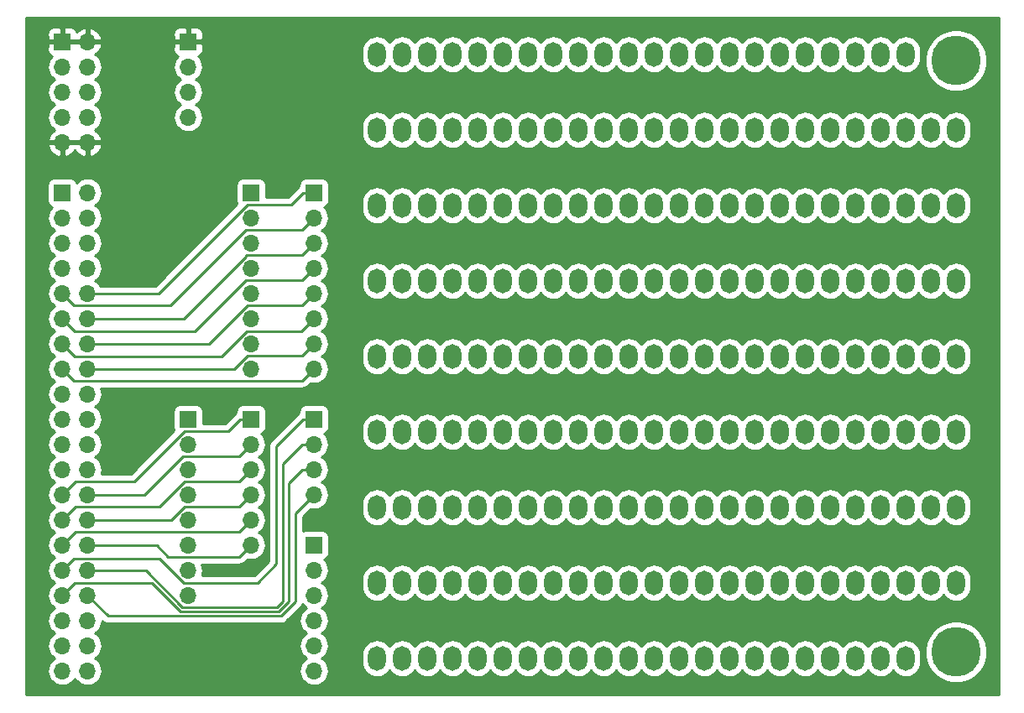
<source format=gbr>
G04 #@! TF.GenerationSoftware,KiCad,Pcbnew,(5.1.4)-1*
G04 #@! TF.CreationDate,2020-01-29T19:18:41+02:00*
G04 #@! TF.ProjectId,Protoboard,50726f74-6f62-46f6-9172-642e6b696361,rev?*
G04 #@! TF.SameCoordinates,Original*
G04 #@! TF.FileFunction,Copper,L1,Top*
G04 #@! TF.FilePolarity,Positive*
%FSLAX46Y46*%
G04 Gerber Fmt 4.6, Leading zero omitted, Abs format (unit mm)*
G04 Created by KiCad (PCBNEW (5.1.4)-1) date 2020-01-29 19:18:41*
%MOMM*%
%LPD*%
G04 APERTURE LIST*
%ADD10R,1.700000X1.700000*%
%ADD11O,1.700000X1.700000*%
%ADD12C,5.000000*%
%ADD13O,1.800000X2.500000*%
%ADD14C,0.250000*%
%ADD15C,0.254000*%
G04 APERTURE END LIST*
D10*
X74295000Y-74930000D03*
D11*
X76835000Y-74930000D03*
X74295000Y-77470000D03*
X76835000Y-77470000D03*
X74295000Y-80010000D03*
X76835000Y-80010000D03*
X74295000Y-82550000D03*
X76835000Y-82550000D03*
X74295000Y-85090000D03*
X76835000Y-85090000D03*
D12*
X164465000Y-136525000D03*
D13*
X161925000Y-99060000D03*
D12*
X164465000Y-76835000D03*
D13*
X154305000Y-99060000D03*
X159385000Y-99060000D03*
X156845000Y-99060000D03*
X149225000Y-99060000D03*
X151765000Y-99060000D03*
X121285000Y-99060000D03*
X116205000Y-99060000D03*
X106045000Y-99060000D03*
X164465000Y-99060000D03*
X118745000Y-99060000D03*
X108585000Y-99060000D03*
X113665000Y-99060000D03*
X111125000Y-99060000D03*
X123825000Y-99060000D03*
X126365000Y-99060000D03*
X128905000Y-99060000D03*
X131445000Y-99060000D03*
X133985000Y-99060000D03*
X136525000Y-99060000D03*
X139065000Y-99060000D03*
X141605000Y-99060000D03*
X144145000Y-99060000D03*
X146685000Y-99060000D03*
X106045000Y-106680000D03*
X108585000Y-106680000D03*
X116205000Y-106680000D03*
X118745000Y-106680000D03*
X121285000Y-106680000D03*
X123825000Y-106680000D03*
X126365000Y-106680000D03*
X128905000Y-106680000D03*
X131445000Y-106680000D03*
X133985000Y-106680000D03*
X136525000Y-106680000D03*
X139065000Y-106680000D03*
X141605000Y-106680000D03*
X144145000Y-106680000D03*
X146685000Y-106680000D03*
X149225000Y-106680000D03*
X151765000Y-106680000D03*
X154305000Y-106680000D03*
X156845000Y-106680000D03*
X159385000Y-106680000D03*
X161925000Y-106680000D03*
X164465000Y-106680000D03*
X113665000Y-114300000D03*
X111125000Y-114300000D03*
X164465000Y-114300000D03*
X161925000Y-114300000D03*
X159385000Y-114300000D03*
X156845000Y-114300000D03*
X154305000Y-114300000D03*
X151765000Y-114300000D03*
X149225000Y-114300000D03*
X111125000Y-106680000D03*
X146685000Y-114300000D03*
X141605000Y-114300000D03*
X144145000Y-114300000D03*
X136525000Y-114300000D03*
X139065000Y-114300000D03*
X131445000Y-114300000D03*
X128905000Y-114300000D03*
X126365000Y-114300000D03*
X123825000Y-114300000D03*
X121285000Y-114300000D03*
X108585000Y-114300000D03*
X106045000Y-114300000D03*
X113665000Y-106680000D03*
X116205000Y-114300000D03*
X118745000Y-114300000D03*
X133985000Y-114300000D03*
X154305000Y-76200000D03*
X159385000Y-76200000D03*
X156845000Y-76200000D03*
X149225000Y-76200000D03*
X151765000Y-76200000D03*
X121285000Y-76200000D03*
X116205000Y-76200000D03*
X106045000Y-76200000D03*
X118745000Y-76200000D03*
X108585000Y-76200000D03*
X113665000Y-76200000D03*
X111125000Y-76200000D03*
X123825000Y-76200000D03*
X126365000Y-76200000D03*
X128905000Y-76200000D03*
X131445000Y-76200000D03*
X133985000Y-76200000D03*
X136525000Y-76200000D03*
X139065000Y-76200000D03*
X141605000Y-76200000D03*
X144145000Y-76200000D03*
X146685000Y-76200000D03*
X106045000Y-83820000D03*
X108585000Y-83820000D03*
X116205000Y-83820000D03*
X118745000Y-83820000D03*
X121285000Y-83820000D03*
X123825000Y-83820000D03*
X126365000Y-83820000D03*
X128905000Y-83820000D03*
X131445000Y-83820000D03*
X133985000Y-83820000D03*
X136525000Y-83820000D03*
X139065000Y-83820000D03*
X141605000Y-83820000D03*
X144145000Y-83820000D03*
X146685000Y-83820000D03*
X149225000Y-83820000D03*
X151765000Y-83820000D03*
X154305000Y-83820000D03*
X156845000Y-83820000D03*
X159385000Y-83820000D03*
X161925000Y-83820000D03*
X164465000Y-83820000D03*
X113665000Y-91440000D03*
X111125000Y-91440000D03*
X164465000Y-91440000D03*
X161925000Y-91440000D03*
X159385000Y-91440000D03*
X156845000Y-91440000D03*
X154305000Y-91440000D03*
X151765000Y-91440000D03*
X149225000Y-91440000D03*
X111125000Y-83820000D03*
X146685000Y-91440000D03*
X141605000Y-91440000D03*
X144145000Y-91440000D03*
X136525000Y-91440000D03*
X139065000Y-91440000D03*
X131445000Y-91440000D03*
X128905000Y-91440000D03*
X126365000Y-91440000D03*
X123825000Y-91440000D03*
X121285000Y-91440000D03*
X108585000Y-91440000D03*
X106045000Y-91440000D03*
X113665000Y-83820000D03*
X116205000Y-91440000D03*
X118745000Y-91440000D03*
X133985000Y-91440000D03*
X106045000Y-121920000D03*
X108585000Y-121920000D03*
X116205000Y-121920000D03*
X118745000Y-121920000D03*
X121285000Y-121920000D03*
X123825000Y-121920000D03*
X126365000Y-121920000D03*
X128905000Y-121920000D03*
X131445000Y-121920000D03*
X133985000Y-121920000D03*
X136525000Y-121920000D03*
X139065000Y-121920000D03*
X141605000Y-121920000D03*
X144145000Y-121920000D03*
X146685000Y-121920000D03*
X149225000Y-121920000D03*
X151765000Y-121920000D03*
X154305000Y-121920000D03*
X156845000Y-121920000D03*
X159385000Y-121920000D03*
X161925000Y-121920000D03*
X164465000Y-121920000D03*
X111125000Y-121920000D03*
X113665000Y-121920000D03*
X106045000Y-137160000D03*
X108585000Y-137160000D03*
X116205000Y-137160000D03*
X118745000Y-137160000D03*
X121285000Y-137160000D03*
X123825000Y-137160000D03*
X126365000Y-137160000D03*
X128905000Y-137160000D03*
X131445000Y-137160000D03*
X133985000Y-137160000D03*
X136525000Y-137160000D03*
X139065000Y-137160000D03*
X141605000Y-137160000D03*
X144145000Y-137160000D03*
X146685000Y-137160000D03*
X149225000Y-137160000D03*
X151765000Y-137160000D03*
X154305000Y-137160000D03*
X156845000Y-137160000D03*
X159385000Y-137160000D03*
X111125000Y-137160000D03*
X113665000Y-137160000D03*
X164465000Y-129540000D03*
X161925000Y-129540000D03*
X159385000Y-129540000D03*
X156845000Y-129540000D03*
X154305000Y-129540000D03*
X151765000Y-129540000D03*
X149225000Y-129540000D03*
X146685000Y-129540000D03*
X144145000Y-129540000D03*
X141605000Y-129540000D03*
X139065000Y-129540000D03*
X136525000Y-129540000D03*
X133985000Y-129540000D03*
X131445000Y-129540000D03*
X128905000Y-129540000D03*
X126365000Y-129540000D03*
X123825000Y-129540000D03*
X121285000Y-129540000D03*
X118745000Y-129540000D03*
X116205000Y-129540000D03*
X108585000Y-129540000D03*
X111125000Y-129540000D03*
X106045000Y-129540000D03*
X113665000Y-129540000D03*
D10*
X74295000Y-90170000D03*
D11*
X76835000Y-90170000D03*
X74295000Y-92710000D03*
X76835000Y-92710000D03*
X74295000Y-95250000D03*
X76835000Y-95250000D03*
X74295000Y-97790000D03*
X76835000Y-97790000D03*
X74295000Y-100330000D03*
X76835000Y-100330000D03*
X74295000Y-102870000D03*
X76835000Y-102870000D03*
X74295000Y-105410000D03*
X76835000Y-105410000D03*
X74295000Y-107950000D03*
X76835000Y-107950000D03*
X74295000Y-110490000D03*
X76835000Y-110490000D03*
X74295000Y-113030000D03*
X76835000Y-113030000D03*
X74295000Y-115570000D03*
X76835000Y-115570000D03*
X74295000Y-118110000D03*
X76835000Y-118110000D03*
X74295000Y-120650000D03*
X76835000Y-120650000D03*
X74295000Y-123190000D03*
X76835000Y-123190000D03*
X74295000Y-125730000D03*
X76835000Y-125730000D03*
X74295000Y-128270000D03*
X76835000Y-128270000D03*
X74295000Y-130810000D03*
X76835000Y-130810000D03*
X74295000Y-133350000D03*
X76835000Y-133350000D03*
X74295000Y-135890000D03*
X76835000Y-135890000D03*
X74295000Y-138430000D03*
X76835000Y-138430000D03*
D10*
X86995000Y-74930000D03*
D11*
X86995000Y-77470000D03*
X86995000Y-80010000D03*
X86995000Y-82550000D03*
D10*
X93345000Y-90170000D03*
D11*
X93345000Y-92710000D03*
X93345000Y-95250000D03*
X93345000Y-97790000D03*
X93345000Y-100330000D03*
X93345000Y-102870000D03*
X93345000Y-105410000D03*
X93345000Y-107950000D03*
X99695000Y-107950000D03*
X99695000Y-105410000D03*
X99695000Y-102870000D03*
X99695000Y-100330000D03*
X99695000Y-97790000D03*
X99695000Y-95250000D03*
X99695000Y-92710000D03*
D10*
X99695000Y-90170000D03*
X86995000Y-113030000D03*
D11*
X86995000Y-115570000D03*
X86995000Y-118110000D03*
X86995000Y-120650000D03*
X86995000Y-123190000D03*
X86995000Y-125730000D03*
X86995000Y-128270000D03*
X86995000Y-130810000D03*
D10*
X93345000Y-113030000D03*
D11*
X93345000Y-115570000D03*
X93345000Y-118110000D03*
X93345000Y-120650000D03*
X93345000Y-123190000D03*
X93345000Y-125730000D03*
X99695000Y-120650000D03*
X99695000Y-118110000D03*
X99695000Y-115570000D03*
D10*
X99695000Y-113030000D03*
D11*
X99695000Y-138430000D03*
X99695000Y-135890000D03*
X99695000Y-133350000D03*
X99695000Y-130810000D03*
X99695000Y-128270000D03*
D10*
X99695000Y-125730000D03*
D14*
X98845001Y-93559999D02*
X99695000Y-92710000D01*
X98519999Y-93885001D02*
X98845001Y-93559999D01*
X92804999Y-93885001D02*
X98519999Y-93885001D01*
X85184999Y-101505001D02*
X92804999Y-93885001D01*
X75470001Y-101505001D02*
X85184999Y-101505001D01*
X74295000Y-100330000D02*
X75470001Y-101505001D01*
X98595000Y-90170000D02*
X99695000Y-90170000D01*
X97419999Y-91345001D02*
X98595000Y-90170000D01*
X92970997Y-91345001D02*
X97419999Y-91345001D01*
X83985998Y-100330000D02*
X92970997Y-91345001D01*
X76835000Y-100330000D02*
X83985998Y-100330000D01*
X98845001Y-98639999D02*
X99695000Y-97790000D01*
X98519999Y-98965001D02*
X98845001Y-98639999D01*
X92804999Y-98965001D02*
X98519999Y-98965001D01*
X87630000Y-104140000D02*
X92804999Y-98965001D01*
X75565000Y-104140000D02*
X87630000Y-104140000D01*
X74295000Y-102870000D02*
X75565000Y-104140000D01*
X98845001Y-96099999D02*
X99695000Y-95250000D01*
X98519999Y-96425001D02*
X98845001Y-96099999D01*
X92804999Y-96590999D02*
X92804999Y-96425001D01*
X86525998Y-102870000D02*
X92804999Y-96590999D01*
X76835000Y-102870000D02*
X86525998Y-102870000D01*
X92804999Y-96425001D02*
X98519999Y-96425001D01*
X90335998Y-106680000D02*
X92875998Y-104140000D01*
X74295000Y-105410000D02*
X75565000Y-106680000D01*
X75565000Y-106680000D02*
X90335998Y-106680000D01*
X98425000Y-104140000D02*
X99695000Y-102870000D01*
X92875998Y-104140000D02*
X98425000Y-104140000D01*
X98845001Y-101179999D02*
X99695000Y-100330000D01*
X98519999Y-101505001D02*
X98845001Y-101179999D01*
X92970997Y-101505001D02*
X98519999Y-101505001D01*
X89065998Y-105410000D02*
X92970997Y-101505001D01*
X76835000Y-105410000D02*
X89065998Y-105410000D01*
X98845001Y-108799999D02*
X99695000Y-107950000D01*
X98519999Y-109125001D02*
X98845001Y-108799999D01*
X75470001Y-109125001D02*
X98519999Y-109125001D01*
X74295000Y-107950000D02*
X75470001Y-109125001D01*
X98845001Y-106259999D02*
X99695000Y-105410000D01*
X98519999Y-106585001D02*
X98845001Y-106259999D01*
X92970997Y-106585001D02*
X98519999Y-106585001D01*
X91605998Y-107950000D02*
X92970997Y-106585001D01*
X76835000Y-107950000D02*
X91605998Y-107950000D01*
X92245000Y-113030000D02*
X93345000Y-113030000D01*
X91069999Y-114205001D02*
X92245000Y-113030000D01*
X86620997Y-114205001D02*
X91069999Y-114205001D01*
X81540997Y-119285001D02*
X86620997Y-114205001D01*
X75659999Y-119285001D02*
X81540997Y-119285001D01*
X74295000Y-120650000D02*
X75659999Y-119285001D01*
X92495001Y-116419999D02*
X93345000Y-115570000D01*
X92169999Y-116745001D02*
X92495001Y-116419999D01*
X82550000Y-120650000D02*
X86454999Y-116745001D01*
X76835000Y-120650000D02*
X82550000Y-120650000D01*
X86454999Y-116745001D02*
X92169999Y-116745001D01*
X92495001Y-118959999D02*
X93345000Y-118110000D01*
X92169999Y-119285001D02*
X92495001Y-118959999D01*
X86620997Y-119285001D02*
X92169999Y-119285001D01*
X84080997Y-121825001D02*
X86620997Y-119285001D01*
X75659999Y-121825001D02*
X84080997Y-121825001D01*
X74295000Y-123190000D02*
X75659999Y-121825001D01*
X92495001Y-121499999D02*
X93345000Y-120650000D01*
X92169999Y-121825001D02*
X92495001Y-121499999D01*
X86620997Y-121825001D02*
X92169999Y-121825001D01*
X85255998Y-123190000D02*
X86620997Y-121825001D01*
X76835000Y-123190000D02*
X85255998Y-123190000D01*
X92495001Y-124039999D02*
X93345000Y-123190000D01*
X92169999Y-124365001D02*
X92495001Y-124039999D01*
X75659999Y-124365001D02*
X92169999Y-124365001D01*
X74295000Y-125730000D02*
X75659999Y-124365001D01*
X92495001Y-126579999D02*
X93345000Y-125730000D01*
X92169999Y-126905001D02*
X92495001Y-126579999D01*
X83820000Y-125730000D02*
X84995001Y-126905001D01*
X76835000Y-125730000D02*
X83820000Y-125730000D01*
X84995001Y-126905001D02*
X92169999Y-126905001D01*
X84080997Y-127094999D02*
X86525998Y-129540000D01*
X74295000Y-128270000D02*
X75470001Y-127094999D01*
X75470001Y-127094999D02*
X84080997Y-127094999D01*
X89535000Y-129540000D02*
X89535000Y-129540000D01*
X98595000Y-113030000D02*
X95885000Y-115740000D01*
X99695000Y-113030000D02*
X98595000Y-113030000D01*
X95885000Y-115740000D02*
X95885000Y-127635000D01*
X93980000Y-129540000D02*
X88900000Y-129540000D01*
X95885000Y-127635000D02*
X93980000Y-129540000D01*
X86525998Y-129540000D02*
X88900000Y-129540000D01*
X88900000Y-129540000D02*
X89535000Y-129540000D01*
X76835000Y-128270000D02*
X82715998Y-128270000D01*
X82715998Y-128270000D02*
X86430999Y-131985001D01*
X98492919Y-115570000D02*
X96520000Y-117542919D01*
X99695000Y-115570000D02*
X98492919Y-115570000D01*
X96520000Y-117542919D02*
X96520000Y-131442180D01*
X95977179Y-131985001D02*
X88805001Y-131985001D01*
X96520000Y-131442180D02*
X95977179Y-131985001D01*
X86430999Y-131985001D02*
X88805001Y-131985001D01*
X88805001Y-131985001D02*
X88994999Y-131985001D01*
X75565000Y-129540000D02*
X74295000Y-130810000D01*
X83349588Y-129540000D02*
X75565000Y-129540000D01*
X99695000Y-118110000D02*
X98492919Y-118110000D01*
X98492919Y-118110000D02*
X97155000Y-119447919D01*
X97155000Y-119447919D02*
X97155000Y-131443590D01*
X97155000Y-131443590D02*
X96163579Y-132435011D01*
X96163579Y-132435011D02*
X86244599Y-132435011D01*
X86244599Y-132435011D02*
X83349588Y-129540000D01*
X78910021Y-132885021D02*
X89999979Y-132885021D01*
X76835000Y-130810000D02*
X78910021Y-132885021D01*
X99695000Y-120650000D02*
X97790000Y-122555000D01*
X97790000Y-122555000D02*
X97790000Y-130810000D01*
X97790000Y-130810000D02*
X97790000Y-131445000D01*
X96349979Y-132885021D02*
X89804391Y-132885021D01*
X97790000Y-131445000D02*
X96349979Y-132885021D01*
D15*
G36*
X168783000Y-140843000D02*
G01*
X70612000Y-140843000D01*
X70612000Y-92710000D01*
X72802815Y-92710000D01*
X72831487Y-93001111D01*
X72916401Y-93281034D01*
X73054294Y-93539014D01*
X73239866Y-93765134D01*
X73465986Y-93950706D01*
X73520791Y-93980000D01*
X73465986Y-94009294D01*
X73239866Y-94194866D01*
X73054294Y-94420986D01*
X72916401Y-94678966D01*
X72831487Y-94958889D01*
X72802815Y-95250000D01*
X72831487Y-95541111D01*
X72916401Y-95821034D01*
X73054294Y-96079014D01*
X73239866Y-96305134D01*
X73465986Y-96490706D01*
X73520791Y-96520000D01*
X73465986Y-96549294D01*
X73239866Y-96734866D01*
X73054294Y-96960986D01*
X72916401Y-97218966D01*
X72831487Y-97498889D01*
X72802815Y-97790000D01*
X72831487Y-98081111D01*
X72916401Y-98361034D01*
X73054294Y-98619014D01*
X73239866Y-98845134D01*
X73465986Y-99030706D01*
X73520791Y-99060000D01*
X73465986Y-99089294D01*
X73239866Y-99274866D01*
X73054294Y-99500986D01*
X72916401Y-99758966D01*
X72831487Y-100038889D01*
X72802815Y-100330000D01*
X72831487Y-100621111D01*
X72916401Y-100901034D01*
X73054294Y-101159014D01*
X73239866Y-101385134D01*
X73465986Y-101570706D01*
X73520791Y-101600000D01*
X73465986Y-101629294D01*
X73239866Y-101814866D01*
X73054294Y-102040986D01*
X72916401Y-102298966D01*
X72831487Y-102578889D01*
X72802815Y-102870000D01*
X72831487Y-103161111D01*
X72916401Y-103441034D01*
X73054294Y-103699014D01*
X73239866Y-103925134D01*
X73465986Y-104110706D01*
X73520791Y-104140000D01*
X73465986Y-104169294D01*
X73239866Y-104354866D01*
X73054294Y-104580986D01*
X72916401Y-104838966D01*
X72831487Y-105118889D01*
X72802815Y-105410000D01*
X72831487Y-105701111D01*
X72916401Y-105981034D01*
X73054294Y-106239014D01*
X73239866Y-106465134D01*
X73465986Y-106650706D01*
X73520791Y-106680000D01*
X73465986Y-106709294D01*
X73239866Y-106894866D01*
X73054294Y-107120986D01*
X72916401Y-107378966D01*
X72831487Y-107658889D01*
X72802815Y-107950000D01*
X72831487Y-108241111D01*
X72916401Y-108521034D01*
X73054294Y-108779014D01*
X73239866Y-109005134D01*
X73465986Y-109190706D01*
X73520791Y-109220000D01*
X73465986Y-109249294D01*
X73239866Y-109434866D01*
X73054294Y-109660986D01*
X72916401Y-109918966D01*
X72831487Y-110198889D01*
X72802815Y-110490000D01*
X72831487Y-110781111D01*
X72916401Y-111061034D01*
X73054294Y-111319014D01*
X73239866Y-111545134D01*
X73465986Y-111730706D01*
X73520791Y-111760000D01*
X73465986Y-111789294D01*
X73239866Y-111974866D01*
X73054294Y-112200986D01*
X72916401Y-112458966D01*
X72831487Y-112738889D01*
X72802815Y-113030000D01*
X72831487Y-113321111D01*
X72916401Y-113601034D01*
X73054294Y-113859014D01*
X73239866Y-114085134D01*
X73465986Y-114270706D01*
X73520791Y-114300000D01*
X73465986Y-114329294D01*
X73239866Y-114514866D01*
X73054294Y-114740986D01*
X72916401Y-114998966D01*
X72831487Y-115278889D01*
X72802815Y-115570000D01*
X72831487Y-115861111D01*
X72916401Y-116141034D01*
X73054294Y-116399014D01*
X73239866Y-116625134D01*
X73465986Y-116810706D01*
X73520791Y-116840000D01*
X73465986Y-116869294D01*
X73239866Y-117054866D01*
X73054294Y-117280986D01*
X72916401Y-117538966D01*
X72831487Y-117818889D01*
X72802815Y-118110000D01*
X72831487Y-118401111D01*
X72916401Y-118681034D01*
X73054294Y-118939014D01*
X73239866Y-119165134D01*
X73465986Y-119350706D01*
X73520791Y-119380000D01*
X73465986Y-119409294D01*
X73239866Y-119594866D01*
X73054294Y-119820986D01*
X72916401Y-120078966D01*
X72831487Y-120358889D01*
X72802815Y-120650000D01*
X72831487Y-120941111D01*
X72916401Y-121221034D01*
X73054294Y-121479014D01*
X73239866Y-121705134D01*
X73465986Y-121890706D01*
X73520791Y-121920000D01*
X73465986Y-121949294D01*
X73239866Y-122134866D01*
X73054294Y-122360986D01*
X72916401Y-122618966D01*
X72831487Y-122898889D01*
X72802815Y-123190000D01*
X72831487Y-123481111D01*
X72916401Y-123761034D01*
X73054294Y-124019014D01*
X73239866Y-124245134D01*
X73465986Y-124430706D01*
X73520791Y-124460000D01*
X73465986Y-124489294D01*
X73239866Y-124674866D01*
X73054294Y-124900986D01*
X72916401Y-125158966D01*
X72831487Y-125438889D01*
X72802815Y-125730000D01*
X72831487Y-126021111D01*
X72916401Y-126301034D01*
X73054294Y-126559014D01*
X73239866Y-126785134D01*
X73465986Y-126970706D01*
X73520791Y-127000000D01*
X73465986Y-127029294D01*
X73239866Y-127214866D01*
X73054294Y-127440986D01*
X72916401Y-127698966D01*
X72831487Y-127978889D01*
X72802815Y-128270000D01*
X72831487Y-128561111D01*
X72916401Y-128841034D01*
X73054294Y-129099014D01*
X73239866Y-129325134D01*
X73465986Y-129510706D01*
X73520791Y-129540000D01*
X73465986Y-129569294D01*
X73239866Y-129754866D01*
X73054294Y-129980986D01*
X72916401Y-130238966D01*
X72831487Y-130518889D01*
X72802815Y-130810000D01*
X72831487Y-131101111D01*
X72916401Y-131381034D01*
X73054294Y-131639014D01*
X73239866Y-131865134D01*
X73465986Y-132050706D01*
X73520791Y-132080000D01*
X73465986Y-132109294D01*
X73239866Y-132294866D01*
X73054294Y-132520986D01*
X72916401Y-132778966D01*
X72831487Y-133058889D01*
X72802815Y-133350000D01*
X72831487Y-133641111D01*
X72916401Y-133921034D01*
X73054294Y-134179014D01*
X73239866Y-134405134D01*
X73465986Y-134590706D01*
X73520791Y-134620000D01*
X73465986Y-134649294D01*
X73239866Y-134834866D01*
X73054294Y-135060986D01*
X72916401Y-135318966D01*
X72831487Y-135598889D01*
X72802815Y-135890000D01*
X72831487Y-136181111D01*
X72916401Y-136461034D01*
X73054294Y-136719014D01*
X73239866Y-136945134D01*
X73465986Y-137130706D01*
X73520791Y-137160000D01*
X73465986Y-137189294D01*
X73239866Y-137374866D01*
X73054294Y-137600986D01*
X72916401Y-137858966D01*
X72831487Y-138138889D01*
X72802815Y-138430000D01*
X72831487Y-138721111D01*
X72916401Y-139001034D01*
X73054294Y-139259014D01*
X73239866Y-139485134D01*
X73465986Y-139670706D01*
X73723966Y-139808599D01*
X74003889Y-139893513D01*
X74222050Y-139915000D01*
X74367950Y-139915000D01*
X74586111Y-139893513D01*
X74866034Y-139808599D01*
X75124014Y-139670706D01*
X75350134Y-139485134D01*
X75535706Y-139259014D01*
X75565000Y-139204209D01*
X75594294Y-139259014D01*
X75779866Y-139485134D01*
X76005986Y-139670706D01*
X76263966Y-139808599D01*
X76543889Y-139893513D01*
X76762050Y-139915000D01*
X76907950Y-139915000D01*
X77126111Y-139893513D01*
X77406034Y-139808599D01*
X77664014Y-139670706D01*
X77890134Y-139485134D01*
X78075706Y-139259014D01*
X78213599Y-139001034D01*
X78298513Y-138721111D01*
X78327185Y-138430000D01*
X78298513Y-138138889D01*
X78213599Y-137858966D01*
X78075706Y-137600986D01*
X77890134Y-137374866D01*
X77664014Y-137189294D01*
X77609209Y-137160000D01*
X77664014Y-137130706D01*
X77890134Y-136945134D01*
X78075706Y-136719014D01*
X78213599Y-136461034D01*
X78298513Y-136181111D01*
X78327185Y-135890000D01*
X78298513Y-135598889D01*
X78213599Y-135318966D01*
X78075706Y-135060986D01*
X77890134Y-134834866D01*
X77664014Y-134649294D01*
X77609209Y-134620000D01*
X77664014Y-134590706D01*
X77890134Y-134405134D01*
X78075706Y-134179014D01*
X78213599Y-133921034D01*
X78298513Y-133641111D01*
X78324765Y-133374567D01*
X78346222Y-133396024D01*
X78370020Y-133425022D01*
X78485745Y-133519995D01*
X78617774Y-133590567D01*
X78761035Y-133634024D01*
X78872688Y-133645021D01*
X78872698Y-133645021D01*
X78910021Y-133648697D01*
X78947344Y-133645021D01*
X96312657Y-133645021D01*
X96349979Y-133648697D01*
X96387301Y-133645021D01*
X96387312Y-133645021D01*
X96498965Y-133634024D01*
X96642226Y-133590567D01*
X96774255Y-133519995D01*
X96889980Y-133425022D01*
X96913783Y-133396018D01*
X98301003Y-132008799D01*
X98330001Y-131985001D01*
X98424974Y-131869276D01*
X98495546Y-131737247D01*
X98506170Y-131702225D01*
X98639866Y-131865134D01*
X98865986Y-132050706D01*
X98920791Y-132080000D01*
X98865986Y-132109294D01*
X98639866Y-132294866D01*
X98454294Y-132520986D01*
X98316401Y-132778966D01*
X98231487Y-133058889D01*
X98202815Y-133350000D01*
X98231487Y-133641111D01*
X98316401Y-133921034D01*
X98454294Y-134179014D01*
X98639866Y-134405134D01*
X98865986Y-134590706D01*
X98920791Y-134620000D01*
X98865986Y-134649294D01*
X98639866Y-134834866D01*
X98454294Y-135060986D01*
X98316401Y-135318966D01*
X98231487Y-135598889D01*
X98202815Y-135890000D01*
X98231487Y-136181111D01*
X98316401Y-136461034D01*
X98454294Y-136719014D01*
X98639866Y-136945134D01*
X98865986Y-137130706D01*
X98920791Y-137160000D01*
X98865986Y-137189294D01*
X98639866Y-137374866D01*
X98454294Y-137600986D01*
X98316401Y-137858966D01*
X98231487Y-138138889D01*
X98202815Y-138430000D01*
X98231487Y-138721111D01*
X98316401Y-139001034D01*
X98454294Y-139259014D01*
X98639866Y-139485134D01*
X98865986Y-139670706D01*
X99123966Y-139808599D01*
X99403889Y-139893513D01*
X99622050Y-139915000D01*
X99767950Y-139915000D01*
X99986111Y-139893513D01*
X100266034Y-139808599D01*
X100524014Y-139670706D01*
X100750134Y-139485134D01*
X100935706Y-139259014D01*
X101073599Y-139001034D01*
X101158513Y-138721111D01*
X101187185Y-138430000D01*
X101158513Y-138138889D01*
X101073599Y-137858966D01*
X100935706Y-137600986D01*
X100750134Y-137374866D01*
X100524014Y-137189294D01*
X100469209Y-137160000D01*
X100524014Y-137130706D01*
X100750134Y-136945134D01*
X100922920Y-136734593D01*
X104510000Y-136734593D01*
X104510000Y-137585408D01*
X104532210Y-137810913D01*
X104619983Y-138100261D01*
X104762519Y-138366927D01*
X104954339Y-138600661D01*
X105188074Y-138792481D01*
X105454740Y-138935017D01*
X105744088Y-139022790D01*
X106045000Y-139052427D01*
X106345913Y-139022790D01*
X106635261Y-138935017D01*
X106901927Y-138792481D01*
X107135661Y-138600661D01*
X107315000Y-138382135D01*
X107494339Y-138600661D01*
X107728074Y-138792481D01*
X107994740Y-138935017D01*
X108284088Y-139022790D01*
X108585000Y-139052427D01*
X108885913Y-139022790D01*
X109175261Y-138935017D01*
X109441927Y-138792481D01*
X109675661Y-138600661D01*
X109855000Y-138382135D01*
X110034339Y-138600661D01*
X110268074Y-138792481D01*
X110534740Y-138935017D01*
X110824088Y-139022790D01*
X111125000Y-139052427D01*
X111425913Y-139022790D01*
X111715261Y-138935017D01*
X111981927Y-138792481D01*
X112215661Y-138600661D01*
X112395000Y-138382135D01*
X112574339Y-138600661D01*
X112808074Y-138792481D01*
X113074740Y-138935017D01*
X113364088Y-139022790D01*
X113665000Y-139052427D01*
X113965913Y-139022790D01*
X114255261Y-138935017D01*
X114521927Y-138792481D01*
X114755661Y-138600661D01*
X114935000Y-138382135D01*
X115114339Y-138600661D01*
X115348074Y-138792481D01*
X115614740Y-138935017D01*
X115904088Y-139022790D01*
X116205000Y-139052427D01*
X116505913Y-139022790D01*
X116795261Y-138935017D01*
X117061927Y-138792481D01*
X117295661Y-138600661D01*
X117475000Y-138382135D01*
X117654339Y-138600661D01*
X117888074Y-138792481D01*
X118154740Y-138935017D01*
X118444088Y-139022790D01*
X118745000Y-139052427D01*
X119045913Y-139022790D01*
X119335261Y-138935017D01*
X119601927Y-138792481D01*
X119835661Y-138600661D01*
X120015000Y-138382135D01*
X120194339Y-138600661D01*
X120428074Y-138792481D01*
X120694740Y-138935017D01*
X120984088Y-139022790D01*
X121285000Y-139052427D01*
X121585913Y-139022790D01*
X121875261Y-138935017D01*
X122141927Y-138792481D01*
X122375661Y-138600661D01*
X122555000Y-138382135D01*
X122734339Y-138600661D01*
X122968074Y-138792481D01*
X123234740Y-138935017D01*
X123524088Y-139022790D01*
X123825000Y-139052427D01*
X124125913Y-139022790D01*
X124415261Y-138935017D01*
X124681927Y-138792481D01*
X124915661Y-138600661D01*
X125095000Y-138382135D01*
X125274339Y-138600661D01*
X125508074Y-138792481D01*
X125774740Y-138935017D01*
X126064088Y-139022790D01*
X126365000Y-139052427D01*
X126665913Y-139022790D01*
X126955261Y-138935017D01*
X127221927Y-138792481D01*
X127455661Y-138600661D01*
X127635000Y-138382135D01*
X127814339Y-138600661D01*
X128048074Y-138792481D01*
X128314740Y-138935017D01*
X128604088Y-139022790D01*
X128905000Y-139052427D01*
X129205913Y-139022790D01*
X129495261Y-138935017D01*
X129761927Y-138792481D01*
X129995661Y-138600661D01*
X130175000Y-138382135D01*
X130354339Y-138600661D01*
X130588074Y-138792481D01*
X130854740Y-138935017D01*
X131144088Y-139022790D01*
X131445000Y-139052427D01*
X131745913Y-139022790D01*
X132035261Y-138935017D01*
X132301927Y-138792481D01*
X132535661Y-138600661D01*
X132715000Y-138382135D01*
X132894339Y-138600661D01*
X133128074Y-138792481D01*
X133394740Y-138935017D01*
X133684088Y-139022790D01*
X133985000Y-139052427D01*
X134285913Y-139022790D01*
X134575261Y-138935017D01*
X134841927Y-138792481D01*
X135075661Y-138600661D01*
X135255000Y-138382135D01*
X135434339Y-138600661D01*
X135668074Y-138792481D01*
X135934740Y-138935017D01*
X136224088Y-139022790D01*
X136525000Y-139052427D01*
X136825913Y-139022790D01*
X137115261Y-138935017D01*
X137381927Y-138792481D01*
X137615661Y-138600661D01*
X137795000Y-138382135D01*
X137974339Y-138600661D01*
X138208074Y-138792481D01*
X138474740Y-138935017D01*
X138764088Y-139022790D01*
X139065000Y-139052427D01*
X139365913Y-139022790D01*
X139655261Y-138935017D01*
X139921927Y-138792481D01*
X140155661Y-138600661D01*
X140335000Y-138382135D01*
X140514339Y-138600661D01*
X140748074Y-138792481D01*
X141014740Y-138935017D01*
X141304088Y-139022790D01*
X141605000Y-139052427D01*
X141905913Y-139022790D01*
X142195261Y-138935017D01*
X142461927Y-138792481D01*
X142695661Y-138600661D01*
X142875000Y-138382135D01*
X143054339Y-138600661D01*
X143288074Y-138792481D01*
X143554740Y-138935017D01*
X143844088Y-139022790D01*
X144145000Y-139052427D01*
X144445913Y-139022790D01*
X144735261Y-138935017D01*
X145001927Y-138792481D01*
X145235661Y-138600661D01*
X145415000Y-138382135D01*
X145594339Y-138600661D01*
X145828074Y-138792481D01*
X146094740Y-138935017D01*
X146384088Y-139022790D01*
X146685000Y-139052427D01*
X146985913Y-139022790D01*
X147275261Y-138935017D01*
X147541927Y-138792481D01*
X147775661Y-138600661D01*
X147955000Y-138382135D01*
X148134339Y-138600661D01*
X148368074Y-138792481D01*
X148634740Y-138935017D01*
X148924088Y-139022790D01*
X149225000Y-139052427D01*
X149525913Y-139022790D01*
X149815261Y-138935017D01*
X150081927Y-138792481D01*
X150315661Y-138600661D01*
X150495000Y-138382135D01*
X150674339Y-138600661D01*
X150908074Y-138792481D01*
X151174740Y-138935017D01*
X151464088Y-139022790D01*
X151765000Y-139052427D01*
X152065913Y-139022790D01*
X152355261Y-138935017D01*
X152621927Y-138792481D01*
X152855661Y-138600661D01*
X153035000Y-138382135D01*
X153214339Y-138600661D01*
X153448074Y-138792481D01*
X153714740Y-138935017D01*
X154004088Y-139022790D01*
X154305000Y-139052427D01*
X154605913Y-139022790D01*
X154895261Y-138935017D01*
X155161927Y-138792481D01*
X155395661Y-138600661D01*
X155575000Y-138382135D01*
X155754339Y-138600661D01*
X155988074Y-138792481D01*
X156254740Y-138935017D01*
X156544088Y-139022790D01*
X156845000Y-139052427D01*
X157145913Y-139022790D01*
X157435261Y-138935017D01*
X157701927Y-138792481D01*
X157935661Y-138600661D01*
X158115000Y-138382135D01*
X158294339Y-138600661D01*
X158528074Y-138792481D01*
X158794740Y-138935017D01*
X159084088Y-139022790D01*
X159385000Y-139052427D01*
X159685913Y-139022790D01*
X159975261Y-138935017D01*
X160241927Y-138792481D01*
X160475661Y-138600661D01*
X160667481Y-138366927D01*
X160810017Y-138100261D01*
X160897790Y-137810912D01*
X160920000Y-137585407D01*
X160920000Y-136734592D01*
X160897790Y-136509087D01*
X160810017Y-136219739D01*
X160808141Y-136216229D01*
X161330000Y-136216229D01*
X161330000Y-136833771D01*
X161450476Y-137439446D01*
X161686799Y-138009979D01*
X162029886Y-138523446D01*
X162466554Y-138960114D01*
X162980021Y-139303201D01*
X163550554Y-139539524D01*
X164156229Y-139660000D01*
X164773771Y-139660000D01*
X165379446Y-139539524D01*
X165949979Y-139303201D01*
X166463446Y-138960114D01*
X166900114Y-138523446D01*
X167243201Y-138009979D01*
X167479524Y-137439446D01*
X167600000Y-136833771D01*
X167600000Y-136216229D01*
X167479524Y-135610554D01*
X167243201Y-135040021D01*
X166900114Y-134526554D01*
X166463446Y-134089886D01*
X165949979Y-133746799D01*
X165379446Y-133510476D01*
X164773771Y-133390000D01*
X164156229Y-133390000D01*
X163550554Y-133510476D01*
X162980021Y-133746799D01*
X162466554Y-134089886D01*
X162029886Y-134526554D01*
X161686799Y-135040021D01*
X161450476Y-135610554D01*
X161330000Y-136216229D01*
X160808141Y-136216229D01*
X160667481Y-135953073D01*
X160475661Y-135719339D01*
X160241926Y-135527519D01*
X159975260Y-135384983D01*
X159685912Y-135297210D01*
X159385000Y-135267573D01*
X159084087Y-135297210D01*
X158794739Y-135384983D01*
X158528073Y-135527519D01*
X158294339Y-135719339D01*
X158115000Y-135937865D01*
X157935661Y-135719339D01*
X157701926Y-135527519D01*
X157435260Y-135384983D01*
X157145912Y-135297210D01*
X156845000Y-135267573D01*
X156544087Y-135297210D01*
X156254739Y-135384983D01*
X155988073Y-135527519D01*
X155754339Y-135719339D01*
X155575000Y-135937865D01*
X155395661Y-135719339D01*
X155161926Y-135527519D01*
X154895260Y-135384983D01*
X154605912Y-135297210D01*
X154305000Y-135267573D01*
X154004087Y-135297210D01*
X153714739Y-135384983D01*
X153448073Y-135527519D01*
X153214339Y-135719339D01*
X153035000Y-135937865D01*
X152855661Y-135719339D01*
X152621926Y-135527519D01*
X152355260Y-135384983D01*
X152065912Y-135297210D01*
X151765000Y-135267573D01*
X151464087Y-135297210D01*
X151174739Y-135384983D01*
X150908073Y-135527519D01*
X150674339Y-135719339D01*
X150495000Y-135937865D01*
X150315661Y-135719339D01*
X150081926Y-135527519D01*
X149815260Y-135384983D01*
X149525912Y-135297210D01*
X149225000Y-135267573D01*
X148924087Y-135297210D01*
X148634739Y-135384983D01*
X148368073Y-135527519D01*
X148134339Y-135719339D01*
X147955000Y-135937865D01*
X147775661Y-135719339D01*
X147541926Y-135527519D01*
X147275260Y-135384983D01*
X146985912Y-135297210D01*
X146685000Y-135267573D01*
X146384087Y-135297210D01*
X146094739Y-135384983D01*
X145828073Y-135527519D01*
X145594339Y-135719339D01*
X145415000Y-135937865D01*
X145235661Y-135719339D01*
X145001926Y-135527519D01*
X144735260Y-135384983D01*
X144445912Y-135297210D01*
X144145000Y-135267573D01*
X143844087Y-135297210D01*
X143554739Y-135384983D01*
X143288073Y-135527519D01*
X143054339Y-135719339D01*
X142875000Y-135937865D01*
X142695661Y-135719339D01*
X142461926Y-135527519D01*
X142195260Y-135384983D01*
X141905912Y-135297210D01*
X141605000Y-135267573D01*
X141304087Y-135297210D01*
X141014739Y-135384983D01*
X140748073Y-135527519D01*
X140514339Y-135719339D01*
X140335000Y-135937865D01*
X140155661Y-135719339D01*
X139921926Y-135527519D01*
X139655260Y-135384983D01*
X139365912Y-135297210D01*
X139065000Y-135267573D01*
X138764087Y-135297210D01*
X138474739Y-135384983D01*
X138208073Y-135527519D01*
X137974339Y-135719339D01*
X137795000Y-135937865D01*
X137615661Y-135719339D01*
X137381926Y-135527519D01*
X137115260Y-135384983D01*
X136825912Y-135297210D01*
X136525000Y-135267573D01*
X136224087Y-135297210D01*
X135934739Y-135384983D01*
X135668073Y-135527519D01*
X135434339Y-135719339D01*
X135255000Y-135937865D01*
X135075661Y-135719339D01*
X134841926Y-135527519D01*
X134575260Y-135384983D01*
X134285912Y-135297210D01*
X133985000Y-135267573D01*
X133684087Y-135297210D01*
X133394739Y-135384983D01*
X133128073Y-135527519D01*
X132894339Y-135719339D01*
X132715000Y-135937865D01*
X132535661Y-135719339D01*
X132301926Y-135527519D01*
X132035260Y-135384983D01*
X131745912Y-135297210D01*
X131445000Y-135267573D01*
X131144087Y-135297210D01*
X130854739Y-135384983D01*
X130588073Y-135527519D01*
X130354339Y-135719339D01*
X130175000Y-135937865D01*
X129995661Y-135719339D01*
X129761926Y-135527519D01*
X129495260Y-135384983D01*
X129205912Y-135297210D01*
X128905000Y-135267573D01*
X128604087Y-135297210D01*
X128314739Y-135384983D01*
X128048073Y-135527519D01*
X127814339Y-135719339D01*
X127635000Y-135937865D01*
X127455661Y-135719339D01*
X127221926Y-135527519D01*
X126955260Y-135384983D01*
X126665912Y-135297210D01*
X126365000Y-135267573D01*
X126064087Y-135297210D01*
X125774739Y-135384983D01*
X125508073Y-135527519D01*
X125274339Y-135719339D01*
X125095000Y-135937865D01*
X124915661Y-135719339D01*
X124681926Y-135527519D01*
X124415260Y-135384983D01*
X124125912Y-135297210D01*
X123825000Y-135267573D01*
X123524087Y-135297210D01*
X123234739Y-135384983D01*
X122968073Y-135527519D01*
X122734339Y-135719339D01*
X122555000Y-135937865D01*
X122375661Y-135719339D01*
X122141926Y-135527519D01*
X121875260Y-135384983D01*
X121585912Y-135297210D01*
X121285000Y-135267573D01*
X120984087Y-135297210D01*
X120694739Y-135384983D01*
X120428073Y-135527519D01*
X120194339Y-135719339D01*
X120015000Y-135937865D01*
X119835661Y-135719339D01*
X119601926Y-135527519D01*
X119335260Y-135384983D01*
X119045912Y-135297210D01*
X118745000Y-135267573D01*
X118444087Y-135297210D01*
X118154739Y-135384983D01*
X117888073Y-135527519D01*
X117654339Y-135719339D01*
X117475000Y-135937865D01*
X117295661Y-135719339D01*
X117061926Y-135527519D01*
X116795260Y-135384983D01*
X116505912Y-135297210D01*
X116205000Y-135267573D01*
X115904087Y-135297210D01*
X115614739Y-135384983D01*
X115348073Y-135527519D01*
X115114339Y-135719339D01*
X114935000Y-135937865D01*
X114755661Y-135719339D01*
X114521926Y-135527519D01*
X114255260Y-135384983D01*
X113965912Y-135297210D01*
X113665000Y-135267573D01*
X113364087Y-135297210D01*
X113074739Y-135384983D01*
X112808073Y-135527519D01*
X112574339Y-135719339D01*
X112395000Y-135937865D01*
X112215661Y-135719339D01*
X111981926Y-135527519D01*
X111715260Y-135384983D01*
X111425912Y-135297210D01*
X111125000Y-135267573D01*
X110824087Y-135297210D01*
X110534739Y-135384983D01*
X110268073Y-135527519D01*
X110034339Y-135719339D01*
X109855000Y-135937865D01*
X109675661Y-135719339D01*
X109441926Y-135527519D01*
X109175260Y-135384983D01*
X108885912Y-135297210D01*
X108585000Y-135267573D01*
X108284087Y-135297210D01*
X107994739Y-135384983D01*
X107728073Y-135527519D01*
X107494339Y-135719339D01*
X107315000Y-135937865D01*
X107135661Y-135719339D01*
X106901926Y-135527519D01*
X106635260Y-135384983D01*
X106345912Y-135297210D01*
X106045000Y-135267573D01*
X105744087Y-135297210D01*
X105454739Y-135384983D01*
X105188073Y-135527519D01*
X104954339Y-135719339D01*
X104762519Y-135953074D01*
X104619983Y-136219740D01*
X104532210Y-136509088D01*
X104510000Y-136734593D01*
X100922920Y-136734593D01*
X100935706Y-136719014D01*
X101073599Y-136461034D01*
X101158513Y-136181111D01*
X101187185Y-135890000D01*
X101158513Y-135598889D01*
X101073599Y-135318966D01*
X100935706Y-135060986D01*
X100750134Y-134834866D01*
X100524014Y-134649294D01*
X100469209Y-134620000D01*
X100524014Y-134590706D01*
X100750134Y-134405134D01*
X100935706Y-134179014D01*
X101073599Y-133921034D01*
X101158513Y-133641111D01*
X101187185Y-133350000D01*
X101158513Y-133058889D01*
X101073599Y-132778966D01*
X100935706Y-132520986D01*
X100750134Y-132294866D01*
X100524014Y-132109294D01*
X100469209Y-132080000D01*
X100524014Y-132050706D01*
X100750134Y-131865134D01*
X100935706Y-131639014D01*
X101073599Y-131381034D01*
X101158513Y-131101111D01*
X101187185Y-130810000D01*
X101158513Y-130518889D01*
X101073599Y-130238966D01*
X100935706Y-129980986D01*
X100750134Y-129754866D01*
X100524014Y-129569294D01*
X100469209Y-129540000D01*
X100524014Y-129510706D01*
X100750134Y-129325134D01*
X100922920Y-129114593D01*
X104510000Y-129114593D01*
X104510000Y-129965408D01*
X104532210Y-130190913D01*
X104619983Y-130480261D01*
X104762519Y-130746927D01*
X104954339Y-130980661D01*
X105188074Y-131172481D01*
X105454740Y-131315017D01*
X105744088Y-131402790D01*
X106045000Y-131432427D01*
X106345913Y-131402790D01*
X106635261Y-131315017D01*
X106901927Y-131172481D01*
X107135661Y-130980661D01*
X107315000Y-130762135D01*
X107494339Y-130980661D01*
X107728074Y-131172481D01*
X107994740Y-131315017D01*
X108284088Y-131402790D01*
X108585000Y-131432427D01*
X108885913Y-131402790D01*
X109175261Y-131315017D01*
X109441927Y-131172481D01*
X109675661Y-130980661D01*
X109855000Y-130762135D01*
X110034339Y-130980661D01*
X110268074Y-131172481D01*
X110534740Y-131315017D01*
X110824088Y-131402790D01*
X111125000Y-131432427D01*
X111425913Y-131402790D01*
X111715261Y-131315017D01*
X111981927Y-131172481D01*
X112215661Y-130980661D01*
X112395000Y-130762135D01*
X112574339Y-130980661D01*
X112808074Y-131172481D01*
X113074740Y-131315017D01*
X113364088Y-131402790D01*
X113665000Y-131432427D01*
X113965913Y-131402790D01*
X114255261Y-131315017D01*
X114521927Y-131172481D01*
X114755661Y-130980661D01*
X114935000Y-130762135D01*
X115114339Y-130980661D01*
X115348074Y-131172481D01*
X115614740Y-131315017D01*
X115904088Y-131402790D01*
X116205000Y-131432427D01*
X116505913Y-131402790D01*
X116795261Y-131315017D01*
X117061927Y-131172481D01*
X117295661Y-130980661D01*
X117475000Y-130762135D01*
X117654339Y-130980661D01*
X117888074Y-131172481D01*
X118154740Y-131315017D01*
X118444088Y-131402790D01*
X118745000Y-131432427D01*
X119045913Y-131402790D01*
X119335261Y-131315017D01*
X119601927Y-131172481D01*
X119835661Y-130980661D01*
X120015000Y-130762135D01*
X120194339Y-130980661D01*
X120428074Y-131172481D01*
X120694740Y-131315017D01*
X120984088Y-131402790D01*
X121285000Y-131432427D01*
X121585913Y-131402790D01*
X121875261Y-131315017D01*
X122141927Y-131172481D01*
X122375661Y-130980661D01*
X122555000Y-130762135D01*
X122734339Y-130980661D01*
X122968074Y-131172481D01*
X123234740Y-131315017D01*
X123524088Y-131402790D01*
X123825000Y-131432427D01*
X124125913Y-131402790D01*
X124415261Y-131315017D01*
X124681927Y-131172481D01*
X124915661Y-130980661D01*
X125095000Y-130762135D01*
X125274339Y-130980661D01*
X125508074Y-131172481D01*
X125774740Y-131315017D01*
X126064088Y-131402790D01*
X126365000Y-131432427D01*
X126665913Y-131402790D01*
X126955261Y-131315017D01*
X127221927Y-131172481D01*
X127455661Y-130980661D01*
X127635000Y-130762135D01*
X127814339Y-130980661D01*
X128048074Y-131172481D01*
X128314740Y-131315017D01*
X128604088Y-131402790D01*
X128905000Y-131432427D01*
X129205913Y-131402790D01*
X129495261Y-131315017D01*
X129761927Y-131172481D01*
X129995661Y-130980661D01*
X130175000Y-130762135D01*
X130354339Y-130980661D01*
X130588074Y-131172481D01*
X130854740Y-131315017D01*
X131144088Y-131402790D01*
X131445000Y-131432427D01*
X131745913Y-131402790D01*
X132035261Y-131315017D01*
X132301927Y-131172481D01*
X132535661Y-130980661D01*
X132715000Y-130762135D01*
X132894339Y-130980661D01*
X133128074Y-131172481D01*
X133394740Y-131315017D01*
X133684088Y-131402790D01*
X133985000Y-131432427D01*
X134285913Y-131402790D01*
X134575261Y-131315017D01*
X134841927Y-131172481D01*
X135075661Y-130980661D01*
X135255000Y-130762135D01*
X135434339Y-130980661D01*
X135668074Y-131172481D01*
X135934740Y-131315017D01*
X136224088Y-131402790D01*
X136525000Y-131432427D01*
X136825913Y-131402790D01*
X137115261Y-131315017D01*
X137381927Y-131172481D01*
X137615661Y-130980661D01*
X137795000Y-130762135D01*
X137974339Y-130980661D01*
X138208074Y-131172481D01*
X138474740Y-131315017D01*
X138764088Y-131402790D01*
X139065000Y-131432427D01*
X139365913Y-131402790D01*
X139655261Y-131315017D01*
X139921927Y-131172481D01*
X140155661Y-130980661D01*
X140335000Y-130762135D01*
X140514339Y-130980661D01*
X140748074Y-131172481D01*
X141014740Y-131315017D01*
X141304088Y-131402790D01*
X141605000Y-131432427D01*
X141905913Y-131402790D01*
X142195261Y-131315017D01*
X142461927Y-131172481D01*
X142695661Y-130980661D01*
X142875000Y-130762135D01*
X143054339Y-130980661D01*
X143288074Y-131172481D01*
X143554740Y-131315017D01*
X143844088Y-131402790D01*
X144145000Y-131432427D01*
X144445913Y-131402790D01*
X144735261Y-131315017D01*
X145001927Y-131172481D01*
X145235661Y-130980661D01*
X145415000Y-130762135D01*
X145594339Y-130980661D01*
X145828074Y-131172481D01*
X146094740Y-131315017D01*
X146384088Y-131402790D01*
X146685000Y-131432427D01*
X146985913Y-131402790D01*
X147275261Y-131315017D01*
X147541927Y-131172481D01*
X147775661Y-130980661D01*
X147955000Y-130762135D01*
X148134339Y-130980661D01*
X148368074Y-131172481D01*
X148634740Y-131315017D01*
X148924088Y-131402790D01*
X149225000Y-131432427D01*
X149525913Y-131402790D01*
X149815261Y-131315017D01*
X150081927Y-131172481D01*
X150315661Y-130980661D01*
X150495000Y-130762135D01*
X150674339Y-130980661D01*
X150908074Y-131172481D01*
X151174740Y-131315017D01*
X151464088Y-131402790D01*
X151765000Y-131432427D01*
X152065913Y-131402790D01*
X152355261Y-131315017D01*
X152621927Y-131172481D01*
X152855661Y-130980661D01*
X153035000Y-130762135D01*
X153214339Y-130980661D01*
X153448074Y-131172481D01*
X153714740Y-131315017D01*
X154004088Y-131402790D01*
X154305000Y-131432427D01*
X154605913Y-131402790D01*
X154895261Y-131315017D01*
X155161927Y-131172481D01*
X155395661Y-130980661D01*
X155575000Y-130762135D01*
X155754339Y-130980661D01*
X155988074Y-131172481D01*
X156254740Y-131315017D01*
X156544088Y-131402790D01*
X156845000Y-131432427D01*
X157145913Y-131402790D01*
X157435261Y-131315017D01*
X157701927Y-131172481D01*
X157935661Y-130980661D01*
X158115000Y-130762135D01*
X158294339Y-130980661D01*
X158528074Y-131172481D01*
X158794740Y-131315017D01*
X159084088Y-131402790D01*
X159385000Y-131432427D01*
X159685913Y-131402790D01*
X159975261Y-131315017D01*
X160241927Y-131172481D01*
X160475661Y-130980661D01*
X160655000Y-130762135D01*
X160834339Y-130980661D01*
X161068074Y-131172481D01*
X161334740Y-131315017D01*
X161624088Y-131402790D01*
X161925000Y-131432427D01*
X162225913Y-131402790D01*
X162515261Y-131315017D01*
X162781927Y-131172481D01*
X163015661Y-130980661D01*
X163195000Y-130762135D01*
X163374339Y-130980661D01*
X163608074Y-131172481D01*
X163874740Y-131315017D01*
X164164088Y-131402790D01*
X164465000Y-131432427D01*
X164765913Y-131402790D01*
X165055261Y-131315017D01*
X165321927Y-131172481D01*
X165555661Y-130980661D01*
X165747481Y-130746927D01*
X165890017Y-130480261D01*
X165977790Y-130190912D01*
X166000000Y-129965407D01*
X166000000Y-129114592D01*
X165977790Y-128889087D01*
X165890017Y-128599739D01*
X165747481Y-128333073D01*
X165555661Y-128099339D01*
X165321926Y-127907519D01*
X165055260Y-127764983D01*
X164765912Y-127677210D01*
X164465000Y-127647573D01*
X164164087Y-127677210D01*
X163874739Y-127764983D01*
X163608073Y-127907519D01*
X163374339Y-128099339D01*
X163195000Y-128317865D01*
X163015661Y-128099339D01*
X162781926Y-127907519D01*
X162515260Y-127764983D01*
X162225912Y-127677210D01*
X161925000Y-127647573D01*
X161624087Y-127677210D01*
X161334739Y-127764983D01*
X161068073Y-127907519D01*
X160834339Y-128099339D01*
X160655000Y-128317865D01*
X160475661Y-128099339D01*
X160241926Y-127907519D01*
X159975260Y-127764983D01*
X159685912Y-127677210D01*
X159385000Y-127647573D01*
X159084087Y-127677210D01*
X158794739Y-127764983D01*
X158528073Y-127907519D01*
X158294339Y-128099339D01*
X158115000Y-128317865D01*
X157935661Y-128099339D01*
X157701926Y-127907519D01*
X157435260Y-127764983D01*
X157145912Y-127677210D01*
X156845000Y-127647573D01*
X156544087Y-127677210D01*
X156254739Y-127764983D01*
X155988073Y-127907519D01*
X155754339Y-128099339D01*
X155575000Y-128317865D01*
X155395661Y-128099339D01*
X155161926Y-127907519D01*
X154895260Y-127764983D01*
X154605912Y-127677210D01*
X154305000Y-127647573D01*
X154004087Y-127677210D01*
X153714739Y-127764983D01*
X153448073Y-127907519D01*
X153214339Y-128099339D01*
X153035000Y-128317865D01*
X152855661Y-128099339D01*
X152621926Y-127907519D01*
X152355260Y-127764983D01*
X152065912Y-127677210D01*
X151765000Y-127647573D01*
X151464087Y-127677210D01*
X151174739Y-127764983D01*
X150908073Y-127907519D01*
X150674339Y-128099339D01*
X150495000Y-128317865D01*
X150315661Y-128099339D01*
X150081926Y-127907519D01*
X149815260Y-127764983D01*
X149525912Y-127677210D01*
X149225000Y-127647573D01*
X148924087Y-127677210D01*
X148634739Y-127764983D01*
X148368073Y-127907519D01*
X148134339Y-128099339D01*
X147955000Y-128317865D01*
X147775661Y-128099339D01*
X147541926Y-127907519D01*
X147275260Y-127764983D01*
X146985912Y-127677210D01*
X146685000Y-127647573D01*
X146384087Y-127677210D01*
X146094739Y-127764983D01*
X145828073Y-127907519D01*
X145594339Y-128099339D01*
X145415000Y-128317865D01*
X145235661Y-128099339D01*
X145001926Y-127907519D01*
X144735260Y-127764983D01*
X144445912Y-127677210D01*
X144145000Y-127647573D01*
X143844087Y-127677210D01*
X143554739Y-127764983D01*
X143288073Y-127907519D01*
X143054339Y-128099339D01*
X142875000Y-128317865D01*
X142695661Y-128099339D01*
X142461926Y-127907519D01*
X142195260Y-127764983D01*
X141905912Y-127677210D01*
X141605000Y-127647573D01*
X141304087Y-127677210D01*
X141014739Y-127764983D01*
X140748073Y-127907519D01*
X140514339Y-128099339D01*
X140335000Y-128317865D01*
X140155661Y-128099339D01*
X139921926Y-127907519D01*
X139655260Y-127764983D01*
X139365912Y-127677210D01*
X139065000Y-127647573D01*
X138764087Y-127677210D01*
X138474739Y-127764983D01*
X138208073Y-127907519D01*
X137974339Y-128099339D01*
X137795000Y-128317865D01*
X137615661Y-128099339D01*
X137381926Y-127907519D01*
X137115260Y-127764983D01*
X136825912Y-127677210D01*
X136525000Y-127647573D01*
X136224087Y-127677210D01*
X135934739Y-127764983D01*
X135668073Y-127907519D01*
X135434339Y-128099339D01*
X135255000Y-128317865D01*
X135075661Y-128099339D01*
X134841926Y-127907519D01*
X134575260Y-127764983D01*
X134285912Y-127677210D01*
X133985000Y-127647573D01*
X133684087Y-127677210D01*
X133394739Y-127764983D01*
X133128073Y-127907519D01*
X132894339Y-128099339D01*
X132715000Y-128317865D01*
X132535661Y-128099339D01*
X132301926Y-127907519D01*
X132035260Y-127764983D01*
X131745912Y-127677210D01*
X131445000Y-127647573D01*
X131144087Y-127677210D01*
X130854739Y-127764983D01*
X130588073Y-127907519D01*
X130354339Y-128099339D01*
X130175000Y-128317865D01*
X129995661Y-128099339D01*
X129761926Y-127907519D01*
X129495260Y-127764983D01*
X129205912Y-127677210D01*
X128905000Y-127647573D01*
X128604087Y-127677210D01*
X128314739Y-127764983D01*
X128048073Y-127907519D01*
X127814339Y-128099339D01*
X127635000Y-128317865D01*
X127455661Y-128099339D01*
X127221926Y-127907519D01*
X126955260Y-127764983D01*
X126665912Y-127677210D01*
X126365000Y-127647573D01*
X126064087Y-127677210D01*
X125774739Y-127764983D01*
X125508073Y-127907519D01*
X125274339Y-128099339D01*
X125095000Y-128317865D01*
X124915661Y-128099339D01*
X124681926Y-127907519D01*
X124415260Y-127764983D01*
X124125912Y-127677210D01*
X123825000Y-127647573D01*
X123524087Y-127677210D01*
X123234739Y-127764983D01*
X122968073Y-127907519D01*
X122734339Y-128099339D01*
X122555000Y-128317865D01*
X122375661Y-128099339D01*
X122141926Y-127907519D01*
X121875260Y-127764983D01*
X121585912Y-127677210D01*
X121285000Y-127647573D01*
X120984087Y-127677210D01*
X120694739Y-127764983D01*
X120428073Y-127907519D01*
X120194339Y-128099339D01*
X120015000Y-128317865D01*
X119835661Y-128099339D01*
X119601926Y-127907519D01*
X119335260Y-127764983D01*
X119045912Y-127677210D01*
X118745000Y-127647573D01*
X118444087Y-127677210D01*
X118154739Y-127764983D01*
X117888073Y-127907519D01*
X117654339Y-128099339D01*
X117475000Y-128317865D01*
X117295661Y-128099339D01*
X117061926Y-127907519D01*
X116795260Y-127764983D01*
X116505912Y-127677210D01*
X116205000Y-127647573D01*
X115904087Y-127677210D01*
X115614739Y-127764983D01*
X115348073Y-127907519D01*
X115114339Y-128099339D01*
X114935000Y-128317865D01*
X114755661Y-128099339D01*
X114521926Y-127907519D01*
X114255260Y-127764983D01*
X113965912Y-127677210D01*
X113665000Y-127647573D01*
X113364087Y-127677210D01*
X113074739Y-127764983D01*
X112808073Y-127907519D01*
X112574339Y-128099339D01*
X112395000Y-128317865D01*
X112215661Y-128099339D01*
X111981926Y-127907519D01*
X111715260Y-127764983D01*
X111425912Y-127677210D01*
X111125000Y-127647573D01*
X110824087Y-127677210D01*
X110534739Y-127764983D01*
X110268073Y-127907519D01*
X110034339Y-128099339D01*
X109855000Y-128317865D01*
X109675661Y-128099339D01*
X109441926Y-127907519D01*
X109175260Y-127764983D01*
X108885912Y-127677210D01*
X108585000Y-127647573D01*
X108284087Y-127677210D01*
X107994739Y-127764983D01*
X107728073Y-127907519D01*
X107494339Y-128099339D01*
X107315000Y-128317865D01*
X107135661Y-128099339D01*
X106901926Y-127907519D01*
X106635260Y-127764983D01*
X106345912Y-127677210D01*
X106045000Y-127647573D01*
X105744087Y-127677210D01*
X105454739Y-127764983D01*
X105188073Y-127907519D01*
X104954339Y-128099339D01*
X104762519Y-128333074D01*
X104619983Y-128599740D01*
X104532210Y-128889088D01*
X104510000Y-129114593D01*
X100922920Y-129114593D01*
X100935706Y-129099014D01*
X101073599Y-128841034D01*
X101158513Y-128561111D01*
X101187185Y-128270000D01*
X101158513Y-127978889D01*
X101073599Y-127698966D01*
X100935706Y-127440986D01*
X100750134Y-127214866D01*
X100720313Y-127190393D01*
X100789180Y-127169502D01*
X100899494Y-127110537D01*
X100996185Y-127031185D01*
X101075537Y-126934494D01*
X101134502Y-126824180D01*
X101170812Y-126704482D01*
X101183072Y-126580000D01*
X101183072Y-124880000D01*
X101170812Y-124755518D01*
X101134502Y-124635820D01*
X101075537Y-124525506D01*
X100996185Y-124428815D01*
X100899494Y-124349463D01*
X100789180Y-124290498D01*
X100669482Y-124254188D01*
X100545000Y-124241928D01*
X98845000Y-124241928D01*
X98720518Y-124254188D01*
X98600820Y-124290498D01*
X98550000Y-124317662D01*
X98550000Y-122869801D01*
X99329005Y-122090797D01*
X99403889Y-122113513D01*
X99622050Y-122135000D01*
X99767950Y-122135000D01*
X99986111Y-122113513D01*
X100266034Y-122028599D01*
X100524014Y-121890706D01*
X100750134Y-121705134D01*
X100922920Y-121494593D01*
X104510000Y-121494593D01*
X104510000Y-122345408D01*
X104532210Y-122570913D01*
X104619983Y-122860261D01*
X104762519Y-123126927D01*
X104954339Y-123360661D01*
X105188074Y-123552481D01*
X105454740Y-123695017D01*
X105744088Y-123782790D01*
X106045000Y-123812427D01*
X106345913Y-123782790D01*
X106635261Y-123695017D01*
X106901927Y-123552481D01*
X107135661Y-123360661D01*
X107315000Y-123142135D01*
X107494339Y-123360661D01*
X107728074Y-123552481D01*
X107994740Y-123695017D01*
X108284088Y-123782790D01*
X108585000Y-123812427D01*
X108885913Y-123782790D01*
X109175261Y-123695017D01*
X109441927Y-123552481D01*
X109675661Y-123360661D01*
X109855000Y-123142135D01*
X110034339Y-123360661D01*
X110268074Y-123552481D01*
X110534740Y-123695017D01*
X110824088Y-123782790D01*
X111125000Y-123812427D01*
X111425913Y-123782790D01*
X111715261Y-123695017D01*
X111981927Y-123552481D01*
X112215661Y-123360661D01*
X112395000Y-123142135D01*
X112574339Y-123360661D01*
X112808074Y-123552481D01*
X113074740Y-123695017D01*
X113364088Y-123782790D01*
X113665000Y-123812427D01*
X113965913Y-123782790D01*
X114255261Y-123695017D01*
X114521927Y-123552481D01*
X114755661Y-123360661D01*
X114935000Y-123142135D01*
X115114339Y-123360661D01*
X115348074Y-123552481D01*
X115614740Y-123695017D01*
X115904088Y-123782790D01*
X116205000Y-123812427D01*
X116505913Y-123782790D01*
X116795261Y-123695017D01*
X117061927Y-123552481D01*
X117295661Y-123360661D01*
X117475000Y-123142135D01*
X117654339Y-123360661D01*
X117888074Y-123552481D01*
X118154740Y-123695017D01*
X118444088Y-123782790D01*
X118745000Y-123812427D01*
X119045913Y-123782790D01*
X119335261Y-123695017D01*
X119601927Y-123552481D01*
X119835661Y-123360661D01*
X120015000Y-123142135D01*
X120194339Y-123360661D01*
X120428074Y-123552481D01*
X120694740Y-123695017D01*
X120984088Y-123782790D01*
X121285000Y-123812427D01*
X121585913Y-123782790D01*
X121875261Y-123695017D01*
X122141927Y-123552481D01*
X122375661Y-123360661D01*
X122555000Y-123142135D01*
X122734339Y-123360661D01*
X122968074Y-123552481D01*
X123234740Y-123695017D01*
X123524088Y-123782790D01*
X123825000Y-123812427D01*
X124125913Y-123782790D01*
X124415261Y-123695017D01*
X124681927Y-123552481D01*
X124915661Y-123360661D01*
X125095000Y-123142135D01*
X125274339Y-123360661D01*
X125508074Y-123552481D01*
X125774740Y-123695017D01*
X126064088Y-123782790D01*
X126365000Y-123812427D01*
X126665913Y-123782790D01*
X126955261Y-123695017D01*
X127221927Y-123552481D01*
X127455661Y-123360661D01*
X127635000Y-123142135D01*
X127814339Y-123360661D01*
X128048074Y-123552481D01*
X128314740Y-123695017D01*
X128604088Y-123782790D01*
X128905000Y-123812427D01*
X129205913Y-123782790D01*
X129495261Y-123695017D01*
X129761927Y-123552481D01*
X129995661Y-123360661D01*
X130175000Y-123142135D01*
X130354339Y-123360661D01*
X130588074Y-123552481D01*
X130854740Y-123695017D01*
X131144088Y-123782790D01*
X131445000Y-123812427D01*
X131745913Y-123782790D01*
X132035261Y-123695017D01*
X132301927Y-123552481D01*
X132535661Y-123360661D01*
X132715000Y-123142135D01*
X132894339Y-123360661D01*
X133128074Y-123552481D01*
X133394740Y-123695017D01*
X133684088Y-123782790D01*
X133985000Y-123812427D01*
X134285913Y-123782790D01*
X134575261Y-123695017D01*
X134841927Y-123552481D01*
X135075661Y-123360661D01*
X135255000Y-123142135D01*
X135434339Y-123360661D01*
X135668074Y-123552481D01*
X135934740Y-123695017D01*
X136224088Y-123782790D01*
X136525000Y-123812427D01*
X136825913Y-123782790D01*
X137115261Y-123695017D01*
X137381927Y-123552481D01*
X137615661Y-123360661D01*
X137795000Y-123142135D01*
X137974339Y-123360661D01*
X138208074Y-123552481D01*
X138474740Y-123695017D01*
X138764088Y-123782790D01*
X139065000Y-123812427D01*
X139365913Y-123782790D01*
X139655261Y-123695017D01*
X139921927Y-123552481D01*
X140155661Y-123360661D01*
X140335000Y-123142135D01*
X140514339Y-123360661D01*
X140748074Y-123552481D01*
X141014740Y-123695017D01*
X141304088Y-123782790D01*
X141605000Y-123812427D01*
X141905913Y-123782790D01*
X142195261Y-123695017D01*
X142461927Y-123552481D01*
X142695661Y-123360661D01*
X142875000Y-123142135D01*
X143054339Y-123360661D01*
X143288074Y-123552481D01*
X143554740Y-123695017D01*
X143844088Y-123782790D01*
X144145000Y-123812427D01*
X144445913Y-123782790D01*
X144735261Y-123695017D01*
X145001927Y-123552481D01*
X145235661Y-123360661D01*
X145415000Y-123142135D01*
X145594339Y-123360661D01*
X145828074Y-123552481D01*
X146094740Y-123695017D01*
X146384088Y-123782790D01*
X146685000Y-123812427D01*
X146985913Y-123782790D01*
X147275261Y-123695017D01*
X147541927Y-123552481D01*
X147775661Y-123360661D01*
X147955000Y-123142135D01*
X148134339Y-123360661D01*
X148368074Y-123552481D01*
X148634740Y-123695017D01*
X148924088Y-123782790D01*
X149225000Y-123812427D01*
X149525913Y-123782790D01*
X149815261Y-123695017D01*
X150081927Y-123552481D01*
X150315661Y-123360661D01*
X150495000Y-123142135D01*
X150674339Y-123360661D01*
X150908074Y-123552481D01*
X151174740Y-123695017D01*
X151464088Y-123782790D01*
X151765000Y-123812427D01*
X152065913Y-123782790D01*
X152355261Y-123695017D01*
X152621927Y-123552481D01*
X152855661Y-123360661D01*
X153035000Y-123142135D01*
X153214339Y-123360661D01*
X153448074Y-123552481D01*
X153714740Y-123695017D01*
X154004088Y-123782790D01*
X154305000Y-123812427D01*
X154605913Y-123782790D01*
X154895261Y-123695017D01*
X155161927Y-123552481D01*
X155395661Y-123360661D01*
X155575000Y-123142135D01*
X155754339Y-123360661D01*
X155988074Y-123552481D01*
X156254740Y-123695017D01*
X156544088Y-123782790D01*
X156845000Y-123812427D01*
X157145913Y-123782790D01*
X157435261Y-123695017D01*
X157701927Y-123552481D01*
X157935661Y-123360661D01*
X158115000Y-123142135D01*
X158294339Y-123360661D01*
X158528074Y-123552481D01*
X158794740Y-123695017D01*
X159084088Y-123782790D01*
X159385000Y-123812427D01*
X159685913Y-123782790D01*
X159975261Y-123695017D01*
X160241927Y-123552481D01*
X160475661Y-123360661D01*
X160655000Y-123142135D01*
X160834339Y-123360661D01*
X161068074Y-123552481D01*
X161334740Y-123695017D01*
X161624088Y-123782790D01*
X161925000Y-123812427D01*
X162225913Y-123782790D01*
X162515261Y-123695017D01*
X162781927Y-123552481D01*
X163015661Y-123360661D01*
X163195000Y-123142135D01*
X163374339Y-123360661D01*
X163608074Y-123552481D01*
X163874740Y-123695017D01*
X164164088Y-123782790D01*
X164465000Y-123812427D01*
X164765913Y-123782790D01*
X165055261Y-123695017D01*
X165321927Y-123552481D01*
X165555661Y-123360661D01*
X165747481Y-123126927D01*
X165890017Y-122860261D01*
X165977790Y-122570912D01*
X166000000Y-122345407D01*
X166000000Y-121494592D01*
X165977790Y-121269087D01*
X165890017Y-120979739D01*
X165747481Y-120713073D01*
X165555661Y-120479339D01*
X165321926Y-120287519D01*
X165055260Y-120144983D01*
X164765912Y-120057210D01*
X164465000Y-120027573D01*
X164164087Y-120057210D01*
X163874739Y-120144983D01*
X163608073Y-120287519D01*
X163374339Y-120479339D01*
X163195000Y-120697865D01*
X163015661Y-120479339D01*
X162781926Y-120287519D01*
X162515260Y-120144983D01*
X162225912Y-120057210D01*
X161925000Y-120027573D01*
X161624087Y-120057210D01*
X161334739Y-120144983D01*
X161068073Y-120287519D01*
X160834339Y-120479339D01*
X160655000Y-120697865D01*
X160475661Y-120479339D01*
X160241926Y-120287519D01*
X159975260Y-120144983D01*
X159685912Y-120057210D01*
X159385000Y-120027573D01*
X159084087Y-120057210D01*
X158794739Y-120144983D01*
X158528073Y-120287519D01*
X158294339Y-120479339D01*
X158115000Y-120697865D01*
X157935661Y-120479339D01*
X157701926Y-120287519D01*
X157435260Y-120144983D01*
X157145912Y-120057210D01*
X156845000Y-120027573D01*
X156544087Y-120057210D01*
X156254739Y-120144983D01*
X155988073Y-120287519D01*
X155754339Y-120479339D01*
X155575000Y-120697865D01*
X155395661Y-120479339D01*
X155161926Y-120287519D01*
X154895260Y-120144983D01*
X154605912Y-120057210D01*
X154305000Y-120027573D01*
X154004087Y-120057210D01*
X153714739Y-120144983D01*
X153448073Y-120287519D01*
X153214339Y-120479339D01*
X153035000Y-120697865D01*
X152855661Y-120479339D01*
X152621926Y-120287519D01*
X152355260Y-120144983D01*
X152065912Y-120057210D01*
X151765000Y-120027573D01*
X151464087Y-120057210D01*
X151174739Y-120144983D01*
X150908073Y-120287519D01*
X150674339Y-120479339D01*
X150495000Y-120697865D01*
X150315661Y-120479339D01*
X150081926Y-120287519D01*
X149815260Y-120144983D01*
X149525912Y-120057210D01*
X149225000Y-120027573D01*
X148924087Y-120057210D01*
X148634739Y-120144983D01*
X148368073Y-120287519D01*
X148134339Y-120479339D01*
X147955000Y-120697865D01*
X147775661Y-120479339D01*
X147541926Y-120287519D01*
X147275260Y-120144983D01*
X146985912Y-120057210D01*
X146685000Y-120027573D01*
X146384087Y-120057210D01*
X146094739Y-120144983D01*
X145828073Y-120287519D01*
X145594339Y-120479339D01*
X145415000Y-120697865D01*
X145235661Y-120479339D01*
X145001926Y-120287519D01*
X144735260Y-120144983D01*
X144445912Y-120057210D01*
X144145000Y-120027573D01*
X143844087Y-120057210D01*
X143554739Y-120144983D01*
X143288073Y-120287519D01*
X143054339Y-120479339D01*
X142875000Y-120697865D01*
X142695661Y-120479339D01*
X142461926Y-120287519D01*
X142195260Y-120144983D01*
X141905912Y-120057210D01*
X141605000Y-120027573D01*
X141304087Y-120057210D01*
X141014739Y-120144983D01*
X140748073Y-120287519D01*
X140514339Y-120479339D01*
X140335000Y-120697865D01*
X140155661Y-120479339D01*
X139921926Y-120287519D01*
X139655260Y-120144983D01*
X139365912Y-120057210D01*
X139065000Y-120027573D01*
X138764087Y-120057210D01*
X138474739Y-120144983D01*
X138208073Y-120287519D01*
X137974339Y-120479339D01*
X137795000Y-120697865D01*
X137615661Y-120479339D01*
X137381926Y-120287519D01*
X137115260Y-120144983D01*
X136825912Y-120057210D01*
X136525000Y-120027573D01*
X136224087Y-120057210D01*
X135934739Y-120144983D01*
X135668073Y-120287519D01*
X135434339Y-120479339D01*
X135255000Y-120697865D01*
X135075661Y-120479339D01*
X134841926Y-120287519D01*
X134575260Y-120144983D01*
X134285912Y-120057210D01*
X133985000Y-120027573D01*
X133684087Y-120057210D01*
X133394739Y-120144983D01*
X133128073Y-120287519D01*
X132894339Y-120479339D01*
X132715000Y-120697865D01*
X132535661Y-120479339D01*
X132301926Y-120287519D01*
X132035260Y-120144983D01*
X131745912Y-120057210D01*
X131445000Y-120027573D01*
X131144087Y-120057210D01*
X130854739Y-120144983D01*
X130588073Y-120287519D01*
X130354339Y-120479339D01*
X130175000Y-120697865D01*
X129995661Y-120479339D01*
X129761926Y-120287519D01*
X129495260Y-120144983D01*
X129205912Y-120057210D01*
X128905000Y-120027573D01*
X128604087Y-120057210D01*
X128314739Y-120144983D01*
X128048073Y-120287519D01*
X127814339Y-120479339D01*
X127635000Y-120697865D01*
X127455661Y-120479339D01*
X127221926Y-120287519D01*
X126955260Y-120144983D01*
X126665912Y-120057210D01*
X126365000Y-120027573D01*
X126064087Y-120057210D01*
X125774739Y-120144983D01*
X125508073Y-120287519D01*
X125274339Y-120479339D01*
X125095000Y-120697865D01*
X124915661Y-120479339D01*
X124681926Y-120287519D01*
X124415260Y-120144983D01*
X124125912Y-120057210D01*
X123825000Y-120027573D01*
X123524087Y-120057210D01*
X123234739Y-120144983D01*
X122968073Y-120287519D01*
X122734339Y-120479339D01*
X122555000Y-120697865D01*
X122375661Y-120479339D01*
X122141926Y-120287519D01*
X121875260Y-120144983D01*
X121585912Y-120057210D01*
X121285000Y-120027573D01*
X120984087Y-120057210D01*
X120694739Y-120144983D01*
X120428073Y-120287519D01*
X120194339Y-120479339D01*
X120015000Y-120697865D01*
X119835661Y-120479339D01*
X119601926Y-120287519D01*
X119335260Y-120144983D01*
X119045912Y-120057210D01*
X118745000Y-120027573D01*
X118444087Y-120057210D01*
X118154739Y-120144983D01*
X117888073Y-120287519D01*
X117654339Y-120479339D01*
X117475000Y-120697865D01*
X117295661Y-120479339D01*
X117061926Y-120287519D01*
X116795260Y-120144983D01*
X116505912Y-120057210D01*
X116205000Y-120027573D01*
X115904087Y-120057210D01*
X115614739Y-120144983D01*
X115348073Y-120287519D01*
X115114339Y-120479339D01*
X114935000Y-120697865D01*
X114755661Y-120479339D01*
X114521926Y-120287519D01*
X114255260Y-120144983D01*
X113965912Y-120057210D01*
X113665000Y-120027573D01*
X113364087Y-120057210D01*
X113074739Y-120144983D01*
X112808073Y-120287519D01*
X112574339Y-120479339D01*
X112395000Y-120697865D01*
X112215661Y-120479339D01*
X111981926Y-120287519D01*
X111715260Y-120144983D01*
X111425912Y-120057210D01*
X111125000Y-120027573D01*
X110824087Y-120057210D01*
X110534739Y-120144983D01*
X110268073Y-120287519D01*
X110034339Y-120479339D01*
X109855000Y-120697865D01*
X109675661Y-120479339D01*
X109441926Y-120287519D01*
X109175260Y-120144983D01*
X108885912Y-120057210D01*
X108585000Y-120027573D01*
X108284087Y-120057210D01*
X107994739Y-120144983D01*
X107728073Y-120287519D01*
X107494339Y-120479339D01*
X107315000Y-120697865D01*
X107135661Y-120479339D01*
X106901926Y-120287519D01*
X106635260Y-120144983D01*
X106345912Y-120057210D01*
X106045000Y-120027573D01*
X105744087Y-120057210D01*
X105454739Y-120144983D01*
X105188073Y-120287519D01*
X104954339Y-120479339D01*
X104762519Y-120713074D01*
X104619983Y-120979740D01*
X104532210Y-121269088D01*
X104510000Y-121494593D01*
X100922920Y-121494593D01*
X100935706Y-121479014D01*
X101073599Y-121221034D01*
X101158513Y-120941111D01*
X101187185Y-120650000D01*
X101158513Y-120358889D01*
X101073599Y-120078966D01*
X100935706Y-119820986D01*
X100750134Y-119594866D01*
X100524014Y-119409294D01*
X100469209Y-119380000D01*
X100524014Y-119350706D01*
X100750134Y-119165134D01*
X100935706Y-118939014D01*
X101073599Y-118681034D01*
X101158513Y-118401111D01*
X101187185Y-118110000D01*
X101158513Y-117818889D01*
X101073599Y-117538966D01*
X100935706Y-117280986D01*
X100750134Y-117054866D01*
X100524014Y-116869294D01*
X100469209Y-116840000D01*
X100524014Y-116810706D01*
X100750134Y-116625134D01*
X100935706Y-116399014D01*
X101073599Y-116141034D01*
X101158513Y-115861111D01*
X101187185Y-115570000D01*
X101158513Y-115278889D01*
X101073599Y-114998966D01*
X100935706Y-114740986D01*
X100750134Y-114514866D01*
X100720313Y-114490393D01*
X100789180Y-114469502D01*
X100899494Y-114410537D01*
X100996185Y-114331185D01*
X101075537Y-114234494D01*
X101134502Y-114124180D01*
X101170812Y-114004482D01*
X101183072Y-113880000D01*
X101183072Y-113874593D01*
X104510000Y-113874593D01*
X104510000Y-114725408D01*
X104532210Y-114950913D01*
X104619983Y-115240261D01*
X104762519Y-115506927D01*
X104954339Y-115740661D01*
X105188074Y-115932481D01*
X105454740Y-116075017D01*
X105744088Y-116162790D01*
X106045000Y-116192427D01*
X106345913Y-116162790D01*
X106635261Y-116075017D01*
X106901927Y-115932481D01*
X107135661Y-115740661D01*
X107315000Y-115522135D01*
X107494339Y-115740661D01*
X107728074Y-115932481D01*
X107994740Y-116075017D01*
X108284088Y-116162790D01*
X108585000Y-116192427D01*
X108885913Y-116162790D01*
X109175261Y-116075017D01*
X109441927Y-115932481D01*
X109675661Y-115740661D01*
X109855000Y-115522135D01*
X110034339Y-115740661D01*
X110268074Y-115932481D01*
X110534740Y-116075017D01*
X110824088Y-116162790D01*
X111125000Y-116192427D01*
X111425913Y-116162790D01*
X111715261Y-116075017D01*
X111981927Y-115932481D01*
X112215661Y-115740661D01*
X112395000Y-115522135D01*
X112574339Y-115740661D01*
X112808074Y-115932481D01*
X113074740Y-116075017D01*
X113364088Y-116162790D01*
X113665000Y-116192427D01*
X113965913Y-116162790D01*
X114255261Y-116075017D01*
X114521927Y-115932481D01*
X114755661Y-115740661D01*
X114935000Y-115522135D01*
X115114339Y-115740661D01*
X115348074Y-115932481D01*
X115614740Y-116075017D01*
X115904088Y-116162790D01*
X116205000Y-116192427D01*
X116505913Y-116162790D01*
X116795261Y-116075017D01*
X117061927Y-115932481D01*
X117295661Y-115740661D01*
X117475000Y-115522135D01*
X117654339Y-115740661D01*
X117888074Y-115932481D01*
X118154740Y-116075017D01*
X118444088Y-116162790D01*
X118745000Y-116192427D01*
X119045913Y-116162790D01*
X119335261Y-116075017D01*
X119601927Y-115932481D01*
X119835661Y-115740661D01*
X120015000Y-115522135D01*
X120194339Y-115740661D01*
X120428074Y-115932481D01*
X120694740Y-116075017D01*
X120984088Y-116162790D01*
X121285000Y-116192427D01*
X121585913Y-116162790D01*
X121875261Y-116075017D01*
X122141927Y-115932481D01*
X122375661Y-115740661D01*
X122555000Y-115522135D01*
X122734339Y-115740661D01*
X122968074Y-115932481D01*
X123234740Y-116075017D01*
X123524088Y-116162790D01*
X123825000Y-116192427D01*
X124125913Y-116162790D01*
X124415261Y-116075017D01*
X124681927Y-115932481D01*
X124915661Y-115740661D01*
X125095000Y-115522135D01*
X125274339Y-115740661D01*
X125508074Y-115932481D01*
X125774740Y-116075017D01*
X126064088Y-116162790D01*
X126365000Y-116192427D01*
X126665913Y-116162790D01*
X126955261Y-116075017D01*
X127221927Y-115932481D01*
X127455661Y-115740661D01*
X127635000Y-115522135D01*
X127814339Y-115740661D01*
X128048074Y-115932481D01*
X128314740Y-116075017D01*
X128604088Y-116162790D01*
X128905000Y-116192427D01*
X129205913Y-116162790D01*
X129495261Y-116075017D01*
X129761927Y-115932481D01*
X129995661Y-115740661D01*
X130175000Y-115522135D01*
X130354339Y-115740661D01*
X130588074Y-115932481D01*
X130854740Y-116075017D01*
X131144088Y-116162790D01*
X131445000Y-116192427D01*
X131745913Y-116162790D01*
X132035261Y-116075017D01*
X132301927Y-115932481D01*
X132535661Y-115740661D01*
X132715000Y-115522135D01*
X132894339Y-115740661D01*
X133128074Y-115932481D01*
X133394740Y-116075017D01*
X133684088Y-116162790D01*
X133985000Y-116192427D01*
X134285913Y-116162790D01*
X134575261Y-116075017D01*
X134841927Y-115932481D01*
X135075661Y-115740661D01*
X135255000Y-115522135D01*
X135434339Y-115740661D01*
X135668074Y-115932481D01*
X135934740Y-116075017D01*
X136224088Y-116162790D01*
X136525000Y-116192427D01*
X136825913Y-116162790D01*
X137115261Y-116075017D01*
X137381927Y-115932481D01*
X137615661Y-115740661D01*
X137795000Y-115522135D01*
X137974339Y-115740661D01*
X138208074Y-115932481D01*
X138474740Y-116075017D01*
X138764088Y-116162790D01*
X139065000Y-116192427D01*
X139365913Y-116162790D01*
X139655261Y-116075017D01*
X139921927Y-115932481D01*
X140155661Y-115740661D01*
X140335000Y-115522135D01*
X140514339Y-115740661D01*
X140748074Y-115932481D01*
X141014740Y-116075017D01*
X141304088Y-116162790D01*
X141605000Y-116192427D01*
X141905913Y-116162790D01*
X142195261Y-116075017D01*
X142461927Y-115932481D01*
X142695661Y-115740661D01*
X142875000Y-115522135D01*
X143054339Y-115740661D01*
X143288074Y-115932481D01*
X143554740Y-116075017D01*
X143844088Y-116162790D01*
X144145000Y-116192427D01*
X144445913Y-116162790D01*
X144735261Y-116075017D01*
X145001927Y-115932481D01*
X145235661Y-115740661D01*
X145415000Y-115522135D01*
X145594339Y-115740661D01*
X145828074Y-115932481D01*
X146094740Y-116075017D01*
X146384088Y-116162790D01*
X146685000Y-116192427D01*
X146985913Y-116162790D01*
X147275261Y-116075017D01*
X147541927Y-115932481D01*
X147775661Y-115740661D01*
X147955000Y-115522135D01*
X148134339Y-115740661D01*
X148368074Y-115932481D01*
X148634740Y-116075017D01*
X148924088Y-116162790D01*
X149225000Y-116192427D01*
X149525913Y-116162790D01*
X149815261Y-116075017D01*
X150081927Y-115932481D01*
X150315661Y-115740661D01*
X150495000Y-115522135D01*
X150674339Y-115740661D01*
X150908074Y-115932481D01*
X151174740Y-116075017D01*
X151464088Y-116162790D01*
X151765000Y-116192427D01*
X152065913Y-116162790D01*
X152355261Y-116075017D01*
X152621927Y-115932481D01*
X152855661Y-115740661D01*
X153035000Y-115522135D01*
X153214339Y-115740661D01*
X153448074Y-115932481D01*
X153714740Y-116075017D01*
X154004088Y-116162790D01*
X154305000Y-116192427D01*
X154605913Y-116162790D01*
X154895261Y-116075017D01*
X155161927Y-115932481D01*
X155395661Y-115740661D01*
X155575000Y-115522135D01*
X155754339Y-115740661D01*
X155988074Y-115932481D01*
X156254740Y-116075017D01*
X156544088Y-116162790D01*
X156845000Y-116192427D01*
X157145913Y-116162790D01*
X157435261Y-116075017D01*
X157701927Y-115932481D01*
X157935661Y-115740661D01*
X158115000Y-115522135D01*
X158294339Y-115740661D01*
X158528074Y-115932481D01*
X158794740Y-116075017D01*
X159084088Y-116162790D01*
X159385000Y-116192427D01*
X159685913Y-116162790D01*
X159975261Y-116075017D01*
X160241927Y-115932481D01*
X160475661Y-115740661D01*
X160655000Y-115522135D01*
X160834339Y-115740661D01*
X161068074Y-115932481D01*
X161334740Y-116075017D01*
X161624088Y-116162790D01*
X161925000Y-116192427D01*
X162225913Y-116162790D01*
X162515261Y-116075017D01*
X162781927Y-115932481D01*
X163015661Y-115740661D01*
X163195000Y-115522135D01*
X163374339Y-115740661D01*
X163608074Y-115932481D01*
X163874740Y-116075017D01*
X164164088Y-116162790D01*
X164465000Y-116192427D01*
X164765913Y-116162790D01*
X165055261Y-116075017D01*
X165321927Y-115932481D01*
X165555661Y-115740661D01*
X165747481Y-115506927D01*
X165890017Y-115240261D01*
X165977790Y-114950912D01*
X166000000Y-114725407D01*
X166000000Y-113874592D01*
X165977790Y-113649087D01*
X165890017Y-113359739D01*
X165747481Y-113093073D01*
X165555661Y-112859339D01*
X165321926Y-112667519D01*
X165055260Y-112524983D01*
X164765912Y-112437210D01*
X164465000Y-112407573D01*
X164164087Y-112437210D01*
X163874739Y-112524983D01*
X163608073Y-112667519D01*
X163374339Y-112859339D01*
X163195000Y-113077865D01*
X163015661Y-112859339D01*
X162781926Y-112667519D01*
X162515260Y-112524983D01*
X162225912Y-112437210D01*
X161925000Y-112407573D01*
X161624087Y-112437210D01*
X161334739Y-112524983D01*
X161068073Y-112667519D01*
X160834339Y-112859339D01*
X160655000Y-113077865D01*
X160475661Y-112859339D01*
X160241926Y-112667519D01*
X159975260Y-112524983D01*
X159685912Y-112437210D01*
X159385000Y-112407573D01*
X159084087Y-112437210D01*
X158794739Y-112524983D01*
X158528073Y-112667519D01*
X158294339Y-112859339D01*
X158115000Y-113077865D01*
X157935661Y-112859339D01*
X157701926Y-112667519D01*
X157435260Y-112524983D01*
X157145912Y-112437210D01*
X156845000Y-112407573D01*
X156544087Y-112437210D01*
X156254739Y-112524983D01*
X155988073Y-112667519D01*
X155754339Y-112859339D01*
X155575000Y-113077865D01*
X155395661Y-112859339D01*
X155161926Y-112667519D01*
X154895260Y-112524983D01*
X154605912Y-112437210D01*
X154305000Y-112407573D01*
X154004087Y-112437210D01*
X153714739Y-112524983D01*
X153448073Y-112667519D01*
X153214339Y-112859339D01*
X153035000Y-113077865D01*
X152855661Y-112859339D01*
X152621926Y-112667519D01*
X152355260Y-112524983D01*
X152065912Y-112437210D01*
X151765000Y-112407573D01*
X151464087Y-112437210D01*
X151174739Y-112524983D01*
X150908073Y-112667519D01*
X150674339Y-112859339D01*
X150495000Y-113077865D01*
X150315661Y-112859339D01*
X150081926Y-112667519D01*
X149815260Y-112524983D01*
X149525912Y-112437210D01*
X149225000Y-112407573D01*
X148924087Y-112437210D01*
X148634739Y-112524983D01*
X148368073Y-112667519D01*
X148134339Y-112859339D01*
X147955000Y-113077865D01*
X147775661Y-112859339D01*
X147541926Y-112667519D01*
X147275260Y-112524983D01*
X146985912Y-112437210D01*
X146685000Y-112407573D01*
X146384087Y-112437210D01*
X146094739Y-112524983D01*
X145828073Y-112667519D01*
X145594339Y-112859339D01*
X145415000Y-113077865D01*
X145235661Y-112859339D01*
X145001926Y-112667519D01*
X144735260Y-112524983D01*
X144445912Y-112437210D01*
X144145000Y-112407573D01*
X143844087Y-112437210D01*
X143554739Y-112524983D01*
X143288073Y-112667519D01*
X143054339Y-112859339D01*
X142875000Y-113077865D01*
X142695661Y-112859339D01*
X142461926Y-112667519D01*
X142195260Y-112524983D01*
X141905912Y-112437210D01*
X141605000Y-112407573D01*
X141304087Y-112437210D01*
X141014739Y-112524983D01*
X140748073Y-112667519D01*
X140514339Y-112859339D01*
X140335000Y-113077865D01*
X140155661Y-112859339D01*
X139921926Y-112667519D01*
X139655260Y-112524983D01*
X139365912Y-112437210D01*
X139065000Y-112407573D01*
X138764087Y-112437210D01*
X138474739Y-112524983D01*
X138208073Y-112667519D01*
X137974339Y-112859339D01*
X137795000Y-113077865D01*
X137615661Y-112859339D01*
X137381926Y-112667519D01*
X137115260Y-112524983D01*
X136825912Y-112437210D01*
X136525000Y-112407573D01*
X136224087Y-112437210D01*
X135934739Y-112524983D01*
X135668073Y-112667519D01*
X135434339Y-112859339D01*
X135255000Y-113077865D01*
X135075661Y-112859339D01*
X134841926Y-112667519D01*
X134575260Y-112524983D01*
X134285912Y-112437210D01*
X133985000Y-112407573D01*
X133684087Y-112437210D01*
X133394739Y-112524983D01*
X133128073Y-112667519D01*
X132894339Y-112859339D01*
X132715000Y-113077865D01*
X132535661Y-112859339D01*
X132301926Y-112667519D01*
X132035260Y-112524983D01*
X131745912Y-112437210D01*
X131445000Y-112407573D01*
X131144087Y-112437210D01*
X130854739Y-112524983D01*
X130588073Y-112667519D01*
X130354339Y-112859339D01*
X130175000Y-113077865D01*
X129995661Y-112859339D01*
X129761926Y-112667519D01*
X129495260Y-112524983D01*
X129205912Y-112437210D01*
X128905000Y-112407573D01*
X128604087Y-112437210D01*
X128314739Y-112524983D01*
X128048073Y-112667519D01*
X127814339Y-112859339D01*
X127635000Y-113077865D01*
X127455661Y-112859339D01*
X127221926Y-112667519D01*
X126955260Y-112524983D01*
X126665912Y-112437210D01*
X126365000Y-112407573D01*
X126064087Y-112437210D01*
X125774739Y-112524983D01*
X125508073Y-112667519D01*
X125274339Y-112859339D01*
X125095000Y-113077865D01*
X124915661Y-112859339D01*
X124681926Y-112667519D01*
X124415260Y-112524983D01*
X124125912Y-112437210D01*
X123825000Y-112407573D01*
X123524087Y-112437210D01*
X123234739Y-112524983D01*
X122968073Y-112667519D01*
X122734339Y-112859339D01*
X122555000Y-113077865D01*
X122375661Y-112859339D01*
X122141926Y-112667519D01*
X121875260Y-112524983D01*
X121585912Y-112437210D01*
X121285000Y-112407573D01*
X120984087Y-112437210D01*
X120694739Y-112524983D01*
X120428073Y-112667519D01*
X120194339Y-112859339D01*
X120015000Y-113077865D01*
X119835661Y-112859339D01*
X119601926Y-112667519D01*
X119335260Y-112524983D01*
X119045912Y-112437210D01*
X118745000Y-112407573D01*
X118444087Y-112437210D01*
X118154739Y-112524983D01*
X117888073Y-112667519D01*
X117654339Y-112859339D01*
X117475000Y-113077865D01*
X117295661Y-112859339D01*
X117061926Y-112667519D01*
X116795260Y-112524983D01*
X116505912Y-112437210D01*
X116205000Y-112407573D01*
X115904087Y-112437210D01*
X115614739Y-112524983D01*
X115348073Y-112667519D01*
X115114339Y-112859339D01*
X114935000Y-113077865D01*
X114755661Y-112859339D01*
X114521926Y-112667519D01*
X114255260Y-112524983D01*
X113965912Y-112437210D01*
X113665000Y-112407573D01*
X113364087Y-112437210D01*
X113074739Y-112524983D01*
X112808073Y-112667519D01*
X112574339Y-112859339D01*
X112395000Y-113077865D01*
X112215661Y-112859339D01*
X111981926Y-112667519D01*
X111715260Y-112524983D01*
X111425912Y-112437210D01*
X111125000Y-112407573D01*
X110824087Y-112437210D01*
X110534739Y-112524983D01*
X110268073Y-112667519D01*
X110034339Y-112859339D01*
X109855000Y-113077865D01*
X109675661Y-112859339D01*
X109441926Y-112667519D01*
X109175260Y-112524983D01*
X108885912Y-112437210D01*
X108585000Y-112407573D01*
X108284087Y-112437210D01*
X107994739Y-112524983D01*
X107728073Y-112667519D01*
X107494339Y-112859339D01*
X107315000Y-113077865D01*
X107135661Y-112859339D01*
X106901926Y-112667519D01*
X106635260Y-112524983D01*
X106345912Y-112437210D01*
X106045000Y-112407573D01*
X105744087Y-112437210D01*
X105454739Y-112524983D01*
X105188073Y-112667519D01*
X104954339Y-112859339D01*
X104762519Y-113093074D01*
X104619983Y-113359740D01*
X104532210Y-113649088D01*
X104510000Y-113874593D01*
X101183072Y-113874593D01*
X101183072Y-112180000D01*
X101170812Y-112055518D01*
X101134502Y-111935820D01*
X101075537Y-111825506D01*
X100996185Y-111728815D01*
X100899494Y-111649463D01*
X100789180Y-111590498D01*
X100669482Y-111554188D01*
X100545000Y-111541928D01*
X98845000Y-111541928D01*
X98720518Y-111554188D01*
X98600820Y-111590498D01*
X98490506Y-111649463D01*
X98393815Y-111728815D01*
X98314463Y-111825506D01*
X98255498Y-111935820D01*
X98219188Y-112055518D01*
X98206928Y-112180000D01*
X98206928Y-112375674D01*
X98170724Y-112395026D01*
X98054999Y-112489999D01*
X98031201Y-112518997D01*
X95374003Y-115176196D01*
X95344999Y-115199999D01*
X95289871Y-115267174D01*
X95250026Y-115315724D01*
X95179455Y-115447753D01*
X95179454Y-115447754D01*
X95135997Y-115591015D01*
X95125000Y-115702668D01*
X95125000Y-115702678D01*
X95121324Y-115740000D01*
X95125000Y-115777322D01*
X95125001Y-127320197D01*
X93665199Y-128780000D01*
X88392114Y-128780000D01*
X88458513Y-128561111D01*
X88487185Y-128270000D01*
X88458513Y-127978889D01*
X88373599Y-127698966D01*
X88355444Y-127665001D01*
X92132677Y-127665001D01*
X92169999Y-127668677D01*
X92207321Y-127665001D01*
X92207332Y-127665001D01*
X92318985Y-127654004D01*
X92462246Y-127610547D01*
X92594275Y-127539975D01*
X92710000Y-127445002D01*
X92733803Y-127415998D01*
X92979004Y-127170797D01*
X93053889Y-127193513D01*
X93272050Y-127215000D01*
X93417950Y-127215000D01*
X93636111Y-127193513D01*
X93916034Y-127108599D01*
X94174014Y-126970706D01*
X94400134Y-126785134D01*
X94585706Y-126559014D01*
X94723599Y-126301034D01*
X94808513Y-126021111D01*
X94837185Y-125730000D01*
X94808513Y-125438889D01*
X94723599Y-125158966D01*
X94585706Y-124900986D01*
X94400134Y-124674866D01*
X94174014Y-124489294D01*
X94119209Y-124460000D01*
X94174014Y-124430706D01*
X94400134Y-124245134D01*
X94585706Y-124019014D01*
X94723599Y-123761034D01*
X94808513Y-123481111D01*
X94837185Y-123190000D01*
X94808513Y-122898889D01*
X94723599Y-122618966D01*
X94585706Y-122360986D01*
X94400134Y-122134866D01*
X94174014Y-121949294D01*
X94119209Y-121920000D01*
X94174014Y-121890706D01*
X94400134Y-121705134D01*
X94585706Y-121479014D01*
X94723599Y-121221034D01*
X94808513Y-120941111D01*
X94837185Y-120650000D01*
X94808513Y-120358889D01*
X94723599Y-120078966D01*
X94585706Y-119820986D01*
X94400134Y-119594866D01*
X94174014Y-119409294D01*
X94119209Y-119380000D01*
X94174014Y-119350706D01*
X94400134Y-119165134D01*
X94585706Y-118939014D01*
X94723599Y-118681034D01*
X94808513Y-118401111D01*
X94837185Y-118110000D01*
X94808513Y-117818889D01*
X94723599Y-117538966D01*
X94585706Y-117280986D01*
X94400134Y-117054866D01*
X94174014Y-116869294D01*
X94119209Y-116840000D01*
X94174014Y-116810706D01*
X94400134Y-116625134D01*
X94585706Y-116399014D01*
X94723599Y-116141034D01*
X94808513Y-115861111D01*
X94837185Y-115570000D01*
X94808513Y-115278889D01*
X94723599Y-114998966D01*
X94585706Y-114740986D01*
X94400134Y-114514866D01*
X94370313Y-114490393D01*
X94439180Y-114469502D01*
X94549494Y-114410537D01*
X94646185Y-114331185D01*
X94725537Y-114234494D01*
X94784502Y-114124180D01*
X94820812Y-114004482D01*
X94833072Y-113880000D01*
X94833072Y-112180000D01*
X94820812Y-112055518D01*
X94784502Y-111935820D01*
X94725537Y-111825506D01*
X94646185Y-111728815D01*
X94549494Y-111649463D01*
X94439180Y-111590498D01*
X94319482Y-111554188D01*
X94195000Y-111541928D01*
X92495000Y-111541928D01*
X92370518Y-111554188D01*
X92250820Y-111590498D01*
X92140506Y-111649463D01*
X92043815Y-111728815D01*
X91964463Y-111825506D01*
X91905498Y-111935820D01*
X91869188Y-112055518D01*
X91856928Y-112180000D01*
X91856928Y-112375674D01*
X91820724Y-112395026D01*
X91704999Y-112489999D01*
X91681201Y-112518997D01*
X90755198Y-113445001D01*
X88483072Y-113445001D01*
X88483072Y-112180000D01*
X88470812Y-112055518D01*
X88434502Y-111935820D01*
X88375537Y-111825506D01*
X88296185Y-111728815D01*
X88199494Y-111649463D01*
X88089180Y-111590498D01*
X87969482Y-111554188D01*
X87845000Y-111541928D01*
X86145000Y-111541928D01*
X86020518Y-111554188D01*
X85900820Y-111590498D01*
X85790506Y-111649463D01*
X85693815Y-111728815D01*
X85614463Y-111825506D01*
X85555498Y-111935820D01*
X85519188Y-112055518D01*
X85506928Y-112180000D01*
X85506928Y-113880000D01*
X85519188Y-114004482D01*
X85555498Y-114124180D01*
X85580410Y-114170786D01*
X81226196Y-118525001D01*
X78260931Y-118525001D01*
X78298513Y-118401111D01*
X78327185Y-118110000D01*
X78298513Y-117818889D01*
X78213599Y-117538966D01*
X78075706Y-117280986D01*
X77890134Y-117054866D01*
X77664014Y-116869294D01*
X77609209Y-116840000D01*
X77664014Y-116810706D01*
X77890134Y-116625134D01*
X78075706Y-116399014D01*
X78213599Y-116141034D01*
X78298513Y-115861111D01*
X78327185Y-115570000D01*
X78298513Y-115278889D01*
X78213599Y-114998966D01*
X78075706Y-114740986D01*
X77890134Y-114514866D01*
X77664014Y-114329294D01*
X77609209Y-114300000D01*
X77664014Y-114270706D01*
X77890134Y-114085134D01*
X78075706Y-113859014D01*
X78213599Y-113601034D01*
X78298513Y-113321111D01*
X78327185Y-113030000D01*
X78298513Y-112738889D01*
X78213599Y-112458966D01*
X78075706Y-112200986D01*
X77890134Y-111974866D01*
X77664014Y-111789294D01*
X77609209Y-111760000D01*
X77664014Y-111730706D01*
X77890134Y-111545134D01*
X78075706Y-111319014D01*
X78213599Y-111061034D01*
X78298513Y-110781111D01*
X78327185Y-110490000D01*
X78298513Y-110198889D01*
X78213599Y-109918966D01*
X78195444Y-109885001D01*
X98482677Y-109885001D01*
X98519999Y-109888677D01*
X98557321Y-109885001D01*
X98557332Y-109885001D01*
X98668985Y-109874004D01*
X98812246Y-109830547D01*
X98944275Y-109759975D01*
X99060000Y-109665002D01*
X99083803Y-109635998D01*
X99329004Y-109390797D01*
X99403889Y-109413513D01*
X99622050Y-109435000D01*
X99767950Y-109435000D01*
X99986111Y-109413513D01*
X100266034Y-109328599D01*
X100524014Y-109190706D01*
X100750134Y-109005134D01*
X100935706Y-108779014D01*
X101073599Y-108521034D01*
X101158513Y-108241111D01*
X101187185Y-107950000D01*
X101158513Y-107658889D01*
X101073599Y-107378966D01*
X100935706Y-107120986D01*
X100750134Y-106894866D01*
X100524014Y-106709294D01*
X100469209Y-106680000D01*
X100524014Y-106650706D01*
X100750134Y-106465134D01*
X100922920Y-106254593D01*
X104510000Y-106254593D01*
X104510000Y-107105408D01*
X104532210Y-107330913D01*
X104619983Y-107620261D01*
X104762519Y-107886927D01*
X104954339Y-108120661D01*
X105188074Y-108312481D01*
X105454740Y-108455017D01*
X105744088Y-108542790D01*
X106045000Y-108572427D01*
X106345913Y-108542790D01*
X106635261Y-108455017D01*
X106901927Y-108312481D01*
X107135661Y-108120661D01*
X107315000Y-107902135D01*
X107494339Y-108120661D01*
X107728074Y-108312481D01*
X107994740Y-108455017D01*
X108284088Y-108542790D01*
X108585000Y-108572427D01*
X108885913Y-108542790D01*
X109175261Y-108455017D01*
X109441927Y-108312481D01*
X109675661Y-108120661D01*
X109855000Y-107902135D01*
X110034339Y-108120661D01*
X110268074Y-108312481D01*
X110534740Y-108455017D01*
X110824088Y-108542790D01*
X111125000Y-108572427D01*
X111425913Y-108542790D01*
X111715261Y-108455017D01*
X111981927Y-108312481D01*
X112215661Y-108120661D01*
X112395000Y-107902135D01*
X112574339Y-108120661D01*
X112808074Y-108312481D01*
X113074740Y-108455017D01*
X113364088Y-108542790D01*
X113665000Y-108572427D01*
X113965913Y-108542790D01*
X114255261Y-108455017D01*
X114521927Y-108312481D01*
X114755661Y-108120661D01*
X114935000Y-107902135D01*
X115114339Y-108120661D01*
X115348074Y-108312481D01*
X115614740Y-108455017D01*
X115904088Y-108542790D01*
X116205000Y-108572427D01*
X116505913Y-108542790D01*
X116795261Y-108455017D01*
X117061927Y-108312481D01*
X117295661Y-108120661D01*
X117475000Y-107902135D01*
X117654339Y-108120661D01*
X117888074Y-108312481D01*
X118154740Y-108455017D01*
X118444088Y-108542790D01*
X118745000Y-108572427D01*
X119045913Y-108542790D01*
X119335261Y-108455017D01*
X119601927Y-108312481D01*
X119835661Y-108120661D01*
X120015000Y-107902135D01*
X120194339Y-108120661D01*
X120428074Y-108312481D01*
X120694740Y-108455017D01*
X120984088Y-108542790D01*
X121285000Y-108572427D01*
X121585913Y-108542790D01*
X121875261Y-108455017D01*
X122141927Y-108312481D01*
X122375661Y-108120661D01*
X122555000Y-107902135D01*
X122734339Y-108120661D01*
X122968074Y-108312481D01*
X123234740Y-108455017D01*
X123524088Y-108542790D01*
X123825000Y-108572427D01*
X124125913Y-108542790D01*
X124415261Y-108455017D01*
X124681927Y-108312481D01*
X124915661Y-108120661D01*
X125095000Y-107902135D01*
X125274339Y-108120661D01*
X125508074Y-108312481D01*
X125774740Y-108455017D01*
X126064088Y-108542790D01*
X126365000Y-108572427D01*
X126665913Y-108542790D01*
X126955261Y-108455017D01*
X127221927Y-108312481D01*
X127455661Y-108120661D01*
X127635000Y-107902135D01*
X127814339Y-108120661D01*
X128048074Y-108312481D01*
X128314740Y-108455017D01*
X128604088Y-108542790D01*
X128905000Y-108572427D01*
X129205913Y-108542790D01*
X129495261Y-108455017D01*
X129761927Y-108312481D01*
X129995661Y-108120661D01*
X130175000Y-107902135D01*
X130354339Y-108120661D01*
X130588074Y-108312481D01*
X130854740Y-108455017D01*
X131144088Y-108542790D01*
X131445000Y-108572427D01*
X131745913Y-108542790D01*
X132035261Y-108455017D01*
X132301927Y-108312481D01*
X132535661Y-108120661D01*
X132715000Y-107902135D01*
X132894339Y-108120661D01*
X133128074Y-108312481D01*
X133394740Y-108455017D01*
X133684088Y-108542790D01*
X133985000Y-108572427D01*
X134285913Y-108542790D01*
X134575261Y-108455017D01*
X134841927Y-108312481D01*
X135075661Y-108120661D01*
X135255000Y-107902135D01*
X135434339Y-108120661D01*
X135668074Y-108312481D01*
X135934740Y-108455017D01*
X136224088Y-108542790D01*
X136525000Y-108572427D01*
X136825913Y-108542790D01*
X137115261Y-108455017D01*
X137381927Y-108312481D01*
X137615661Y-108120661D01*
X137795000Y-107902135D01*
X137974339Y-108120661D01*
X138208074Y-108312481D01*
X138474740Y-108455017D01*
X138764088Y-108542790D01*
X139065000Y-108572427D01*
X139365913Y-108542790D01*
X139655261Y-108455017D01*
X139921927Y-108312481D01*
X140155661Y-108120661D01*
X140335000Y-107902135D01*
X140514339Y-108120661D01*
X140748074Y-108312481D01*
X141014740Y-108455017D01*
X141304088Y-108542790D01*
X141605000Y-108572427D01*
X141905913Y-108542790D01*
X142195261Y-108455017D01*
X142461927Y-108312481D01*
X142695661Y-108120661D01*
X142875000Y-107902135D01*
X143054339Y-108120661D01*
X143288074Y-108312481D01*
X143554740Y-108455017D01*
X143844088Y-108542790D01*
X144145000Y-108572427D01*
X144445913Y-108542790D01*
X144735261Y-108455017D01*
X145001927Y-108312481D01*
X145235661Y-108120661D01*
X145415000Y-107902135D01*
X145594339Y-108120661D01*
X145828074Y-108312481D01*
X146094740Y-108455017D01*
X146384088Y-108542790D01*
X146685000Y-108572427D01*
X146985913Y-108542790D01*
X147275261Y-108455017D01*
X147541927Y-108312481D01*
X147775661Y-108120661D01*
X147955000Y-107902135D01*
X148134339Y-108120661D01*
X148368074Y-108312481D01*
X148634740Y-108455017D01*
X148924088Y-108542790D01*
X149225000Y-108572427D01*
X149525913Y-108542790D01*
X149815261Y-108455017D01*
X150081927Y-108312481D01*
X150315661Y-108120661D01*
X150495000Y-107902135D01*
X150674339Y-108120661D01*
X150908074Y-108312481D01*
X151174740Y-108455017D01*
X151464088Y-108542790D01*
X151765000Y-108572427D01*
X152065913Y-108542790D01*
X152355261Y-108455017D01*
X152621927Y-108312481D01*
X152855661Y-108120661D01*
X153035000Y-107902135D01*
X153214339Y-108120661D01*
X153448074Y-108312481D01*
X153714740Y-108455017D01*
X154004088Y-108542790D01*
X154305000Y-108572427D01*
X154605913Y-108542790D01*
X154895261Y-108455017D01*
X155161927Y-108312481D01*
X155395661Y-108120661D01*
X155575000Y-107902135D01*
X155754339Y-108120661D01*
X155988074Y-108312481D01*
X156254740Y-108455017D01*
X156544088Y-108542790D01*
X156845000Y-108572427D01*
X157145913Y-108542790D01*
X157435261Y-108455017D01*
X157701927Y-108312481D01*
X157935661Y-108120661D01*
X158115000Y-107902135D01*
X158294339Y-108120661D01*
X158528074Y-108312481D01*
X158794740Y-108455017D01*
X159084088Y-108542790D01*
X159385000Y-108572427D01*
X159685913Y-108542790D01*
X159975261Y-108455017D01*
X160241927Y-108312481D01*
X160475661Y-108120661D01*
X160655000Y-107902135D01*
X160834339Y-108120661D01*
X161068074Y-108312481D01*
X161334740Y-108455017D01*
X161624088Y-108542790D01*
X161925000Y-108572427D01*
X162225913Y-108542790D01*
X162515261Y-108455017D01*
X162781927Y-108312481D01*
X163015661Y-108120661D01*
X163195000Y-107902135D01*
X163374339Y-108120661D01*
X163608074Y-108312481D01*
X163874740Y-108455017D01*
X164164088Y-108542790D01*
X164465000Y-108572427D01*
X164765913Y-108542790D01*
X165055261Y-108455017D01*
X165321927Y-108312481D01*
X165555661Y-108120661D01*
X165747481Y-107886927D01*
X165890017Y-107620261D01*
X165977790Y-107330912D01*
X166000000Y-107105407D01*
X166000000Y-106254592D01*
X165977790Y-106029087D01*
X165890017Y-105739739D01*
X165747481Y-105473073D01*
X165555661Y-105239339D01*
X165321926Y-105047519D01*
X165055260Y-104904983D01*
X164765912Y-104817210D01*
X164465000Y-104787573D01*
X164164087Y-104817210D01*
X163874739Y-104904983D01*
X163608073Y-105047519D01*
X163374339Y-105239339D01*
X163195000Y-105457865D01*
X163015661Y-105239339D01*
X162781926Y-105047519D01*
X162515260Y-104904983D01*
X162225912Y-104817210D01*
X161925000Y-104787573D01*
X161624087Y-104817210D01*
X161334739Y-104904983D01*
X161068073Y-105047519D01*
X160834339Y-105239339D01*
X160655000Y-105457865D01*
X160475661Y-105239339D01*
X160241926Y-105047519D01*
X159975260Y-104904983D01*
X159685912Y-104817210D01*
X159385000Y-104787573D01*
X159084087Y-104817210D01*
X158794739Y-104904983D01*
X158528073Y-105047519D01*
X158294339Y-105239339D01*
X158115000Y-105457865D01*
X157935661Y-105239339D01*
X157701926Y-105047519D01*
X157435260Y-104904983D01*
X157145912Y-104817210D01*
X156845000Y-104787573D01*
X156544087Y-104817210D01*
X156254739Y-104904983D01*
X155988073Y-105047519D01*
X155754339Y-105239339D01*
X155575000Y-105457865D01*
X155395661Y-105239339D01*
X155161926Y-105047519D01*
X154895260Y-104904983D01*
X154605912Y-104817210D01*
X154305000Y-104787573D01*
X154004087Y-104817210D01*
X153714739Y-104904983D01*
X153448073Y-105047519D01*
X153214339Y-105239339D01*
X153035000Y-105457865D01*
X152855661Y-105239339D01*
X152621926Y-105047519D01*
X152355260Y-104904983D01*
X152065912Y-104817210D01*
X151765000Y-104787573D01*
X151464087Y-104817210D01*
X151174739Y-104904983D01*
X150908073Y-105047519D01*
X150674339Y-105239339D01*
X150495000Y-105457865D01*
X150315661Y-105239339D01*
X150081926Y-105047519D01*
X149815260Y-104904983D01*
X149525912Y-104817210D01*
X149225000Y-104787573D01*
X148924087Y-104817210D01*
X148634739Y-104904983D01*
X148368073Y-105047519D01*
X148134339Y-105239339D01*
X147955000Y-105457865D01*
X147775661Y-105239339D01*
X147541926Y-105047519D01*
X147275260Y-104904983D01*
X146985912Y-104817210D01*
X146685000Y-104787573D01*
X146384087Y-104817210D01*
X146094739Y-104904983D01*
X145828073Y-105047519D01*
X145594339Y-105239339D01*
X145415000Y-105457865D01*
X145235661Y-105239339D01*
X145001926Y-105047519D01*
X144735260Y-104904983D01*
X144445912Y-104817210D01*
X144145000Y-104787573D01*
X143844087Y-104817210D01*
X143554739Y-104904983D01*
X143288073Y-105047519D01*
X143054339Y-105239339D01*
X142875000Y-105457865D01*
X142695661Y-105239339D01*
X142461926Y-105047519D01*
X142195260Y-104904983D01*
X141905912Y-104817210D01*
X141605000Y-104787573D01*
X141304087Y-104817210D01*
X141014739Y-104904983D01*
X140748073Y-105047519D01*
X140514339Y-105239339D01*
X140335000Y-105457865D01*
X140155661Y-105239339D01*
X139921926Y-105047519D01*
X139655260Y-104904983D01*
X139365912Y-104817210D01*
X139065000Y-104787573D01*
X138764087Y-104817210D01*
X138474739Y-104904983D01*
X138208073Y-105047519D01*
X137974339Y-105239339D01*
X137795000Y-105457865D01*
X137615661Y-105239339D01*
X137381926Y-105047519D01*
X137115260Y-104904983D01*
X136825912Y-104817210D01*
X136525000Y-104787573D01*
X136224087Y-104817210D01*
X135934739Y-104904983D01*
X135668073Y-105047519D01*
X135434339Y-105239339D01*
X135255000Y-105457865D01*
X135075661Y-105239339D01*
X134841926Y-105047519D01*
X134575260Y-104904983D01*
X134285912Y-104817210D01*
X133985000Y-104787573D01*
X133684087Y-104817210D01*
X133394739Y-104904983D01*
X133128073Y-105047519D01*
X132894339Y-105239339D01*
X132715000Y-105457865D01*
X132535661Y-105239339D01*
X132301926Y-105047519D01*
X132035260Y-104904983D01*
X131745912Y-104817210D01*
X131445000Y-104787573D01*
X131144087Y-104817210D01*
X130854739Y-104904983D01*
X130588073Y-105047519D01*
X130354339Y-105239339D01*
X130175000Y-105457865D01*
X129995661Y-105239339D01*
X129761926Y-105047519D01*
X129495260Y-104904983D01*
X129205912Y-104817210D01*
X128905000Y-104787573D01*
X128604087Y-104817210D01*
X128314739Y-104904983D01*
X128048073Y-105047519D01*
X127814339Y-105239339D01*
X127635000Y-105457865D01*
X127455661Y-105239339D01*
X127221926Y-105047519D01*
X126955260Y-104904983D01*
X126665912Y-104817210D01*
X126365000Y-104787573D01*
X126064087Y-104817210D01*
X125774739Y-104904983D01*
X125508073Y-105047519D01*
X125274339Y-105239339D01*
X125095000Y-105457865D01*
X124915661Y-105239339D01*
X124681926Y-105047519D01*
X124415260Y-104904983D01*
X124125912Y-104817210D01*
X123825000Y-104787573D01*
X123524087Y-104817210D01*
X123234739Y-104904983D01*
X122968073Y-105047519D01*
X122734339Y-105239339D01*
X122555000Y-105457865D01*
X122375661Y-105239339D01*
X122141926Y-105047519D01*
X121875260Y-104904983D01*
X121585912Y-104817210D01*
X121285000Y-104787573D01*
X120984087Y-104817210D01*
X120694739Y-104904983D01*
X120428073Y-105047519D01*
X120194339Y-105239339D01*
X120015000Y-105457865D01*
X119835661Y-105239339D01*
X119601926Y-105047519D01*
X119335260Y-104904983D01*
X119045912Y-104817210D01*
X118745000Y-104787573D01*
X118444087Y-104817210D01*
X118154739Y-104904983D01*
X117888073Y-105047519D01*
X117654339Y-105239339D01*
X117475000Y-105457865D01*
X117295661Y-105239339D01*
X117061926Y-105047519D01*
X116795260Y-104904983D01*
X116505912Y-104817210D01*
X116205000Y-104787573D01*
X115904087Y-104817210D01*
X115614739Y-104904983D01*
X115348073Y-105047519D01*
X115114339Y-105239339D01*
X114935000Y-105457865D01*
X114755661Y-105239339D01*
X114521926Y-105047519D01*
X114255260Y-104904983D01*
X113965912Y-104817210D01*
X113665000Y-104787573D01*
X113364087Y-104817210D01*
X113074739Y-104904983D01*
X112808073Y-105047519D01*
X112574339Y-105239339D01*
X112395000Y-105457865D01*
X112215661Y-105239339D01*
X111981926Y-105047519D01*
X111715260Y-104904983D01*
X111425912Y-104817210D01*
X111125000Y-104787573D01*
X110824087Y-104817210D01*
X110534739Y-104904983D01*
X110268073Y-105047519D01*
X110034339Y-105239339D01*
X109855000Y-105457865D01*
X109675661Y-105239339D01*
X109441926Y-105047519D01*
X109175260Y-104904983D01*
X108885912Y-104817210D01*
X108585000Y-104787573D01*
X108284087Y-104817210D01*
X107994739Y-104904983D01*
X107728073Y-105047519D01*
X107494339Y-105239339D01*
X107315000Y-105457865D01*
X107135661Y-105239339D01*
X106901926Y-105047519D01*
X106635260Y-104904983D01*
X106345912Y-104817210D01*
X106045000Y-104787573D01*
X105744087Y-104817210D01*
X105454739Y-104904983D01*
X105188073Y-105047519D01*
X104954339Y-105239339D01*
X104762519Y-105473074D01*
X104619983Y-105739740D01*
X104532210Y-106029088D01*
X104510000Y-106254593D01*
X100922920Y-106254593D01*
X100935706Y-106239014D01*
X101073599Y-105981034D01*
X101158513Y-105701111D01*
X101187185Y-105410000D01*
X101158513Y-105118889D01*
X101073599Y-104838966D01*
X100935706Y-104580986D01*
X100750134Y-104354866D01*
X100524014Y-104169294D01*
X100469209Y-104140000D01*
X100524014Y-104110706D01*
X100750134Y-103925134D01*
X100935706Y-103699014D01*
X101073599Y-103441034D01*
X101158513Y-103161111D01*
X101187185Y-102870000D01*
X101158513Y-102578889D01*
X101073599Y-102298966D01*
X100935706Y-102040986D01*
X100750134Y-101814866D01*
X100524014Y-101629294D01*
X100469209Y-101600000D01*
X100524014Y-101570706D01*
X100750134Y-101385134D01*
X100935706Y-101159014D01*
X101073599Y-100901034D01*
X101158513Y-100621111D01*
X101187185Y-100330000D01*
X101158513Y-100038889D01*
X101073599Y-99758966D01*
X100935706Y-99500986D01*
X100750134Y-99274866D01*
X100524014Y-99089294D01*
X100469209Y-99060000D01*
X100524014Y-99030706D01*
X100750134Y-98845134D01*
X100922920Y-98634593D01*
X104510000Y-98634593D01*
X104510000Y-99485408D01*
X104532210Y-99710913D01*
X104619983Y-100000261D01*
X104762519Y-100266927D01*
X104954339Y-100500661D01*
X105188074Y-100692481D01*
X105454740Y-100835017D01*
X105744088Y-100922790D01*
X106045000Y-100952427D01*
X106345913Y-100922790D01*
X106635261Y-100835017D01*
X106901927Y-100692481D01*
X107135661Y-100500661D01*
X107315000Y-100282135D01*
X107494339Y-100500661D01*
X107728074Y-100692481D01*
X107994740Y-100835017D01*
X108284088Y-100922790D01*
X108585000Y-100952427D01*
X108885913Y-100922790D01*
X109175261Y-100835017D01*
X109441927Y-100692481D01*
X109675661Y-100500661D01*
X109855000Y-100282135D01*
X110034339Y-100500661D01*
X110268074Y-100692481D01*
X110534740Y-100835017D01*
X110824088Y-100922790D01*
X111125000Y-100952427D01*
X111425913Y-100922790D01*
X111715261Y-100835017D01*
X111981927Y-100692481D01*
X112215661Y-100500661D01*
X112395000Y-100282135D01*
X112574339Y-100500661D01*
X112808074Y-100692481D01*
X113074740Y-100835017D01*
X113364088Y-100922790D01*
X113665000Y-100952427D01*
X113965913Y-100922790D01*
X114255261Y-100835017D01*
X114521927Y-100692481D01*
X114755661Y-100500661D01*
X114935000Y-100282135D01*
X115114339Y-100500661D01*
X115348074Y-100692481D01*
X115614740Y-100835017D01*
X115904088Y-100922790D01*
X116205000Y-100952427D01*
X116505913Y-100922790D01*
X116795261Y-100835017D01*
X117061927Y-100692481D01*
X117295661Y-100500661D01*
X117475000Y-100282135D01*
X117654339Y-100500661D01*
X117888074Y-100692481D01*
X118154740Y-100835017D01*
X118444088Y-100922790D01*
X118745000Y-100952427D01*
X119045913Y-100922790D01*
X119335261Y-100835017D01*
X119601927Y-100692481D01*
X119835661Y-100500661D01*
X120015000Y-100282135D01*
X120194339Y-100500661D01*
X120428074Y-100692481D01*
X120694740Y-100835017D01*
X120984088Y-100922790D01*
X121285000Y-100952427D01*
X121585913Y-100922790D01*
X121875261Y-100835017D01*
X122141927Y-100692481D01*
X122375661Y-100500661D01*
X122555000Y-100282135D01*
X122734339Y-100500661D01*
X122968074Y-100692481D01*
X123234740Y-100835017D01*
X123524088Y-100922790D01*
X123825000Y-100952427D01*
X124125913Y-100922790D01*
X124415261Y-100835017D01*
X124681927Y-100692481D01*
X124915661Y-100500661D01*
X125095000Y-100282135D01*
X125274339Y-100500661D01*
X125508074Y-100692481D01*
X125774740Y-100835017D01*
X126064088Y-100922790D01*
X126365000Y-100952427D01*
X126665913Y-100922790D01*
X126955261Y-100835017D01*
X127221927Y-100692481D01*
X127455661Y-100500661D01*
X127635000Y-100282135D01*
X127814339Y-100500661D01*
X128048074Y-100692481D01*
X128314740Y-100835017D01*
X128604088Y-100922790D01*
X128905000Y-100952427D01*
X129205913Y-100922790D01*
X129495261Y-100835017D01*
X129761927Y-100692481D01*
X129995661Y-100500661D01*
X130175000Y-100282135D01*
X130354339Y-100500661D01*
X130588074Y-100692481D01*
X130854740Y-100835017D01*
X131144088Y-100922790D01*
X131445000Y-100952427D01*
X131745913Y-100922790D01*
X132035261Y-100835017D01*
X132301927Y-100692481D01*
X132535661Y-100500661D01*
X132715000Y-100282135D01*
X132894339Y-100500661D01*
X133128074Y-100692481D01*
X133394740Y-100835017D01*
X133684088Y-100922790D01*
X133985000Y-100952427D01*
X134285913Y-100922790D01*
X134575261Y-100835017D01*
X134841927Y-100692481D01*
X135075661Y-100500661D01*
X135255000Y-100282135D01*
X135434339Y-100500661D01*
X135668074Y-100692481D01*
X135934740Y-100835017D01*
X136224088Y-100922790D01*
X136525000Y-100952427D01*
X136825913Y-100922790D01*
X137115261Y-100835017D01*
X137381927Y-100692481D01*
X137615661Y-100500661D01*
X137795000Y-100282135D01*
X137974339Y-100500661D01*
X138208074Y-100692481D01*
X138474740Y-100835017D01*
X138764088Y-100922790D01*
X139065000Y-100952427D01*
X139365913Y-100922790D01*
X139655261Y-100835017D01*
X139921927Y-100692481D01*
X140155661Y-100500661D01*
X140335000Y-100282135D01*
X140514339Y-100500661D01*
X140748074Y-100692481D01*
X141014740Y-100835017D01*
X141304088Y-100922790D01*
X141605000Y-100952427D01*
X141905913Y-100922790D01*
X142195261Y-100835017D01*
X142461927Y-100692481D01*
X142695661Y-100500661D01*
X142875000Y-100282135D01*
X143054339Y-100500661D01*
X143288074Y-100692481D01*
X143554740Y-100835017D01*
X143844088Y-100922790D01*
X144145000Y-100952427D01*
X144445913Y-100922790D01*
X144735261Y-100835017D01*
X145001927Y-100692481D01*
X145235661Y-100500661D01*
X145415000Y-100282135D01*
X145594339Y-100500661D01*
X145828074Y-100692481D01*
X146094740Y-100835017D01*
X146384088Y-100922790D01*
X146685000Y-100952427D01*
X146985913Y-100922790D01*
X147275261Y-100835017D01*
X147541927Y-100692481D01*
X147775661Y-100500661D01*
X147955000Y-100282135D01*
X148134339Y-100500661D01*
X148368074Y-100692481D01*
X148634740Y-100835017D01*
X148924088Y-100922790D01*
X149225000Y-100952427D01*
X149525913Y-100922790D01*
X149815261Y-100835017D01*
X150081927Y-100692481D01*
X150315661Y-100500661D01*
X150495000Y-100282135D01*
X150674339Y-100500661D01*
X150908074Y-100692481D01*
X151174740Y-100835017D01*
X151464088Y-100922790D01*
X151765000Y-100952427D01*
X152065913Y-100922790D01*
X152355261Y-100835017D01*
X152621927Y-100692481D01*
X152855661Y-100500661D01*
X153035000Y-100282135D01*
X153214339Y-100500661D01*
X153448074Y-100692481D01*
X153714740Y-100835017D01*
X154004088Y-100922790D01*
X154305000Y-100952427D01*
X154605913Y-100922790D01*
X154895261Y-100835017D01*
X155161927Y-100692481D01*
X155395661Y-100500661D01*
X155575000Y-100282135D01*
X155754339Y-100500661D01*
X155988074Y-100692481D01*
X156254740Y-100835017D01*
X156544088Y-100922790D01*
X156845000Y-100952427D01*
X157145913Y-100922790D01*
X157435261Y-100835017D01*
X157701927Y-100692481D01*
X157935661Y-100500661D01*
X158115000Y-100282135D01*
X158294339Y-100500661D01*
X158528074Y-100692481D01*
X158794740Y-100835017D01*
X159084088Y-100922790D01*
X159385000Y-100952427D01*
X159685913Y-100922790D01*
X159975261Y-100835017D01*
X160241927Y-100692481D01*
X160475661Y-100500661D01*
X160655000Y-100282135D01*
X160834339Y-100500661D01*
X161068074Y-100692481D01*
X161334740Y-100835017D01*
X161624088Y-100922790D01*
X161925000Y-100952427D01*
X162225913Y-100922790D01*
X162515261Y-100835017D01*
X162781927Y-100692481D01*
X163015661Y-100500661D01*
X163195000Y-100282135D01*
X163374339Y-100500661D01*
X163608074Y-100692481D01*
X163874740Y-100835017D01*
X164164088Y-100922790D01*
X164465000Y-100952427D01*
X164765913Y-100922790D01*
X165055261Y-100835017D01*
X165321927Y-100692481D01*
X165555661Y-100500661D01*
X165747481Y-100266927D01*
X165890017Y-100000261D01*
X165977790Y-99710912D01*
X166000000Y-99485407D01*
X166000000Y-98634592D01*
X165977790Y-98409087D01*
X165890017Y-98119739D01*
X165747481Y-97853073D01*
X165555661Y-97619339D01*
X165321926Y-97427519D01*
X165055260Y-97284983D01*
X164765912Y-97197210D01*
X164465000Y-97167573D01*
X164164087Y-97197210D01*
X163874739Y-97284983D01*
X163608073Y-97427519D01*
X163374339Y-97619339D01*
X163195000Y-97837865D01*
X163015661Y-97619339D01*
X162781926Y-97427519D01*
X162515260Y-97284983D01*
X162225912Y-97197210D01*
X161925000Y-97167573D01*
X161624087Y-97197210D01*
X161334739Y-97284983D01*
X161068073Y-97427519D01*
X160834339Y-97619339D01*
X160655000Y-97837865D01*
X160475661Y-97619339D01*
X160241926Y-97427519D01*
X159975260Y-97284983D01*
X159685912Y-97197210D01*
X159385000Y-97167573D01*
X159084087Y-97197210D01*
X158794739Y-97284983D01*
X158528073Y-97427519D01*
X158294339Y-97619339D01*
X158115000Y-97837865D01*
X157935661Y-97619339D01*
X157701926Y-97427519D01*
X157435260Y-97284983D01*
X157145912Y-97197210D01*
X156845000Y-97167573D01*
X156544087Y-97197210D01*
X156254739Y-97284983D01*
X155988073Y-97427519D01*
X155754339Y-97619339D01*
X155575000Y-97837865D01*
X155395661Y-97619339D01*
X155161926Y-97427519D01*
X154895260Y-97284983D01*
X154605912Y-97197210D01*
X154305000Y-97167573D01*
X154004087Y-97197210D01*
X153714739Y-97284983D01*
X153448073Y-97427519D01*
X153214339Y-97619339D01*
X153035000Y-97837865D01*
X152855661Y-97619339D01*
X152621926Y-97427519D01*
X152355260Y-97284983D01*
X152065912Y-97197210D01*
X151765000Y-97167573D01*
X151464087Y-97197210D01*
X151174739Y-97284983D01*
X150908073Y-97427519D01*
X150674339Y-97619339D01*
X150495000Y-97837865D01*
X150315661Y-97619339D01*
X150081926Y-97427519D01*
X149815260Y-97284983D01*
X149525912Y-97197210D01*
X149225000Y-97167573D01*
X148924087Y-97197210D01*
X148634739Y-97284983D01*
X148368073Y-97427519D01*
X148134339Y-97619339D01*
X147955000Y-97837865D01*
X147775661Y-97619339D01*
X147541926Y-97427519D01*
X147275260Y-97284983D01*
X146985912Y-97197210D01*
X146685000Y-97167573D01*
X146384087Y-97197210D01*
X146094739Y-97284983D01*
X145828073Y-97427519D01*
X145594339Y-97619339D01*
X145415000Y-97837865D01*
X145235661Y-97619339D01*
X145001926Y-97427519D01*
X144735260Y-97284983D01*
X144445912Y-97197210D01*
X144145000Y-97167573D01*
X143844087Y-97197210D01*
X143554739Y-97284983D01*
X143288073Y-97427519D01*
X143054339Y-97619339D01*
X142875000Y-97837865D01*
X142695661Y-97619339D01*
X142461926Y-97427519D01*
X142195260Y-97284983D01*
X141905912Y-97197210D01*
X141605000Y-97167573D01*
X141304087Y-97197210D01*
X141014739Y-97284983D01*
X140748073Y-97427519D01*
X140514339Y-97619339D01*
X140335000Y-97837865D01*
X140155661Y-97619339D01*
X139921926Y-97427519D01*
X139655260Y-97284983D01*
X139365912Y-97197210D01*
X139065000Y-97167573D01*
X138764087Y-97197210D01*
X138474739Y-97284983D01*
X138208073Y-97427519D01*
X137974339Y-97619339D01*
X137795000Y-97837865D01*
X137615661Y-97619339D01*
X137381926Y-97427519D01*
X137115260Y-97284983D01*
X136825912Y-97197210D01*
X136525000Y-97167573D01*
X136224087Y-97197210D01*
X135934739Y-97284983D01*
X135668073Y-97427519D01*
X135434339Y-97619339D01*
X135255000Y-97837865D01*
X135075661Y-97619339D01*
X134841926Y-97427519D01*
X134575260Y-97284983D01*
X134285912Y-97197210D01*
X133985000Y-97167573D01*
X133684087Y-97197210D01*
X133394739Y-97284983D01*
X133128073Y-97427519D01*
X132894339Y-97619339D01*
X132715000Y-97837865D01*
X132535661Y-97619339D01*
X132301926Y-97427519D01*
X132035260Y-97284983D01*
X131745912Y-97197210D01*
X131445000Y-97167573D01*
X131144087Y-97197210D01*
X130854739Y-97284983D01*
X130588073Y-97427519D01*
X130354339Y-97619339D01*
X130175000Y-97837865D01*
X129995661Y-97619339D01*
X129761926Y-97427519D01*
X129495260Y-97284983D01*
X129205912Y-97197210D01*
X128905000Y-97167573D01*
X128604087Y-97197210D01*
X128314739Y-97284983D01*
X128048073Y-97427519D01*
X127814339Y-97619339D01*
X127635000Y-97837865D01*
X127455661Y-97619339D01*
X127221926Y-97427519D01*
X126955260Y-97284983D01*
X126665912Y-97197210D01*
X126365000Y-97167573D01*
X126064087Y-97197210D01*
X125774739Y-97284983D01*
X125508073Y-97427519D01*
X125274339Y-97619339D01*
X125095000Y-97837865D01*
X124915661Y-97619339D01*
X124681926Y-97427519D01*
X124415260Y-97284983D01*
X124125912Y-97197210D01*
X123825000Y-97167573D01*
X123524087Y-97197210D01*
X123234739Y-97284983D01*
X122968073Y-97427519D01*
X122734339Y-97619339D01*
X122555000Y-97837865D01*
X122375661Y-97619339D01*
X122141926Y-97427519D01*
X121875260Y-97284983D01*
X121585912Y-97197210D01*
X121285000Y-97167573D01*
X120984087Y-97197210D01*
X120694739Y-97284983D01*
X120428073Y-97427519D01*
X120194339Y-97619339D01*
X120015000Y-97837865D01*
X119835661Y-97619339D01*
X119601926Y-97427519D01*
X119335260Y-97284983D01*
X119045912Y-97197210D01*
X118745000Y-97167573D01*
X118444087Y-97197210D01*
X118154739Y-97284983D01*
X117888073Y-97427519D01*
X117654339Y-97619339D01*
X117475000Y-97837865D01*
X117295661Y-97619339D01*
X117061926Y-97427519D01*
X116795260Y-97284983D01*
X116505912Y-97197210D01*
X116205000Y-97167573D01*
X115904087Y-97197210D01*
X115614739Y-97284983D01*
X115348073Y-97427519D01*
X115114339Y-97619339D01*
X114935000Y-97837865D01*
X114755661Y-97619339D01*
X114521926Y-97427519D01*
X114255260Y-97284983D01*
X113965912Y-97197210D01*
X113665000Y-97167573D01*
X113364087Y-97197210D01*
X113074739Y-97284983D01*
X112808073Y-97427519D01*
X112574339Y-97619339D01*
X112395000Y-97837865D01*
X112215661Y-97619339D01*
X111981926Y-97427519D01*
X111715260Y-97284983D01*
X111425912Y-97197210D01*
X111125000Y-97167573D01*
X110824087Y-97197210D01*
X110534739Y-97284983D01*
X110268073Y-97427519D01*
X110034339Y-97619339D01*
X109855000Y-97837865D01*
X109675661Y-97619339D01*
X109441926Y-97427519D01*
X109175260Y-97284983D01*
X108885912Y-97197210D01*
X108585000Y-97167573D01*
X108284087Y-97197210D01*
X107994739Y-97284983D01*
X107728073Y-97427519D01*
X107494339Y-97619339D01*
X107315000Y-97837865D01*
X107135661Y-97619339D01*
X106901926Y-97427519D01*
X106635260Y-97284983D01*
X106345912Y-97197210D01*
X106045000Y-97167573D01*
X105744087Y-97197210D01*
X105454739Y-97284983D01*
X105188073Y-97427519D01*
X104954339Y-97619339D01*
X104762519Y-97853074D01*
X104619983Y-98119740D01*
X104532210Y-98409088D01*
X104510000Y-98634593D01*
X100922920Y-98634593D01*
X100935706Y-98619014D01*
X101073599Y-98361034D01*
X101158513Y-98081111D01*
X101187185Y-97790000D01*
X101158513Y-97498889D01*
X101073599Y-97218966D01*
X100935706Y-96960986D01*
X100750134Y-96734866D01*
X100524014Y-96549294D01*
X100469209Y-96520000D01*
X100524014Y-96490706D01*
X100750134Y-96305134D01*
X100935706Y-96079014D01*
X101073599Y-95821034D01*
X101158513Y-95541111D01*
X101187185Y-95250000D01*
X101158513Y-94958889D01*
X101073599Y-94678966D01*
X100935706Y-94420986D01*
X100750134Y-94194866D01*
X100524014Y-94009294D01*
X100469209Y-93980000D01*
X100524014Y-93950706D01*
X100750134Y-93765134D01*
X100935706Y-93539014D01*
X101073599Y-93281034D01*
X101158513Y-93001111D01*
X101187185Y-92710000D01*
X101158513Y-92418889D01*
X101073599Y-92138966D01*
X100935706Y-91880986D01*
X100750134Y-91654866D01*
X100720313Y-91630393D01*
X100789180Y-91609502D01*
X100899494Y-91550537D01*
X100996185Y-91471185D01*
X101075537Y-91374494D01*
X101134502Y-91264180D01*
X101170812Y-91144482D01*
X101183072Y-91020000D01*
X101183072Y-91014593D01*
X104510000Y-91014593D01*
X104510000Y-91865408D01*
X104532210Y-92090913D01*
X104619983Y-92380261D01*
X104762519Y-92646927D01*
X104954339Y-92880661D01*
X105188074Y-93072481D01*
X105454740Y-93215017D01*
X105744088Y-93302790D01*
X106045000Y-93332427D01*
X106345913Y-93302790D01*
X106635261Y-93215017D01*
X106901927Y-93072481D01*
X107135661Y-92880661D01*
X107315000Y-92662135D01*
X107494339Y-92880661D01*
X107728074Y-93072481D01*
X107994740Y-93215017D01*
X108284088Y-93302790D01*
X108585000Y-93332427D01*
X108885913Y-93302790D01*
X109175261Y-93215017D01*
X109441927Y-93072481D01*
X109675661Y-92880661D01*
X109855000Y-92662135D01*
X110034339Y-92880661D01*
X110268074Y-93072481D01*
X110534740Y-93215017D01*
X110824088Y-93302790D01*
X111125000Y-93332427D01*
X111425913Y-93302790D01*
X111715261Y-93215017D01*
X111981927Y-93072481D01*
X112215661Y-92880661D01*
X112395000Y-92662135D01*
X112574339Y-92880661D01*
X112808074Y-93072481D01*
X113074740Y-93215017D01*
X113364088Y-93302790D01*
X113665000Y-93332427D01*
X113965913Y-93302790D01*
X114255261Y-93215017D01*
X114521927Y-93072481D01*
X114755661Y-92880661D01*
X114935000Y-92662135D01*
X115114339Y-92880661D01*
X115348074Y-93072481D01*
X115614740Y-93215017D01*
X115904088Y-93302790D01*
X116205000Y-93332427D01*
X116505913Y-93302790D01*
X116795261Y-93215017D01*
X117061927Y-93072481D01*
X117295661Y-92880661D01*
X117475000Y-92662135D01*
X117654339Y-92880661D01*
X117888074Y-93072481D01*
X118154740Y-93215017D01*
X118444088Y-93302790D01*
X118745000Y-93332427D01*
X119045913Y-93302790D01*
X119335261Y-93215017D01*
X119601927Y-93072481D01*
X119835661Y-92880661D01*
X120015000Y-92662135D01*
X120194339Y-92880661D01*
X120428074Y-93072481D01*
X120694740Y-93215017D01*
X120984088Y-93302790D01*
X121285000Y-93332427D01*
X121585913Y-93302790D01*
X121875261Y-93215017D01*
X122141927Y-93072481D01*
X122375661Y-92880661D01*
X122555000Y-92662135D01*
X122734339Y-92880661D01*
X122968074Y-93072481D01*
X123234740Y-93215017D01*
X123524088Y-93302790D01*
X123825000Y-93332427D01*
X124125913Y-93302790D01*
X124415261Y-93215017D01*
X124681927Y-93072481D01*
X124915661Y-92880661D01*
X125095000Y-92662135D01*
X125274339Y-92880661D01*
X125508074Y-93072481D01*
X125774740Y-93215017D01*
X126064088Y-93302790D01*
X126365000Y-93332427D01*
X126665913Y-93302790D01*
X126955261Y-93215017D01*
X127221927Y-93072481D01*
X127455661Y-92880661D01*
X127635000Y-92662135D01*
X127814339Y-92880661D01*
X128048074Y-93072481D01*
X128314740Y-93215017D01*
X128604088Y-93302790D01*
X128905000Y-93332427D01*
X129205913Y-93302790D01*
X129495261Y-93215017D01*
X129761927Y-93072481D01*
X129995661Y-92880661D01*
X130175000Y-92662135D01*
X130354339Y-92880661D01*
X130588074Y-93072481D01*
X130854740Y-93215017D01*
X131144088Y-93302790D01*
X131445000Y-93332427D01*
X131745913Y-93302790D01*
X132035261Y-93215017D01*
X132301927Y-93072481D01*
X132535661Y-92880661D01*
X132715000Y-92662135D01*
X132894339Y-92880661D01*
X133128074Y-93072481D01*
X133394740Y-93215017D01*
X133684088Y-93302790D01*
X133985000Y-93332427D01*
X134285913Y-93302790D01*
X134575261Y-93215017D01*
X134841927Y-93072481D01*
X135075661Y-92880661D01*
X135255000Y-92662135D01*
X135434339Y-92880661D01*
X135668074Y-93072481D01*
X135934740Y-93215017D01*
X136224088Y-93302790D01*
X136525000Y-93332427D01*
X136825913Y-93302790D01*
X137115261Y-93215017D01*
X137381927Y-93072481D01*
X137615661Y-92880661D01*
X137795000Y-92662135D01*
X137974339Y-92880661D01*
X138208074Y-93072481D01*
X138474740Y-93215017D01*
X138764088Y-93302790D01*
X139065000Y-93332427D01*
X139365913Y-93302790D01*
X139655261Y-93215017D01*
X139921927Y-93072481D01*
X140155661Y-92880661D01*
X140335000Y-92662135D01*
X140514339Y-92880661D01*
X140748074Y-93072481D01*
X141014740Y-93215017D01*
X141304088Y-93302790D01*
X141605000Y-93332427D01*
X141905913Y-93302790D01*
X142195261Y-93215017D01*
X142461927Y-93072481D01*
X142695661Y-92880661D01*
X142875000Y-92662135D01*
X143054339Y-92880661D01*
X143288074Y-93072481D01*
X143554740Y-93215017D01*
X143844088Y-93302790D01*
X144145000Y-93332427D01*
X144445913Y-93302790D01*
X144735261Y-93215017D01*
X145001927Y-93072481D01*
X145235661Y-92880661D01*
X145415000Y-92662135D01*
X145594339Y-92880661D01*
X145828074Y-93072481D01*
X146094740Y-93215017D01*
X146384088Y-93302790D01*
X146685000Y-93332427D01*
X146985913Y-93302790D01*
X147275261Y-93215017D01*
X147541927Y-93072481D01*
X147775661Y-92880661D01*
X147955000Y-92662135D01*
X148134339Y-92880661D01*
X148368074Y-93072481D01*
X148634740Y-93215017D01*
X148924088Y-93302790D01*
X149225000Y-93332427D01*
X149525913Y-93302790D01*
X149815261Y-93215017D01*
X150081927Y-93072481D01*
X150315661Y-92880661D01*
X150495000Y-92662135D01*
X150674339Y-92880661D01*
X150908074Y-93072481D01*
X151174740Y-93215017D01*
X151464088Y-93302790D01*
X151765000Y-93332427D01*
X152065913Y-93302790D01*
X152355261Y-93215017D01*
X152621927Y-93072481D01*
X152855661Y-92880661D01*
X153035000Y-92662135D01*
X153214339Y-92880661D01*
X153448074Y-93072481D01*
X153714740Y-93215017D01*
X154004088Y-93302790D01*
X154305000Y-93332427D01*
X154605913Y-93302790D01*
X154895261Y-93215017D01*
X155161927Y-93072481D01*
X155395661Y-92880661D01*
X155575000Y-92662135D01*
X155754339Y-92880661D01*
X155988074Y-93072481D01*
X156254740Y-93215017D01*
X156544088Y-93302790D01*
X156845000Y-93332427D01*
X157145913Y-93302790D01*
X157435261Y-93215017D01*
X157701927Y-93072481D01*
X157935661Y-92880661D01*
X158115000Y-92662135D01*
X158294339Y-92880661D01*
X158528074Y-93072481D01*
X158794740Y-93215017D01*
X159084088Y-93302790D01*
X159385000Y-93332427D01*
X159685913Y-93302790D01*
X159975261Y-93215017D01*
X160241927Y-93072481D01*
X160475661Y-92880661D01*
X160655000Y-92662135D01*
X160834339Y-92880661D01*
X161068074Y-93072481D01*
X161334740Y-93215017D01*
X161624088Y-93302790D01*
X161925000Y-93332427D01*
X162225913Y-93302790D01*
X162515261Y-93215017D01*
X162781927Y-93072481D01*
X163015661Y-92880661D01*
X163195000Y-92662135D01*
X163374339Y-92880661D01*
X163608074Y-93072481D01*
X163874740Y-93215017D01*
X164164088Y-93302790D01*
X164465000Y-93332427D01*
X164765913Y-93302790D01*
X165055261Y-93215017D01*
X165321927Y-93072481D01*
X165555661Y-92880661D01*
X165747481Y-92646927D01*
X165890017Y-92380261D01*
X165977790Y-92090912D01*
X166000000Y-91865407D01*
X166000000Y-91014592D01*
X165977790Y-90789087D01*
X165890017Y-90499739D01*
X165747481Y-90233073D01*
X165555661Y-89999339D01*
X165321926Y-89807519D01*
X165055260Y-89664983D01*
X164765912Y-89577210D01*
X164465000Y-89547573D01*
X164164087Y-89577210D01*
X163874739Y-89664983D01*
X163608073Y-89807519D01*
X163374339Y-89999339D01*
X163195000Y-90217865D01*
X163015661Y-89999339D01*
X162781926Y-89807519D01*
X162515260Y-89664983D01*
X162225912Y-89577210D01*
X161925000Y-89547573D01*
X161624087Y-89577210D01*
X161334739Y-89664983D01*
X161068073Y-89807519D01*
X160834339Y-89999339D01*
X160655000Y-90217865D01*
X160475661Y-89999339D01*
X160241926Y-89807519D01*
X159975260Y-89664983D01*
X159685912Y-89577210D01*
X159385000Y-89547573D01*
X159084087Y-89577210D01*
X158794739Y-89664983D01*
X158528073Y-89807519D01*
X158294339Y-89999339D01*
X158115000Y-90217865D01*
X157935661Y-89999339D01*
X157701926Y-89807519D01*
X157435260Y-89664983D01*
X157145912Y-89577210D01*
X156845000Y-89547573D01*
X156544087Y-89577210D01*
X156254739Y-89664983D01*
X155988073Y-89807519D01*
X155754339Y-89999339D01*
X155575000Y-90217865D01*
X155395661Y-89999339D01*
X155161926Y-89807519D01*
X154895260Y-89664983D01*
X154605912Y-89577210D01*
X154305000Y-89547573D01*
X154004087Y-89577210D01*
X153714739Y-89664983D01*
X153448073Y-89807519D01*
X153214339Y-89999339D01*
X153035000Y-90217865D01*
X152855661Y-89999339D01*
X152621926Y-89807519D01*
X152355260Y-89664983D01*
X152065912Y-89577210D01*
X151765000Y-89547573D01*
X151464087Y-89577210D01*
X151174739Y-89664983D01*
X150908073Y-89807519D01*
X150674339Y-89999339D01*
X150495000Y-90217865D01*
X150315661Y-89999339D01*
X150081926Y-89807519D01*
X149815260Y-89664983D01*
X149525912Y-89577210D01*
X149225000Y-89547573D01*
X148924087Y-89577210D01*
X148634739Y-89664983D01*
X148368073Y-89807519D01*
X148134339Y-89999339D01*
X147955000Y-90217865D01*
X147775661Y-89999339D01*
X147541926Y-89807519D01*
X147275260Y-89664983D01*
X146985912Y-89577210D01*
X146685000Y-89547573D01*
X146384087Y-89577210D01*
X146094739Y-89664983D01*
X145828073Y-89807519D01*
X145594339Y-89999339D01*
X145415000Y-90217865D01*
X145235661Y-89999339D01*
X145001926Y-89807519D01*
X144735260Y-89664983D01*
X144445912Y-89577210D01*
X144145000Y-89547573D01*
X143844087Y-89577210D01*
X143554739Y-89664983D01*
X143288073Y-89807519D01*
X143054339Y-89999339D01*
X142875000Y-90217865D01*
X142695661Y-89999339D01*
X142461926Y-89807519D01*
X142195260Y-89664983D01*
X141905912Y-89577210D01*
X141605000Y-89547573D01*
X141304087Y-89577210D01*
X141014739Y-89664983D01*
X140748073Y-89807519D01*
X140514339Y-89999339D01*
X140335000Y-90217865D01*
X140155661Y-89999339D01*
X139921926Y-89807519D01*
X139655260Y-89664983D01*
X139365912Y-89577210D01*
X139065000Y-89547573D01*
X138764087Y-89577210D01*
X138474739Y-89664983D01*
X138208073Y-89807519D01*
X137974339Y-89999339D01*
X137795000Y-90217865D01*
X137615661Y-89999339D01*
X137381926Y-89807519D01*
X137115260Y-89664983D01*
X136825912Y-89577210D01*
X136525000Y-89547573D01*
X136224087Y-89577210D01*
X135934739Y-89664983D01*
X135668073Y-89807519D01*
X135434339Y-89999339D01*
X135255000Y-90217865D01*
X135075661Y-89999339D01*
X134841926Y-89807519D01*
X134575260Y-89664983D01*
X134285912Y-89577210D01*
X133985000Y-89547573D01*
X133684087Y-89577210D01*
X133394739Y-89664983D01*
X133128073Y-89807519D01*
X132894339Y-89999339D01*
X132715000Y-90217865D01*
X132535661Y-89999339D01*
X132301926Y-89807519D01*
X132035260Y-89664983D01*
X131745912Y-89577210D01*
X131445000Y-89547573D01*
X131144087Y-89577210D01*
X130854739Y-89664983D01*
X130588073Y-89807519D01*
X130354339Y-89999339D01*
X130175000Y-90217865D01*
X129995661Y-89999339D01*
X129761926Y-89807519D01*
X129495260Y-89664983D01*
X129205912Y-89577210D01*
X128905000Y-89547573D01*
X128604087Y-89577210D01*
X128314739Y-89664983D01*
X128048073Y-89807519D01*
X127814339Y-89999339D01*
X127635000Y-90217865D01*
X127455661Y-89999339D01*
X127221926Y-89807519D01*
X126955260Y-89664983D01*
X126665912Y-89577210D01*
X126365000Y-89547573D01*
X126064087Y-89577210D01*
X125774739Y-89664983D01*
X125508073Y-89807519D01*
X125274339Y-89999339D01*
X125095000Y-90217865D01*
X124915661Y-89999339D01*
X124681926Y-89807519D01*
X124415260Y-89664983D01*
X124125912Y-89577210D01*
X123825000Y-89547573D01*
X123524087Y-89577210D01*
X123234739Y-89664983D01*
X122968073Y-89807519D01*
X122734339Y-89999339D01*
X122555000Y-90217865D01*
X122375661Y-89999339D01*
X122141926Y-89807519D01*
X121875260Y-89664983D01*
X121585912Y-89577210D01*
X121285000Y-89547573D01*
X120984087Y-89577210D01*
X120694739Y-89664983D01*
X120428073Y-89807519D01*
X120194339Y-89999339D01*
X120015000Y-90217865D01*
X119835661Y-89999339D01*
X119601926Y-89807519D01*
X119335260Y-89664983D01*
X119045912Y-89577210D01*
X118745000Y-89547573D01*
X118444087Y-89577210D01*
X118154739Y-89664983D01*
X117888073Y-89807519D01*
X117654339Y-89999339D01*
X117475000Y-90217865D01*
X117295661Y-89999339D01*
X117061926Y-89807519D01*
X116795260Y-89664983D01*
X116505912Y-89577210D01*
X116205000Y-89547573D01*
X115904087Y-89577210D01*
X115614739Y-89664983D01*
X115348073Y-89807519D01*
X115114339Y-89999339D01*
X114935000Y-90217865D01*
X114755661Y-89999339D01*
X114521926Y-89807519D01*
X114255260Y-89664983D01*
X113965912Y-89577210D01*
X113665000Y-89547573D01*
X113364087Y-89577210D01*
X113074739Y-89664983D01*
X112808073Y-89807519D01*
X112574339Y-89999339D01*
X112395000Y-90217865D01*
X112215661Y-89999339D01*
X111981926Y-89807519D01*
X111715260Y-89664983D01*
X111425912Y-89577210D01*
X111125000Y-89547573D01*
X110824087Y-89577210D01*
X110534739Y-89664983D01*
X110268073Y-89807519D01*
X110034339Y-89999339D01*
X109855000Y-90217865D01*
X109675661Y-89999339D01*
X109441926Y-89807519D01*
X109175260Y-89664983D01*
X108885912Y-89577210D01*
X108585000Y-89547573D01*
X108284087Y-89577210D01*
X107994739Y-89664983D01*
X107728073Y-89807519D01*
X107494339Y-89999339D01*
X107315000Y-90217865D01*
X107135661Y-89999339D01*
X106901926Y-89807519D01*
X106635260Y-89664983D01*
X106345912Y-89577210D01*
X106045000Y-89547573D01*
X105744087Y-89577210D01*
X105454739Y-89664983D01*
X105188073Y-89807519D01*
X104954339Y-89999339D01*
X104762519Y-90233074D01*
X104619983Y-90499740D01*
X104532210Y-90789088D01*
X104510000Y-91014593D01*
X101183072Y-91014593D01*
X101183072Y-89320000D01*
X101170812Y-89195518D01*
X101134502Y-89075820D01*
X101075537Y-88965506D01*
X100996185Y-88868815D01*
X100899494Y-88789463D01*
X100789180Y-88730498D01*
X100669482Y-88694188D01*
X100545000Y-88681928D01*
X98845000Y-88681928D01*
X98720518Y-88694188D01*
X98600820Y-88730498D01*
X98490506Y-88789463D01*
X98393815Y-88868815D01*
X98314463Y-88965506D01*
X98255498Y-89075820D01*
X98219188Y-89195518D01*
X98206928Y-89320000D01*
X98206928Y-89515674D01*
X98170724Y-89535026D01*
X98054999Y-89629999D01*
X98031201Y-89658997D01*
X97105198Y-90585001D01*
X94833072Y-90585001D01*
X94833072Y-89320000D01*
X94820812Y-89195518D01*
X94784502Y-89075820D01*
X94725537Y-88965506D01*
X94646185Y-88868815D01*
X94549494Y-88789463D01*
X94439180Y-88730498D01*
X94319482Y-88694188D01*
X94195000Y-88681928D01*
X92495000Y-88681928D01*
X92370518Y-88694188D01*
X92250820Y-88730498D01*
X92140506Y-88789463D01*
X92043815Y-88868815D01*
X91964463Y-88965506D01*
X91905498Y-89075820D01*
X91869188Y-89195518D01*
X91856928Y-89320000D01*
X91856928Y-91020000D01*
X91869188Y-91144482D01*
X91905498Y-91264180D01*
X91930410Y-91310786D01*
X83671197Y-99570000D01*
X78112595Y-99570000D01*
X78075706Y-99500986D01*
X77890134Y-99274866D01*
X77664014Y-99089294D01*
X77609209Y-99060000D01*
X77664014Y-99030706D01*
X77890134Y-98845134D01*
X78075706Y-98619014D01*
X78213599Y-98361034D01*
X78298513Y-98081111D01*
X78327185Y-97790000D01*
X78298513Y-97498889D01*
X78213599Y-97218966D01*
X78075706Y-96960986D01*
X77890134Y-96734866D01*
X77664014Y-96549294D01*
X77609209Y-96520000D01*
X77664014Y-96490706D01*
X77890134Y-96305134D01*
X78075706Y-96079014D01*
X78213599Y-95821034D01*
X78298513Y-95541111D01*
X78327185Y-95250000D01*
X78298513Y-94958889D01*
X78213599Y-94678966D01*
X78075706Y-94420986D01*
X77890134Y-94194866D01*
X77664014Y-94009294D01*
X77609209Y-93980000D01*
X77664014Y-93950706D01*
X77890134Y-93765134D01*
X78075706Y-93539014D01*
X78213599Y-93281034D01*
X78298513Y-93001111D01*
X78327185Y-92710000D01*
X78298513Y-92418889D01*
X78213599Y-92138966D01*
X78075706Y-91880986D01*
X77890134Y-91654866D01*
X77664014Y-91469294D01*
X77609209Y-91440000D01*
X77664014Y-91410706D01*
X77890134Y-91225134D01*
X78075706Y-90999014D01*
X78213599Y-90741034D01*
X78298513Y-90461111D01*
X78327185Y-90170000D01*
X78298513Y-89878889D01*
X78213599Y-89598966D01*
X78075706Y-89340986D01*
X77890134Y-89114866D01*
X77664014Y-88929294D01*
X77406034Y-88791401D01*
X77126111Y-88706487D01*
X76907950Y-88685000D01*
X76762050Y-88685000D01*
X76543889Y-88706487D01*
X76263966Y-88791401D01*
X76005986Y-88929294D01*
X75779866Y-89114866D01*
X75755393Y-89144687D01*
X75734502Y-89075820D01*
X75675537Y-88965506D01*
X75596185Y-88868815D01*
X75499494Y-88789463D01*
X75389180Y-88730498D01*
X75269482Y-88694188D01*
X75145000Y-88681928D01*
X73445000Y-88681928D01*
X73320518Y-88694188D01*
X73200820Y-88730498D01*
X73090506Y-88789463D01*
X72993815Y-88868815D01*
X72914463Y-88965506D01*
X72855498Y-89075820D01*
X72819188Y-89195518D01*
X72806928Y-89320000D01*
X72806928Y-91020000D01*
X72819188Y-91144482D01*
X72855498Y-91264180D01*
X72914463Y-91374494D01*
X72993815Y-91471185D01*
X73090506Y-91550537D01*
X73200820Y-91609502D01*
X73269687Y-91630393D01*
X73239866Y-91654866D01*
X73054294Y-91880986D01*
X72916401Y-92138966D01*
X72831487Y-92418889D01*
X72802815Y-92710000D01*
X70612000Y-92710000D01*
X70612000Y-85446890D01*
X72853524Y-85446890D01*
X72898175Y-85594099D01*
X73023359Y-85856920D01*
X73197412Y-86090269D01*
X73413645Y-86285178D01*
X73663748Y-86434157D01*
X73938109Y-86531481D01*
X74168000Y-86410814D01*
X74168000Y-85217000D01*
X74422000Y-85217000D01*
X74422000Y-86410814D01*
X74651891Y-86531481D01*
X74926252Y-86434157D01*
X75176355Y-86285178D01*
X75392588Y-86090269D01*
X75565000Y-85859120D01*
X75737412Y-86090269D01*
X75953645Y-86285178D01*
X76203748Y-86434157D01*
X76478109Y-86531481D01*
X76708000Y-86410814D01*
X76708000Y-85217000D01*
X76962000Y-85217000D01*
X76962000Y-86410814D01*
X77191891Y-86531481D01*
X77466252Y-86434157D01*
X77716355Y-86285178D01*
X77932588Y-86090269D01*
X78106641Y-85856920D01*
X78231825Y-85594099D01*
X78276476Y-85446890D01*
X78155155Y-85217000D01*
X76962000Y-85217000D01*
X76708000Y-85217000D01*
X74422000Y-85217000D01*
X74168000Y-85217000D01*
X72974845Y-85217000D01*
X72853524Y-85446890D01*
X70612000Y-85446890D01*
X70612000Y-77470000D01*
X72802815Y-77470000D01*
X72831487Y-77761111D01*
X72916401Y-78041034D01*
X73054294Y-78299014D01*
X73239866Y-78525134D01*
X73465986Y-78710706D01*
X73520791Y-78740000D01*
X73465986Y-78769294D01*
X73239866Y-78954866D01*
X73054294Y-79180986D01*
X72916401Y-79438966D01*
X72831487Y-79718889D01*
X72802815Y-80010000D01*
X72831487Y-80301111D01*
X72916401Y-80581034D01*
X73054294Y-80839014D01*
X73239866Y-81065134D01*
X73465986Y-81250706D01*
X73520791Y-81280000D01*
X73465986Y-81309294D01*
X73239866Y-81494866D01*
X73054294Y-81720986D01*
X72916401Y-81978966D01*
X72831487Y-82258889D01*
X72802815Y-82550000D01*
X72831487Y-82841111D01*
X72916401Y-83121034D01*
X73054294Y-83379014D01*
X73239866Y-83605134D01*
X73465986Y-83790706D01*
X73530523Y-83825201D01*
X73413645Y-83894822D01*
X73197412Y-84089731D01*
X73023359Y-84323080D01*
X72898175Y-84585901D01*
X72853524Y-84733110D01*
X72974845Y-84963000D01*
X74168000Y-84963000D01*
X74168000Y-84943000D01*
X74422000Y-84943000D01*
X74422000Y-84963000D01*
X76708000Y-84963000D01*
X76708000Y-84943000D01*
X76962000Y-84943000D01*
X76962000Y-84963000D01*
X78155155Y-84963000D01*
X78276476Y-84733110D01*
X78231825Y-84585901D01*
X78106641Y-84323080D01*
X77932588Y-84089731D01*
X77716355Y-83894822D01*
X77599477Y-83825201D01*
X77664014Y-83790706D01*
X77890134Y-83605134D01*
X78075706Y-83379014D01*
X78213599Y-83121034D01*
X78298513Y-82841111D01*
X78327185Y-82550000D01*
X78298513Y-82258889D01*
X78213599Y-81978966D01*
X78075706Y-81720986D01*
X77890134Y-81494866D01*
X77664014Y-81309294D01*
X77609209Y-81280000D01*
X77664014Y-81250706D01*
X77890134Y-81065134D01*
X78075706Y-80839014D01*
X78213599Y-80581034D01*
X78298513Y-80301111D01*
X78327185Y-80010000D01*
X78298513Y-79718889D01*
X78213599Y-79438966D01*
X78075706Y-79180986D01*
X77890134Y-78954866D01*
X77664014Y-78769294D01*
X77609209Y-78740000D01*
X77664014Y-78710706D01*
X77890134Y-78525134D01*
X78075706Y-78299014D01*
X78213599Y-78041034D01*
X78298513Y-77761111D01*
X78327185Y-77470000D01*
X85502815Y-77470000D01*
X85531487Y-77761111D01*
X85616401Y-78041034D01*
X85754294Y-78299014D01*
X85939866Y-78525134D01*
X86165986Y-78710706D01*
X86220791Y-78740000D01*
X86165986Y-78769294D01*
X85939866Y-78954866D01*
X85754294Y-79180986D01*
X85616401Y-79438966D01*
X85531487Y-79718889D01*
X85502815Y-80010000D01*
X85531487Y-80301111D01*
X85616401Y-80581034D01*
X85754294Y-80839014D01*
X85939866Y-81065134D01*
X86165986Y-81250706D01*
X86220791Y-81280000D01*
X86165986Y-81309294D01*
X85939866Y-81494866D01*
X85754294Y-81720986D01*
X85616401Y-81978966D01*
X85531487Y-82258889D01*
X85502815Y-82550000D01*
X85531487Y-82841111D01*
X85616401Y-83121034D01*
X85754294Y-83379014D01*
X85939866Y-83605134D01*
X86165986Y-83790706D01*
X86423966Y-83928599D01*
X86703889Y-84013513D01*
X86922050Y-84035000D01*
X87067950Y-84035000D01*
X87286111Y-84013513D01*
X87566034Y-83928599D01*
X87824014Y-83790706D01*
X88050134Y-83605134D01*
X88222920Y-83394593D01*
X104510000Y-83394593D01*
X104510000Y-84245408D01*
X104532210Y-84470913D01*
X104619983Y-84760261D01*
X104762519Y-85026927D01*
X104954339Y-85260661D01*
X105188074Y-85452481D01*
X105454740Y-85595017D01*
X105744088Y-85682790D01*
X106045000Y-85712427D01*
X106345913Y-85682790D01*
X106635261Y-85595017D01*
X106901927Y-85452481D01*
X107135661Y-85260661D01*
X107315000Y-85042135D01*
X107494339Y-85260661D01*
X107728074Y-85452481D01*
X107994740Y-85595017D01*
X108284088Y-85682790D01*
X108585000Y-85712427D01*
X108885913Y-85682790D01*
X109175261Y-85595017D01*
X109441927Y-85452481D01*
X109675661Y-85260661D01*
X109855000Y-85042135D01*
X110034339Y-85260661D01*
X110268074Y-85452481D01*
X110534740Y-85595017D01*
X110824088Y-85682790D01*
X111125000Y-85712427D01*
X111425913Y-85682790D01*
X111715261Y-85595017D01*
X111981927Y-85452481D01*
X112215661Y-85260661D01*
X112395000Y-85042135D01*
X112574339Y-85260661D01*
X112808074Y-85452481D01*
X113074740Y-85595017D01*
X113364088Y-85682790D01*
X113665000Y-85712427D01*
X113965913Y-85682790D01*
X114255261Y-85595017D01*
X114521927Y-85452481D01*
X114755661Y-85260661D01*
X114935000Y-85042135D01*
X115114339Y-85260661D01*
X115348074Y-85452481D01*
X115614740Y-85595017D01*
X115904088Y-85682790D01*
X116205000Y-85712427D01*
X116505913Y-85682790D01*
X116795261Y-85595017D01*
X117061927Y-85452481D01*
X117295661Y-85260661D01*
X117475000Y-85042135D01*
X117654339Y-85260661D01*
X117888074Y-85452481D01*
X118154740Y-85595017D01*
X118444088Y-85682790D01*
X118745000Y-85712427D01*
X119045913Y-85682790D01*
X119335261Y-85595017D01*
X119601927Y-85452481D01*
X119835661Y-85260661D01*
X120015000Y-85042135D01*
X120194339Y-85260661D01*
X120428074Y-85452481D01*
X120694740Y-85595017D01*
X120984088Y-85682790D01*
X121285000Y-85712427D01*
X121585913Y-85682790D01*
X121875261Y-85595017D01*
X122141927Y-85452481D01*
X122375661Y-85260661D01*
X122555000Y-85042135D01*
X122734339Y-85260661D01*
X122968074Y-85452481D01*
X123234740Y-85595017D01*
X123524088Y-85682790D01*
X123825000Y-85712427D01*
X124125913Y-85682790D01*
X124415261Y-85595017D01*
X124681927Y-85452481D01*
X124915661Y-85260661D01*
X125095000Y-85042135D01*
X125274339Y-85260661D01*
X125508074Y-85452481D01*
X125774740Y-85595017D01*
X126064088Y-85682790D01*
X126365000Y-85712427D01*
X126665913Y-85682790D01*
X126955261Y-85595017D01*
X127221927Y-85452481D01*
X127455661Y-85260661D01*
X127635000Y-85042135D01*
X127814339Y-85260661D01*
X128048074Y-85452481D01*
X128314740Y-85595017D01*
X128604088Y-85682790D01*
X128905000Y-85712427D01*
X129205913Y-85682790D01*
X129495261Y-85595017D01*
X129761927Y-85452481D01*
X129995661Y-85260661D01*
X130175000Y-85042135D01*
X130354339Y-85260661D01*
X130588074Y-85452481D01*
X130854740Y-85595017D01*
X131144088Y-85682790D01*
X131445000Y-85712427D01*
X131745913Y-85682790D01*
X132035261Y-85595017D01*
X132301927Y-85452481D01*
X132535661Y-85260661D01*
X132715000Y-85042135D01*
X132894339Y-85260661D01*
X133128074Y-85452481D01*
X133394740Y-85595017D01*
X133684088Y-85682790D01*
X133985000Y-85712427D01*
X134285913Y-85682790D01*
X134575261Y-85595017D01*
X134841927Y-85452481D01*
X135075661Y-85260661D01*
X135255000Y-85042135D01*
X135434339Y-85260661D01*
X135668074Y-85452481D01*
X135934740Y-85595017D01*
X136224088Y-85682790D01*
X136525000Y-85712427D01*
X136825913Y-85682790D01*
X137115261Y-85595017D01*
X137381927Y-85452481D01*
X137615661Y-85260661D01*
X137795000Y-85042135D01*
X137974339Y-85260661D01*
X138208074Y-85452481D01*
X138474740Y-85595017D01*
X138764088Y-85682790D01*
X139065000Y-85712427D01*
X139365913Y-85682790D01*
X139655261Y-85595017D01*
X139921927Y-85452481D01*
X140155661Y-85260661D01*
X140335000Y-85042135D01*
X140514339Y-85260661D01*
X140748074Y-85452481D01*
X141014740Y-85595017D01*
X141304088Y-85682790D01*
X141605000Y-85712427D01*
X141905913Y-85682790D01*
X142195261Y-85595017D01*
X142461927Y-85452481D01*
X142695661Y-85260661D01*
X142875000Y-85042135D01*
X143054339Y-85260661D01*
X143288074Y-85452481D01*
X143554740Y-85595017D01*
X143844088Y-85682790D01*
X144145000Y-85712427D01*
X144445913Y-85682790D01*
X144735261Y-85595017D01*
X145001927Y-85452481D01*
X145235661Y-85260661D01*
X145415000Y-85042135D01*
X145594339Y-85260661D01*
X145828074Y-85452481D01*
X146094740Y-85595017D01*
X146384088Y-85682790D01*
X146685000Y-85712427D01*
X146985913Y-85682790D01*
X147275261Y-85595017D01*
X147541927Y-85452481D01*
X147775661Y-85260661D01*
X147955000Y-85042135D01*
X148134339Y-85260661D01*
X148368074Y-85452481D01*
X148634740Y-85595017D01*
X148924088Y-85682790D01*
X149225000Y-85712427D01*
X149525913Y-85682790D01*
X149815261Y-85595017D01*
X150081927Y-85452481D01*
X150315661Y-85260661D01*
X150495000Y-85042135D01*
X150674339Y-85260661D01*
X150908074Y-85452481D01*
X151174740Y-85595017D01*
X151464088Y-85682790D01*
X151765000Y-85712427D01*
X152065913Y-85682790D01*
X152355261Y-85595017D01*
X152621927Y-85452481D01*
X152855661Y-85260661D01*
X153035000Y-85042135D01*
X153214339Y-85260661D01*
X153448074Y-85452481D01*
X153714740Y-85595017D01*
X154004088Y-85682790D01*
X154305000Y-85712427D01*
X154605913Y-85682790D01*
X154895261Y-85595017D01*
X155161927Y-85452481D01*
X155395661Y-85260661D01*
X155575000Y-85042135D01*
X155754339Y-85260661D01*
X155988074Y-85452481D01*
X156254740Y-85595017D01*
X156544088Y-85682790D01*
X156845000Y-85712427D01*
X157145913Y-85682790D01*
X157435261Y-85595017D01*
X157701927Y-85452481D01*
X157935661Y-85260661D01*
X158115000Y-85042135D01*
X158294339Y-85260661D01*
X158528074Y-85452481D01*
X158794740Y-85595017D01*
X159084088Y-85682790D01*
X159385000Y-85712427D01*
X159685913Y-85682790D01*
X159975261Y-85595017D01*
X160241927Y-85452481D01*
X160475661Y-85260661D01*
X160655000Y-85042135D01*
X160834339Y-85260661D01*
X161068074Y-85452481D01*
X161334740Y-85595017D01*
X161624088Y-85682790D01*
X161925000Y-85712427D01*
X162225913Y-85682790D01*
X162515261Y-85595017D01*
X162781927Y-85452481D01*
X163015661Y-85260661D01*
X163195000Y-85042135D01*
X163374339Y-85260661D01*
X163608074Y-85452481D01*
X163874740Y-85595017D01*
X164164088Y-85682790D01*
X164465000Y-85712427D01*
X164765913Y-85682790D01*
X165055261Y-85595017D01*
X165321927Y-85452481D01*
X165555661Y-85260661D01*
X165747481Y-85026927D01*
X165890017Y-84760261D01*
X165977790Y-84470912D01*
X166000000Y-84245407D01*
X166000000Y-83394592D01*
X165977790Y-83169087D01*
X165890017Y-82879739D01*
X165747481Y-82613073D01*
X165555661Y-82379339D01*
X165321926Y-82187519D01*
X165055260Y-82044983D01*
X164765912Y-81957210D01*
X164465000Y-81927573D01*
X164164087Y-81957210D01*
X163874739Y-82044983D01*
X163608073Y-82187519D01*
X163374339Y-82379339D01*
X163195000Y-82597865D01*
X163015661Y-82379339D01*
X162781926Y-82187519D01*
X162515260Y-82044983D01*
X162225912Y-81957210D01*
X161925000Y-81927573D01*
X161624087Y-81957210D01*
X161334739Y-82044983D01*
X161068073Y-82187519D01*
X160834339Y-82379339D01*
X160655000Y-82597865D01*
X160475661Y-82379339D01*
X160241926Y-82187519D01*
X159975260Y-82044983D01*
X159685912Y-81957210D01*
X159385000Y-81927573D01*
X159084087Y-81957210D01*
X158794739Y-82044983D01*
X158528073Y-82187519D01*
X158294339Y-82379339D01*
X158115000Y-82597865D01*
X157935661Y-82379339D01*
X157701926Y-82187519D01*
X157435260Y-82044983D01*
X157145912Y-81957210D01*
X156845000Y-81927573D01*
X156544087Y-81957210D01*
X156254739Y-82044983D01*
X155988073Y-82187519D01*
X155754339Y-82379339D01*
X155575000Y-82597865D01*
X155395661Y-82379339D01*
X155161926Y-82187519D01*
X154895260Y-82044983D01*
X154605912Y-81957210D01*
X154305000Y-81927573D01*
X154004087Y-81957210D01*
X153714739Y-82044983D01*
X153448073Y-82187519D01*
X153214339Y-82379339D01*
X153035000Y-82597865D01*
X152855661Y-82379339D01*
X152621926Y-82187519D01*
X152355260Y-82044983D01*
X152065912Y-81957210D01*
X151765000Y-81927573D01*
X151464087Y-81957210D01*
X151174739Y-82044983D01*
X150908073Y-82187519D01*
X150674339Y-82379339D01*
X150495000Y-82597865D01*
X150315661Y-82379339D01*
X150081926Y-82187519D01*
X149815260Y-82044983D01*
X149525912Y-81957210D01*
X149225000Y-81927573D01*
X148924087Y-81957210D01*
X148634739Y-82044983D01*
X148368073Y-82187519D01*
X148134339Y-82379339D01*
X147955000Y-82597865D01*
X147775661Y-82379339D01*
X147541926Y-82187519D01*
X147275260Y-82044983D01*
X146985912Y-81957210D01*
X146685000Y-81927573D01*
X146384087Y-81957210D01*
X146094739Y-82044983D01*
X145828073Y-82187519D01*
X145594339Y-82379339D01*
X145415000Y-82597865D01*
X145235661Y-82379339D01*
X145001926Y-82187519D01*
X144735260Y-82044983D01*
X144445912Y-81957210D01*
X144145000Y-81927573D01*
X143844087Y-81957210D01*
X143554739Y-82044983D01*
X143288073Y-82187519D01*
X143054339Y-82379339D01*
X142875000Y-82597865D01*
X142695661Y-82379339D01*
X142461926Y-82187519D01*
X142195260Y-82044983D01*
X141905912Y-81957210D01*
X141605000Y-81927573D01*
X141304087Y-81957210D01*
X141014739Y-82044983D01*
X140748073Y-82187519D01*
X140514339Y-82379339D01*
X140335000Y-82597865D01*
X140155661Y-82379339D01*
X139921926Y-82187519D01*
X139655260Y-82044983D01*
X139365912Y-81957210D01*
X139065000Y-81927573D01*
X138764087Y-81957210D01*
X138474739Y-82044983D01*
X138208073Y-82187519D01*
X137974339Y-82379339D01*
X137795000Y-82597865D01*
X137615661Y-82379339D01*
X137381926Y-82187519D01*
X137115260Y-82044983D01*
X136825912Y-81957210D01*
X136525000Y-81927573D01*
X136224087Y-81957210D01*
X135934739Y-82044983D01*
X135668073Y-82187519D01*
X135434339Y-82379339D01*
X135255000Y-82597865D01*
X135075661Y-82379339D01*
X134841926Y-82187519D01*
X134575260Y-82044983D01*
X134285912Y-81957210D01*
X133985000Y-81927573D01*
X133684087Y-81957210D01*
X133394739Y-82044983D01*
X133128073Y-82187519D01*
X132894339Y-82379339D01*
X132715000Y-82597865D01*
X132535661Y-82379339D01*
X132301926Y-82187519D01*
X132035260Y-82044983D01*
X131745912Y-81957210D01*
X131445000Y-81927573D01*
X131144087Y-81957210D01*
X130854739Y-82044983D01*
X130588073Y-82187519D01*
X130354339Y-82379339D01*
X130175000Y-82597865D01*
X129995661Y-82379339D01*
X129761926Y-82187519D01*
X129495260Y-82044983D01*
X129205912Y-81957210D01*
X128905000Y-81927573D01*
X128604087Y-81957210D01*
X128314739Y-82044983D01*
X128048073Y-82187519D01*
X127814339Y-82379339D01*
X127635000Y-82597865D01*
X127455661Y-82379339D01*
X127221926Y-82187519D01*
X126955260Y-82044983D01*
X126665912Y-81957210D01*
X126365000Y-81927573D01*
X126064087Y-81957210D01*
X125774739Y-82044983D01*
X125508073Y-82187519D01*
X125274339Y-82379339D01*
X125095000Y-82597865D01*
X124915661Y-82379339D01*
X124681926Y-82187519D01*
X124415260Y-82044983D01*
X124125912Y-81957210D01*
X123825000Y-81927573D01*
X123524087Y-81957210D01*
X123234739Y-82044983D01*
X122968073Y-82187519D01*
X122734339Y-82379339D01*
X122555000Y-82597865D01*
X122375661Y-82379339D01*
X122141926Y-82187519D01*
X121875260Y-82044983D01*
X121585912Y-81957210D01*
X121285000Y-81927573D01*
X120984087Y-81957210D01*
X120694739Y-82044983D01*
X120428073Y-82187519D01*
X120194339Y-82379339D01*
X120015000Y-82597865D01*
X119835661Y-82379339D01*
X119601926Y-82187519D01*
X119335260Y-82044983D01*
X119045912Y-81957210D01*
X118745000Y-81927573D01*
X118444087Y-81957210D01*
X118154739Y-82044983D01*
X117888073Y-82187519D01*
X117654339Y-82379339D01*
X117475000Y-82597865D01*
X117295661Y-82379339D01*
X117061926Y-82187519D01*
X116795260Y-82044983D01*
X116505912Y-81957210D01*
X116205000Y-81927573D01*
X115904087Y-81957210D01*
X115614739Y-82044983D01*
X115348073Y-82187519D01*
X115114339Y-82379339D01*
X114935000Y-82597865D01*
X114755661Y-82379339D01*
X114521926Y-82187519D01*
X114255260Y-82044983D01*
X113965912Y-81957210D01*
X113665000Y-81927573D01*
X113364087Y-81957210D01*
X113074739Y-82044983D01*
X112808073Y-82187519D01*
X112574339Y-82379339D01*
X112395000Y-82597865D01*
X112215661Y-82379339D01*
X111981926Y-82187519D01*
X111715260Y-82044983D01*
X111425912Y-81957210D01*
X111125000Y-81927573D01*
X110824087Y-81957210D01*
X110534739Y-82044983D01*
X110268073Y-82187519D01*
X110034339Y-82379339D01*
X109855000Y-82597865D01*
X109675661Y-82379339D01*
X109441926Y-82187519D01*
X109175260Y-82044983D01*
X108885912Y-81957210D01*
X108585000Y-81927573D01*
X108284087Y-81957210D01*
X107994739Y-82044983D01*
X107728073Y-82187519D01*
X107494339Y-82379339D01*
X107315000Y-82597865D01*
X107135661Y-82379339D01*
X106901926Y-82187519D01*
X106635260Y-82044983D01*
X106345912Y-81957210D01*
X106045000Y-81927573D01*
X105744087Y-81957210D01*
X105454739Y-82044983D01*
X105188073Y-82187519D01*
X104954339Y-82379339D01*
X104762519Y-82613074D01*
X104619983Y-82879740D01*
X104532210Y-83169088D01*
X104510000Y-83394593D01*
X88222920Y-83394593D01*
X88235706Y-83379014D01*
X88373599Y-83121034D01*
X88458513Y-82841111D01*
X88487185Y-82550000D01*
X88458513Y-82258889D01*
X88373599Y-81978966D01*
X88235706Y-81720986D01*
X88050134Y-81494866D01*
X87824014Y-81309294D01*
X87769209Y-81280000D01*
X87824014Y-81250706D01*
X88050134Y-81065134D01*
X88235706Y-80839014D01*
X88373599Y-80581034D01*
X88458513Y-80301111D01*
X88487185Y-80010000D01*
X88458513Y-79718889D01*
X88373599Y-79438966D01*
X88235706Y-79180986D01*
X88050134Y-78954866D01*
X87824014Y-78769294D01*
X87769209Y-78740000D01*
X87824014Y-78710706D01*
X88050134Y-78525134D01*
X88235706Y-78299014D01*
X88373599Y-78041034D01*
X88458513Y-77761111D01*
X88487185Y-77470000D01*
X88458513Y-77178889D01*
X88373599Y-76898966D01*
X88235706Y-76640986D01*
X88050134Y-76414866D01*
X88020313Y-76390393D01*
X88089180Y-76369502D01*
X88199494Y-76310537D01*
X88296185Y-76231185D01*
X88375537Y-76134494D01*
X88434502Y-76024180D01*
X88470812Y-75904482D01*
X88483072Y-75780000D01*
X88483043Y-75774593D01*
X104510000Y-75774593D01*
X104510000Y-76625408D01*
X104532210Y-76850913D01*
X104619983Y-77140261D01*
X104762519Y-77406927D01*
X104954339Y-77640661D01*
X105188074Y-77832481D01*
X105454740Y-77975017D01*
X105744088Y-78062790D01*
X106045000Y-78092427D01*
X106345913Y-78062790D01*
X106635261Y-77975017D01*
X106901927Y-77832481D01*
X107135661Y-77640661D01*
X107315000Y-77422135D01*
X107494339Y-77640661D01*
X107728074Y-77832481D01*
X107994740Y-77975017D01*
X108284088Y-78062790D01*
X108585000Y-78092427D01*
X108885913Y-78062790D01*
X109175261Y-77975017D01*
X109441927Y-77832481D01*
X109675661Y-77640661D01*
X109855000Y-77422135D01*
X110034339Y-77640661D01*
X110268074Y-77832481D01*
X110534740Y-77975017D01*
X110824088Y-78062790D01*
X111125000Y-78092427D01*
X111425913Y-78062790D01*
X111715261Y-77975017D01*
X111981927Y-77832481D01*
X112215661Y-77640661D01*
X112395000Y-77422135D01*
X112574339Y-77640661D01*
X112808074Y-77832481D01*
X113074740Y-77975017D01*
X113364088Y-78062790D01*
X113665000Y-78092427D01*
X113965913Y-78062790D01*
X114255261Y-77975017D01*
X114521927Y-77832481D01*
X114755661Y-77640661D01*
X114935000Y-77422135D01*
X115114339Y-77640661D01*
X115348074Y-77832481D01*
X115614740Y-77975017D01*
X115904088Y-78062790D01*
X116205000Y-78092427D01*
X116505913Y-78062790D01*
X116795261Y-77975017D01*
X117061927Y-77832481D01*
X117295661Y-77640661D01*
X117475000Y-77422135D01*
X117654339Y-77640661D01*
X117888074Y-77832481D01*
X118154740Y-77975017D01*
X118444088Y-78062790D01*
X118745000Y-78092427D01*
X119045913Y-78062790D01*
X119335261Y-77975017D01*
X119601927Y-77832481D01*
X119835661Y-77640661D01*
X120015000Y-77422135D01*
X120194339Y-77640661D01*
X120428074Y-77832481D01*
X120694740Y-77975017D01*
X120984088Y-78062790D01*
X121285000Y-78092427D01*
X121585913Y-78062790D01*
X121875261Y-77975017D01*
X122141927Y-77832481D01*
X122375661Y-77640661D01*
X122555000Y-77422135D01*
X122734339Y-77640661D01*
X122968074Y-77832481D01*
X123234740Y-77975017D01*
X123524088Y-78062790D01*
X123825000Y-78092427D01*
X124125913Y-78062790D01*
X124415261Y-77975017D01*
X124681927Y-77832481D01*
X124915661Y-77640661D01*
X125095000Y-77422135D01*
X125274339Y-77640661D01*
X125508074Y-77832481D01*
X125774740Y-77975017D01*
X126064088Y-78062790D01*
X126365000Y-78092427D01*
X126665913Y-78062790D01*
X126955261Y-77975017D01*
X127221927Y-77832481D01*
X127455661Y-77640661D01*
X127635000Y-77422135D01*
X127814339Y-77640661D01*
X128048074Y-77832481D01*
X128314740Y-77975017D01*
X128604088Y-78062790D01*
X128905000Y-78092427D01*
X129205913Y-78062790D01*
X129495261Y-77975017D01*
X129761927Y-77832481D01*
X129995661Y-77640661D01*
X130175000Y-77422135D01*
X130354339Y-77640661D01*
X130588074Y-77832481D01*
X130854740Y-77975017D01*
X131144088Y-78062790D01*
X131445000Y-78092427D01*
X131745913Y-78062790D01*
X132035261Y-77975017D01*
X132301927Y-77832481D01*
X132535661Y-77640661D01*
X132715000Y-77422135D01*
X132894339Y-77640661D01*
X133128074Y-77832481D01*
X133394740Y-77975017D01*
X133684088Y-78062790D01*
X133985000Y-78092427D01*
X134285913Y-78062790D01*
X134575261Y-77975017D01*
X134841927Y-77832481D01*
X135075661Y-77640661D01*
X135255000Y-77422135D01*
X135434339Y-77640661D01*
X135668074Y-77832481D01*
X135934740Y-77975017D01*
X136224088Y-78062790D01*
X136525000Y-78092427D01*
X136825913Y-78062790D01*
X137115261Y-77975017D01*
X137381927Y-77832481D01*
X137615661Y-77640661D01*
X137795000Y-77422135D01*
X137974339Y-77640661D01*
X138208074Y-77832481D01*
X138474740Y-77975017D01*
X138764088Y-78062790D01*
X139065000Y-78092427D01*
X139365913Y-78062790D01*
X139655261Y-77975017D01*
X139921927Y-77832481D01*
X140155661Y-77640661D01*
X140335000Y-77422135D01*
X140514339Y-77640661D01*
X140748074Y-77832481D01*
X141014740Y-77975017D01*
X141304088Y-78062790D01*
X141605000Y-78092427D01*
X141905913Y-78062790D01*
X142195261Y-77975017D01*
X142461927Y-77832481D01*
X142695661Y-77640661D01*
X142875000Y-77422135D01*
X143054339Y-77640661D01*
X143288074Y-77832481D01*
X143554740Y-77975017D01*
X143844088Y-78062790D01*
X144145000Y-78092427D01*
X144445913Y-78062790D01*
X144735261Y-77975017D01*
X145001927Y-77832481D01*
X145235661Y-77640661D01*
X145415000Y-77422135D01*
X145594339Y-77640661D01*
X145828074Y-77832481D01*
X146094740Y-77975017D01*
X146384088Y-78062790D01*
X146685000Y-78092427D01*
X146985913Y-78062790D01*
X147275261Y-77975017D01*
X147541927Y-77832481D01*
X147775661Y-77640661D01*
X147955000Y-77422135D01*
X148134339Y-77640661D01*
X148368074Y-77832481D01*
X148634740Y-77975017D01*
X148924088Y-78062790D01*
X149225000Y-78092427D01*
X149525913Y-78062790D01*
X149815261Y-77975017D01*
X150081927Y-77832481D01*
X150315661Y-77640661D01*
X150495000Y-77422135D01*
X150674339Y-77640661D01*
X150908074Y-77832481D01*
X151174740Y-77975017D01*
X151464088Y-78062790D01*
X151765000Y-78092427D01*
X152065913Y-78062790D01*
X152355261Y-77975017D01*
X152621927Y-77832481D01*
X152855661Y-77640661D01*
X153035000Y-77422135D01*
X153214339Y-77640661D01*
X153448074Y-77832481D01*
X153714740Y-77975017D01*
X154004088Y-78062790D01*
X154305000Y-78092427D01*
X154605913Y-78062790D01*
X154895261Y-77975017D01*
X155161927Y-77832481D01*
X155395661Y-77640661D01*
X155575000Y-77422135D01*
X155754339Y-77640661D01*
X155988074Y-77832481D01*
X156254740Y-77975017D01*
X156544088Y-78062790D01*
X156845000Y-78092427D01*
X157145913Y-78062790D01*
X157435261Y-77975017D01*
X157701927Y-77832481D01*
X157935661Y-77640661D01*
X158115000Y-77422135D01*
X158294339Y-77640661D01*
X158528074Y-77832481D01*
X158794740Y-77975017D01*
X159084088Y-78062790D01*
X159385000Y-78092427D01*
X159685913Y-78062790D01*
X159975261Y-77975017D01*
X160241927Y-77832481D01*
X160475661Y-77640661D01*
X160667481Y-77406927D01*
X160810017Y-77140261D01*
X160897790Y-76850912D01*
X160920000Y-76625407D01*
X160920000Y-76526229D01*
X161330000Y-76526229D01*
X161330000Y-77143771D01*
X161450476Y-77749446D01*
X161686799Y-78319979D01*
X162029886Y-78833446D01*
X162466554Y-79270114D01*
X162980021Y-79613201D01*
X163550554Y-79849524D01*
X164156229Y-79970000D01*
X164773771Y-79970000D01*
X165379446Y-79849524D01*
X165949979Y-79613201D01*
X166463446Y-79270114D01*
X166900114Y-78833446D01*
X167243201Y-78319979D01*
X167479524Y-77749446D01*
X167600000Y-77143771D01*
X167600000Y-76526229D01*
X167479524Y-75920554D01*
X167243201Y-75350021D01*
X166900114Y-74836554D01*
X166463446Y-74399886D01*
X165949979Y-74056799D01*
X165379446Y-73820476D01*
X164773771Y-73700000D01*
X164156229Y-73700000D01*
X163550554Y-73820476D01*
X162980021Y-74056799D01*
X162466554Y-74399886D01*
X162029886Y-74836554D01*
X161686799Y-75350021D01*
X161450476Y-75920554D01*
X161330000Y-76526229D01*
X160920000Y-76526229D01*
X160920000Y-75774592D01*
X160897790Y-75549087D01*
X160810017Y-75259739D01*
X160667481Y-74993073D01*
X160475661Y-74759339D01*
X160241926Y-74567519D01*
X159975260Y-74424983D01*
X159685912Y-74337210D01*
X159385000Y-74307573D01*
X159084087Y-74337210D01*
X158794739Y-74424983D01*
X158528073Y-74567519D01*
X158294339Y-74759339D01*
X158115000Y-74977865D01*
X157935661Y-74759339D01*
X157701926Y-74567519D01*
X157435260Y-74424983D01*
X157145912Y-74337210D01*
X156845000Y-74307573D01*
X156544087Y-74337210D01*
X156254739Y-74424983D01*
X155988073Y-74567519D01*
X155754339Y-74759339D01*
X155575000Y-74977865D01*
X155395661Y-74759339D01*
X155161926Y-74567519D01*
X154895260Y-74424983D01*
X154605912Y-74337210D01*
X154305000Y-74307573D01*
X154004087Y-74337210D01*
X153714739Y-74424983D01*
X153448073Y-74567519D01*
X153214339Y-74759339D01*
X153035000Y-74977865D01*
X152855661Y-74759339D01*
X152621926Y-74567519D01*
X152355260Y-74424983D01*
X152065912Y-74337210D01*
X151765000Y-74307573D01*
X151464087Y-74337210D01*
X151174739Y-74424983D01*
X150908073Y-74567519D01*
X150674339Y-74759339D01*
X150495000Y-74977865D01*
X150315661Y-74759339D01*
X150081926Y-74567519D01*
X149815260Y-74424983D01*
X149525912Y-74337210D01*
X149225000Y-74307573D01*
X148924087Y-74337210D01*
X148634739Y-74424983D01*
X148368073Y-74567519D01*
X148134339Y-74759339D01*
X147955000Y-74977865D01*
X147775661Y-74759339D01*
X147541926Y-74567519D01*
X147275260Y-74424983D01*
X146985912Y-74337210D01*
X146685000Y-74307573D01*
X146384087Y-74337210D01*
X146094739Y-74424983D01*
X145828073Y-74567519D01*
X145594339Y-74759339D01*
X145415000Y-74977865D01*
X145235661Y-74759339D01*
X145001926Y-74567519D01*
X144735260Y-74424983D01*
X144445912Y-74337210D01*
X144145000Y-74307573D01*
X143844087Y-74337210D01*
X143554739Y-74424983D01*
X143288073Y-74567519D01*
X143054339Y-74759339D01*
X142875000Y-74977865D01*
X142695661Y-74759339D01*
X142461926Y-74567519D01*
X142195260Y-74424983D01*
X141905912Y-74337210D01*
X141605000Y-74307573D01*
X141304087Y-74337210D01*
X141014739Y-74424983D01*
X140748073Y-74567519D01*
X140514339Y-74759339D01*
X140335000Y-74977865D01*
X140155661Y-74759339D01*
X139921926Y-74567519D01*
X139655260Y-74424983D01*
X139365912Y-74337210D01*
X139065000Y-74307573D01*
X138764087Y-74337210D01*
X138474739Y-74424983D01*
X138208073Y-74567519D01*
X137974339Y-74759339D01*
X137795000Y-74977865D01*
X137615661Y-74759339D01*
X137381926Y-74567519D01*
X137115260Y-74424983D01*
X136825912Y-74337210D01*
X136525000Y-74307573D01*
X136224087Y-74337210D01*
X135934739Y-74424983D01*
X135668073Y-74567519D01*
X135434339Y-74759339D01*
X135255000Y-74977865D01*
X135075661Y-74759339D01*
X134841926Y-74567519D01*
X134575260Y-74424983D01*
X134285912Y-74337210D01*
X133985000Y-74307573D01*
X133684087Y-74337210D01*
X133394739Y-74424983D01*
X133128073Y-74567519D01*
X132894339Y-74759339D01*
X132715000Y-74977865D01*
X132535661Y-74759339D01*
X132301926Y-74567519D01*
X132035260Y-74424983D01*
X131745912Y-74337210D01*
X131445000Y-74307573D01*
X131144087Y-74337210D01*
X130854739Y-74424983D01*
X130588073Y-74567519D01*
X130354339Y-74759339D01*
X130175000Y-74977865D01*
X129995661Y-74759339D01*
X129761926Y-74567519D01*
X129495260Y-74424983D01*
X129205912Y-74337210D01*
X128905000Y-74307573D01*
X128604087Y-74337210D01*
X128314739Y-74424983D01*
X128048073Y-74567519D01*
X127814339Y-74759339D01*
X127635000Y-74977865D01*
X127455661Y-74759339D01*
X127221926Y-74567519D01*
X126955260Y-74424983D01*
X126665912Y-74337210D01*
X126365000Y-74307573D01*
X126064087Y-74337210D01*
X125774739Y-74424983D01*
X125508073Y-74567519D01*
X125274339Y-74759339D01*
X125095000Y-74977865D01*
X124915661Y-74759339D01*
X124681926Y-74567519D01*
X124415260Y-74424983D01*
X124125912Y-74337210D01*
X123825000Y-74307573D01*
X123524087Y-74337210D01*
X123234739Y-74424983D01*
X122968073Y-74567519D01*
X122734339Y-74759339D01*
X122555000Y-74977865D01*
X122375661Y-74759339D01*
X122141926Y-74567519D01*
X121875260Y-74424983D01*
X121585912Y-74337210D01*
X121285000Y-74307573D01*
X120984087Y-74337210D01*
X120694739Y-74424983D01*
X120428073Y-74567519D01*
X120194339Y-74759339D01*
X120015000Y-74977865D01*
X119835661Y-74759339D01*
X119601926Y-74567519D01*
X119335260Y-74424983D01*
X119045912Y-74337210D01*
X118745000Y-74307573D01*
X118444087Y-74337210D01*
X118154739Y-74424983D01*
X117888073Y-74567519D01*
X117654339Y-74759339D01*
X117475000Y-74977865D01*
X117295661Y-74759339D01*
X117061926Y-74567519D01*
X116795260Y-74424983D01*
X116505912Y-74337210D01*
X116205000Y-74307573D01*
X115904087Y-74337210D01*
X115614739Y-74424983D01*
X115348073Y-74567519D01*
X115114339Y-74759339D01*
X114935000Y-74977865D01*
X114755661Y-74759339D01*
X114521926Y-74567519D01*
X114255260Y-74424983D01*
X113965912Y-74337210D01*
X113665000Y-74307573D01*
X113364087Y-74337210D01*
X113074739Y-74424983D01*
X112808073Y-74567519D01*
X112574339Y-74759339D01*
X112395000Y-74977865D01*
X112215661Y-74759339D01*
X111981926Y-74567519D01*
X111715260Y-74424983D01*
X111425912Y-74337210D01*
X111125000Y-74307573D01*
X110824087Y-74337210D01*
X110534739Y-74424983D01*
X110268073Y-74567519D01*
X110034339Y-74759339D01*
X109855000Y-74977865D01*
X109675661Y-74759339D01*
X109441926Y-74567519D01*
X109175260Y-74424983D01*
X108885912Y-74337210D01*
X108585000Y-74307573D01*
X108284087Y-74337210D01*
X107994739Y-74424983D01*
X107728073Y-74567519D01*
X107494339Y-74759339D01*
X107315000Y-74977865D01*
X107135661Y-74759339D01*
X106901926Y-74567519D01*
X106635260Y-74424983D01*
X106345912Y-74337210D01*
X106045000Y-74307573D01*
X105744087Y-74337210D01*
X105454739Y-74424983D01*
X105188073Y-74567519D01*
X104954339Y-74759339D01*
X104762519Y-74993074D01*
X104619983Y-75259740D01*
X104532210Y-75549088D01*
X104510000Y-75774593D01*
X88483043Y-75774593D01*
X88480000Y-75215750D01*
X88321250Y-75057000D01*
X87122000Y-75057000D01*
X87122000Y-75077000D01*
X86868000Y-75077000D01*
X86868000Y-75057000D01*
X85668750Y-75057000D01*
X85510000Y-75215750D01*
X85506928Y-75780000D01*
X85519188Y-75904482D01*
X85555498Y-76024180D01*
X85614463Y-76134494D01*
X85693815Y-76231185D01*
X85790506Y-76310537D01*
X85900820Y-76369502D01*
X85969687Y-76390393D01*
X85939866Y-76414866D01*
X85754294Y-76640986D01*
X85616401Y-76898966D01*
X85531487Y-77178889D01*
X85502815Y-77470000D01*
X78327185Y-77470000D01*
X78298513Y-77178889D01*
X78213599Y-76898966D01*
X78075706Y-76640986D01*
X77890134Y-76414866D01*
X77664014Y-76229294D01*
X77599477Y-76194799D01*
X77716355Y-76125178D01*
X77932588Y-75930269D01*
X78106641Y-75696920D01*
X78231825Y-75434099D01*
X78276476Y-75286890D01*
X78155155Y-75057000D01*
X76962000Y-75057000D01*
X76962000Y-75077000D01*
X76708000Y-75077000D01*
X76708000Y-75057000D01*
X74422000Y-75057000D01*
X74422000Y-75077000D01*
X74168000Y-75077000D01*
X74168000Y-75057000D01*
X72968750Y-75057000D01*
X72810000Y-75215750D01*
X72806928Y-75780000D01*
X72819188Y-75904482D01*
X72855498Y-76024180D01*
X72914463Y-76134494D01*
X72993815Y-76231185D01*
X73090506Y-76310537D01*
X73200820Y-76369502D01*
X73269687Y-76390393D01*
X73239866Y-76414866D01*
X73054294Y-76640986D01*
X72916401Y-76898966D01*
X72831487Y-77178889D01*
X72802815Y-77470000D01*
X70612000Y-77470000D01*
X70612000Y-74080000D01*
X72806928Y-74080000D01*
X72810000Y-74644250D01*
X72968750Y-74803000D01*
X74168000Y-74803000D01*
X74168000Y-73603750D01*
X74422000Y-73603750D01*
X74422000Y-74803000D01*
X76708000Y-74803000D01*
X76708000Y-73609186D01*
X76962000Y-73609186D01*
X76962000Y-74803000D01*
X78155155Y-74803000D01*
X78276476Y-74573110D01*
X78231825Y-74425901D01*
X78106641Y-74163080D01*
X78044673Y-74080000D01*
X85506928Y-74080000D01*
X85510000Y-74644250D01*
X85668750Y-74803000D01*
X86868000Y-74803000D01*
X86868000Y-73603750D01*
X87122000Y-73603750D01*
X87122000Y-74803000D01*
X88321250Y-74803000D01*
X88480000Y-74644250D01*
X88483072Y-74080000D01*
X88470812Y-73955518D01*
X88434502Y-73835820D01*
X88375537Y-73725506D01*
X88296185Y-73628815D01*
X88199494Y-73549463D01*
X88089180Y-73490498D01*
X87969482Y-73454188D01*
X87845000Y-73441928D01*
X87280750Y-73445000D01*
X87122000Y-73603750D01*
X86868000Y-73603750D01*
X86709250Y-73445000D01*
X86145000Y-73441928D01*
X86020518Y-73454188D01*
X85900820Y-73490498D01*
X85790506Y-73549463D01*
X85693815Y-73628815D01*
X85614463Y-73725506D01*
X85555498Y-73835820D01*
X85519188Y-73955518D01*
X85506928Y-74080000D01*
X78044673Y-74080000D01*
X77932588Y-73929731D01*
X77716355Y-73734822D01*
X77466252Y-73585843D01*
X77191891Y-73488519D01*
X76962000Y-73609186D01*
X76708000Y-73609186D01*
X76478109Y-73488519D01*
X76203748Y-73585843D01*
X75953645Y-73734822D01*
X75757498Y-73911626D01*
X75734502Y-73835820D01*
X75675537Y-73725506D01*
X75596185Y-73628815D01*
X75499494Y-73549463D01*
X75389180Y-73490498D01*
X75269482Y-73454188D01*
X75145000Y-73441928D01*
X74580750Y-73445000D01*
X74422000Y-73603750D01*
X74168000Y-73603750D01*
X74009250Y-73445000D01*
X73445000Y-73441928D01*
X73320518Y-73454188D01*
X73200820Y-73490498D01*
X73090506Y-73549463D01*
X72993815Y-73628815D01*
X72914463Y-73725506D01*
X72855498Y-73835820D01*
X72819188Y-73955518D01*
X72806928Y-74080000D01*
X70612000Y-74080000D01*
X70612000Y-72517000D01*
X168783000Y-72517000D01*
X168783000Y-140843000D01*
X168783000Y-140843000D01*
G37*
X168783000Y-140843000D02*
X70612000Y-140843000D01*
X70612000Y-92710000D01*
X72802815Y-92710000D01*
X72831487Y-93001111D01*
X72916401Y-93281034D01*
X73054294Y-93539014D01*
X73239866Y-93765134D01*
X73465986Y-93950706D01*
X73520791Y-93980000D01*
X73465986Y-94009294D01*
X73239866Y-94194866D01*
X73054294Y-94420986D01*
X72916401Y-94678966D01*
X72831487Y-94958889D01*
X72802815Y-95250000D01*
X72831487Y-95541111D01*
X72916401Y-95821034D01*
X73054294Y-96079014D01*
X73239866Y-96305134D01*
X73465986Y-96490706D01*
X73520791Y-96520000D01*
X73465986Y-96549294D01*
X73239866Y-96734866D01*
X73054294Y-96960986D01*
X72916401Y-97218966D01*
X72831487Y-97498889D01*
X72802815Y-97790000D01*
X72831487Y-98081111D01*
X72916401Y-98361034D01*
X73054294Y-98619014D01*
X73239866Y-98845134D01*
X73465986Y-99030706D01*
X73520791Y-99060000D01*
X73465986Y-99089294D01*
X73239866Y-99274866D01*
X73054294Y-99500986D01*
X72916401Y-99758966D01*
X72831487Y-100038889D01*
X72802815Y-100330000D01*
X72831487Y-100621111D01*
X72916401Y-100901034D01*
X73054294Y-101159014D01*
X73239866Y-101385134D01*
X73465986Y-101570706D01*
X73520791Y-101600000D01*
X73465986Y-101629294D01*
X73239866Y-101814866D01*
X73054294Y-102040986D01*
X72916401Y-102298966D01*
X72831487Y-102578889D01*
X72802815Y-102870000D01*
X72831487Y-103161111D01*
X72916401Y-103441034D01*
X73054294Y-103699014D01*
X73239866Y-103925134D01*
X73465986Y-104110706D01*
X73520791Y-104140000D01*
X73465986Y-104169294D01*
X73239866Y-104354866D01*
X73054294Y-104580986D01*
X72916401Y-104838966D01*
X72831487Y-105118889D01*
X72802815Y-105410000D01*
X72831487Y-105701111D01*
X72916401Y-105981034D01*
X73054294Y-106239014D01*
X73239866Y-106465134D01*
X73465986Y-106650706D01*
X73520791Y-106680000D01*
X73465986Y-106709294D01*
X73239866Y-106894866D01*
X73054294Y-107120986D01*
X72916401Y-107378966D01*
X72831487Y-107658889D01*
X72802815Y-107950000D01*
X72831487Y-108241111D01*
X72916401Y-108521034D01*
X73054294Y-108779014D01*
X73239866Y-109005134D01*
X73465986Y-109190706D01*
X73520791Y-109220000D01*
X73465986Y-109249294D01*
X73239866Y-109434866D01*
X73054294Y-109660986D01*
X72916401Y-109918966D01*
X72831487Y-110198889D01*
X72802815Y-110490000D01*
X72831487Y-110781111D01*
X72916401Y-111061034D01*
X73054294Y-111319014D01*
X73239866Y-111545134D01*
X73465986Y-111730706D01*
X73520791Y-111760000D01*
X73465986Y-111789294D01*
X73239866Y-111974866D01*
X73054294Y-112200986D01*
X72916401Y-112458966D01*
X72831487Y-112738889D01*
X72802815Y-113030000D01*
X72831487Y-113321111D01*
X72916401Y-113601034D01*
X73054294Y-113859014D01*
X73239866Y-114085134D01*
X73465986Y-114270706D01*
X73520791Y-114300000D01*
X73465986Y-114329294D01*
X73239866Y-114514866D01*
X73054294Y-114740986D01*
X72916401Y-114998966D01*
X72831487Y-115278889D01*
X72802815Y-115570000D01*
X72831487Y-115861111D01*
X72916401Y-116141034D01*
X73054294Y-116399014D01*
X73239866Y-116625134D01*
X73465986Y-116810706D01*
X73520791Y-116840000D01*
X73465986Y-116869294D01*
X73239866Y-117054866D01*
X73054294Y-117280986D01*
X72916401Y-117538966D01*
X72831487Y-117818889D01*
X72802815Y-118110000D01*
X72831487Y-118401111D01*
X72916401Y-118681034D01*
X73054294Y-118939014D01*
X73239866Y-119165134D01*
X73465986Y-119350706D01*
X73520791Y-119380000D01*
X73465986Y-119409294D01*
X73239866Y-119594866D01*
X73054294Y-119820986D01*
X72916401Y-120078966D01*
X72831487Y-120358889D01*
X72802815Y-120650000D01*
X72831487Y-120941111D01*
X72916401Y-121221034D01*
X73054294Y-121479014D01*
X73239866Y-121705134D01*
X73465986Y-121890706D01*
X73520791Y-121920000D01*
X73465986Y-121949294D01*
X73239866Y-122134866D01*
X73054294Y-122360986D01*
X72916401Y-122618966D01*
X72831487Y-122898889D01*
X72802815Y-123190000D01*
X72831487Y-123481111D01*
X72916401Y-123761034D01*
X73054294Y-124019014D01*
X73239866Y-124245134D01*
X73465986Y-124430706D01*
X73520791Y-124460000D01*
X73465986Y-124489294D01*
X73239866Y-124674866D01*
X73054294Y-124900986D01*
X72916401Y-125158966D01*
X72831487Y-125438889D01*
X72802815Y-125730000D01*
X72831487Y-126021111D01*
X72916401Y-126301034D01*
X73054294Y-126559014D01*
X73239866Y-126785134D01*
X73465986Y-126970706D01*
X73520791Y-127000000D01*
X73465986Y-127029294D01*
X73239866Y-127214866D01*
X73054294Y-127440986D01*
X72916401Y-127698966D01*
X72831487Y-127978889D01*
X72802815Y-128270000D01*
X72831487Y-128561111D01*
X72916401Y-128841034D01*
X73054294Y-129099014D01*
X73239866Y-129325134D01*
X73465986Y-129510706D01*
X73520791Y-129540000D01*
X73465986Y-129569294D01*
X73239866Y-129754866D01*
X73054294Y-129980986D01*
X72916401Y-130238966D01*
X72831487Y-130518889D01*
X72802815Y-130810000D01*
X72831487Y-131101111D01*
X72916401Y-131381034D01*
X73054294Y-131639014D01*
X73239866Y-131865134D01*
X73465986Y-132050706D01*
X73520791Y-132080000D01*
X73465986Y-132109294D01*
X73239866Y-132294866D01*
X73054294Y-132520986D01*
X72916401Y-132778966D01*
X72831487Y-133058889D01*
X72802815Y-133350000D01*
X72831487Y-133641111D01*
X72916401Y-133921034D01*
X73054294Y-134179014D01*
X73239866Y-134405134D01*
X73465986Y-134590706D01*
X73520791Y-134620000D01*
X73465986Y-134649294D01*
X73239866Y-134834866D01*
X73054294Y-135060986D01*
X72916401Y-135318966D01*
X72831487Y-135598889D01*
X72802815Y-135890000D01*
X72831487Y-136181111D01*
X72916401Y-136461034D01*
X73054294Y-136719014D01*
X73239866Y-136945134D01*
X73465986Y-137130706D01*
X73520791Y-137160000D01*
X73465986Y-137189294D01*
X73239866Y-137374866D01*
X73054294Y-137600986D01*
X72916401Y-137858966D01*
X72831487Y-138138889D01*
X72802815Y-138430000D01*
X72831487Y-138721111D01*
X72916401Y-139001034D01*
X73054294Y-139259014D01*
X73239866Y-139485134D01*
X73465986Y-139670706D01*
X73723966Y-139808599D01*
X74003889Y-139893513D01*
X74222050Y-139915000D01*
X74367950Y-139915000D01*
X74586111Y-139893513D01*
X74866034Y-139808599D01*
X75124014Y-139670706D01*
X75350134Y-139485134D01*
X75535706Y-139259014D01*
X75565000Y-139204209D01*
X75594294Y-139259014D01*
X75779866Y-139485134D01*
X76005986Y-139670706D01*
X76263966Y-139808599D01*
X76543889Y-139893513D01*
X76762050Y-139915000D01*
X76907950Y-139915000D01*
X77126111Y-139893513D01*
X77406034Y-139808599D01*
X77664014Y-139670706D01*
X77890134Y-139485134D01*
X78075706Y-139259014D01*
X78213599Y-139001034D01*
X78298513Y-138721111D01*
X78327185Y-138430000D01*
X78298513Y-138138889D01*
X78213599Y-137858966D01*
X78075706Y-137600986D01*
X77890134Y-137374866D01*
X77664014Y-137189294D01*
X77609209Y-137160000D01*
X77664014Y-137130706D01*
X77890134Y-136945134D01*
X78075706Y-136719014D01*
X78213599Y-136461034D01*
X78298513Y-136181111D01*
X78327185Y-135890000D01*
X78298513Y-135598889D01*
X78213599Y-135318966D01*
X78075706Y-135060986D01*
X77890134Y-134834866D01*
X77664014Y-134649294D01*
X77609209Y-134620000D01*
X77664014Y-134590706D01*
X77890134Y-134405134D01*
X78075706Y-134179014D01*
X78213599Y-133921034D01*
X78298513Y-133641111D01*
X78324765Y-133374567D01*
X78346222Y-133396024D01*
X78370020Y-133425022D01*
X78485745Y-133519995D01*
X78617774Y-133590567D01*
X78761035Y-133634024D01*
X78872688Y-133645021D01*
X78872698Y-133645021D01*
X78910021Y-133648697D01*
X78947344Y-133645021D01*
X96312657Y-133645021D01*
X96349979Y-133648697D01*
X96387301Y-133645021D01*
X96387312Y-133645021D01*
X96498965Y-133634024D01*
X96642226Y-133590567D01*
X96774255Y-133519995D01*
X96889980Y-133425022D01*
X96913783Y-133396018D01*
X98301003Y-132008799D01*
X98330001Y-131985001D01*
X98424974Y-131869276D01*
X98495546Y-131737247D01*
X98506170Y-131702225D01*
X98639866Y-131865134D01*
X98865986Y-132050706D01*
X98920791Y-132080000D01*
X98865986Y-132109294D01*
X98639866Y-132294866D01*
X98454294Y-132520986D01*
X98316401Y-132778966D01*
X98231487Y-133058889D01*
X98202815Y-133350000D01*
X98231487Y-133641111D01*
X98316401Y-133921034D01*
X98454294Y-134179014D01*
X98639866Y-134405134D01*
X98865986Y-134590706D01*
X98920791Y-134620000D01*
X98865986Y-134649294D01*
X98639866Y-134834866D01*
X98454294Y-135060986D01*
X98316401Y-135318966D01*
X98231487Y-135598889D01*
X98202815Y-135890000D01*
X98231487Y-136181111D01*
X98316401Y-136461034D01*
X98454294Y-136719014D01*
X98639866Y-136945134D01*
X98865986Y-137130706D01*
X98920791Y-137160000D01*
X98865986Y-137189294D01*
X98639866Y-137374866D01*
X98454294Y-137600986D01*
X98316401Y-137858966D01*
X98231487Y-138138889D01*
X98202815Y-138430000D01*
X98231487Y-138721111D01*
X98316401Y-139001034D01*
X98454294Y-139259014D01*
X98639866Y-139485134D01*
X98865986Y-139670706D01*
X99123966Y-139808599D01*
X99403889Y-139893513D01*
X99622050Y-139915000D01*
X99767950Y-139915000D01*
X99986111Y-139893513D01*
X100266034Y-139808599D01*
X100524014Y-139670706D01*
X100750134Y-139485134D01*
X100935706Y-139259014D01*
X101073599Y-139001034D01*
X101158513Y-138721111D01*
X101187185Y-138430000D01*
X101158513Y-138138889D01*
X101073599Y-137858966D01*
X100935706Y-137600986D01*
X100750134Y-137374866D01*
X100524014Y-137189294D01*
X100469209Y-137160000D01*
X100524014Y-137130706D01*
X100750134Y-136945134D01*
X100922920Y-136734593D01*
X104510000Y-136734593D01*
X104510000Y-137585408D01*
X104532210Y-137810913D01*
X104619983Y-138100261D01*
X104762519Y-138366927D01*
X104954339Y-138600661D01*
X105188074Y-138792481D01*
X105454740Y-138935017D01*
X105744088Y-139022790D01*
X106045000Y-139052427D01*
X106345913Y-139022790D01*
X106635261Y-138935017D01*
X106901927Y-138792481D01*
X107135661Y-138600661D01*
X107315000Y-138382135D01*
X107494339Y-138600661D01*
X107728074Y-138792481D01*
X107994740Y-138935017D01*
X108284088Y-139022790D01*
X108585000Y-139052427D01*
X108885913Y-139022790D01*
X109175261Y-138935017D01*
X109441927Y-138792481D01*
X109675661Y-138600661D01*
X109855000Y-138382135D01*
X110034339Y-138600661D01*
X110268074Y-138792481D01*
X110534740Y-138935017D01*
X110824088Y-139022790D01*
X111125000Y-139052427D01*
X111425913Y-139022790D01*
X111715261Y-138935017D01*
X111981927Y-138792481D01*
X112215661Y-138600661D01*
X112395000Y-138382135D01*
X112574339Y-138600661D01*
X112808074Y-138792481D01*
X113074740Y-138935017D01*
X113364088Y-139022790D01*
X113665000Y-139052427D01*
X113965913Y-139022790D01*
X114255261Y-138935017D01*
X114521927Y-138792481D01*
X114755661Y-138600661D01*
X114935000Y-138382135D01*
X115114339Y-138600661D01*
X115348074Y-138792481D01*
X115614740Y-138935017D01*
X115904088Y-139022790D01*
X116205000Y-139052427D01*
X116505913Y-139022790D01*
X116795261Y-138935017D01*
X117061927Y-138792481D01*
X117295661Y-138600661D01*
X117475000Y-138382135D01*
X117654339Y-138600661D01*
X117888074Y-138792481D01*
X118154740Y-138935017D01*
X118444088Y-139022790D01*
X118745000Y-139052427D01*
X119045913Y-139022790D01*
X119335261Y-138935017D01*
X119601927Y-138792481D01*
X119835661Y-138600661D01*
X120015000Y-138382135D01*
X120194339Y-138600661D01*
X120428074Y-138792481D01*
X120694740Y-138935017D01*
X120984088Y-139022790D01*
X121285000Y-139052427D01*
X121585913Y-139022790D01*
X121875261Y-138935017D01*
X122141927Y-138792481D01*
X122375661Y-138600661D01*
X122555000Y-138382135D01*
X122734339Y-138600661D01*
X122968074Y-138792481D01*
X123234740Y-138935017D01*
X123524088Y-139022790D01*
X123825000Y-139052427D01*
X124125913Y-139022790D01*
X124415261Y-138935017D01*
X124681927Y-138792481D01*
X124915661Y-138600661D01*
X125095000Y-138382135D01*
X125274339Y-138600661D01*
X125508074Y-138792481D01*
X125774740Y-138935017D01*
X126064088Y-139022790D01*
X126365000Y-139052427D01*
X126665913Y-139022790D01*
X126955261Y-138935017D01*
X127221927Y-138792481D01*
X127455661Y-138600661D01*
X127635000Y-138382135D01*
X127814339Y-138600661D01*
X128048074Y-138792481D01*
X128314740Y-138935017D01*
X128604088Y-139022790D01*
X128905000Y-139052427D01*
X129205913Y-139022790D01*
X129495261Y-138935017D01*
X129761927Y-138792481D01*
X129995661Y-138600661D01*
X130175000Y-138382135D01*
X130354339Y-138600661D01*
X130588074Y-138792481D01*
X130854740Y-138935017D01*
X131144088Y-139022790D01*
X131445000Y-139052427D01*
X131745913Y-139022790D01*
X132035261Y-138935017D01*
X132301927Y-138792481D01*
X132535661Y-138600661D01*
X132715000Y-138382135D01*
X132894339Y-138600661D01*
X133128074Y-138792481D01*
X133394740Y-138935017D01*
X133684088Y-139022790D01*
X133985000Y-139052427D01*
X134285913Y-139022790D01*
X134575261Y-138935017D01*
X134841927Y-138792481D01*
X135075661Y-138600661D01*
X135255000Y-138382135D01*
X135434339Y-138600661D01*
X135668074Y-138792481D01*
X135934740Y-138935017D01*
X136224088Y-139022790D01*
X136525000Y-139052427D01*
X136825913Y-139022790D01*
X137115261Y-138935017D01*
X137381927Y-138792481D01*
X137615661Y-138600661D01*
X137795000Y-138382135D01*
X137974339Y-138600661D01*
X138208074Y-138792481D01*
X138474740Y-138935017D01*
X138764088Y-139022790D01*
X139065000Y-139052427D01*
X139365913Y-139022790D01*
X139655261Y-138935017D01*
X139921927Y-138792481D01*
X140155661Y-138600661D01*
X140335000Y-138382135D01*
X140514339Y-138600661D01*
X140748074Y-138792481D01*
X141014740Y-138935017D01*
X141304088Y-139022790D01*
X141605000Y-139052427D01*
X141905913Y-139022790D01*
X142195261Y-138935017D01*
X142461927Y-138792481D01*
X142695661Y-138600661D01*
X142875000Y-138382135D01*
X143054339Y-138600661D01*
X143288074Y-138792481D01*
X143554740Y-138935017D01*
X143844088Y-139022790D01*
X144145000Y-139052427D01*
X144445913Y-139022790D01*
X144735261Y-138935017D01*
X145001927Y-138792481D01*
X145235661Y-138600661D01*
X145415000Y-138382135D01*
X145594339Y-138600661D01*
X145828074Y-138792481D01*
X146094740Y-138935017D01*
X146384088Y-139022790D01*
X146685000Y-139052427D01*
X146985913Y-139022790D01*
X147275261Y-138935017D01*
X147541927Y-138792481D01*
X147775661Y-138600661D01*
X147955000Y-138382135D01*
X148134339Y-138600661D01*
X148368074Y-138792481D01*
X148634740Y-138935017D01*
X148924088Y-139022790D01*
X149225000Y-139052427D01*
X149525913Y-139022790D01*
X149815261Y-138935017D01*
X150081927Y-138792481D01*
X150315661Y-138600661D01*
X150495000Y-138382135D01*
X150674339Y-138600661D01*
X150908074Y-138792481D01*
X151174740Y-138935017D01*
X151464088Y-139022790D01*
X151765000Y-139052427D01*
X152065913Y-139022790D01*
X152355261Y-138935017D01*
X152621927Y-138792481D01*
X152855661Y-138600661D01*
X153035000Y-138382135D01*
X153214339Y-138600661D01*
X153448074Y-138792481D01*
X153714740Y-138935017D01*
X154004088Y-139022790D01*
X154305000Y-139052427D01*
X154605913Y-139022790D01*
X154895261Y-138935017D01*
X155161927Y-138792481D01*
X155395661Y-138600661D01*
X155575000Y-138382135D01*
X155754339Y-138600661D01*
X155988074Y-138792481D01*
X156254740Y-138935017D01*
X156544088Y-139022790D01*
X156845000Y-139052427D01*
X157145913Y-139022790D01*
X157435261Y-138935017D01*
X157701927Y-138792481D01*
X157935661Y-138600661D01*
X158115000Y-138382135D01*
X158294339Y-138600661D01*
X158528074Y-138792481D01*
X158794740Y-138935017D01*
X159084088Y-139022790D01*
X159385000Y-139052427D01*
X159685913Y-139022790D01*
X159975261Y-138935017D01*
X160241927Y-138792481D01*
X160475661Y-138600661D01*
X160667481Y-138366927D01*
X160810017Y-138100261D01*
X160897790Y-137810912D01*
X160920000Y-137585407D01*
X160920000Y-136734592D01*
X160897790Y-136509087D01*
X160810017Y-136219739D01*
X160808141Y-136216229D01*
X161330000Y-136216229D01*
X161330000Y-136833771D01*
X161450476Y-137439446D01*
X161686799Y-138009979D01*
X162029886Y-138523446D01*
X162466554Y-138960114D01*
X162980021Y-139303201D01*
X163550554Y-139539524D01*
X164156229Y-139660000D01*
X164773771Y-139660000D01*
X165379446Y-139539524D01*
X165949979Y-139303201D01*
X166463446Y-138960114D01*
X166900114Y-138523446D01*
X167243201Y-138009979D01*
X167479524Y-137439446D01*
X167600000Y-136833771D01*
X167600000Y-136216229D01*
X167479524Y-135610554D01*
X167243201Y-135040021D01*
X166900114Y-134526554D01*
X166463446Y-134089886D01*
X165949979Y-133746799D01*
X165379446Y-133510476D01*
X164773771Y-133390000D01*
X164156229Y-133390000D01*
X163550554Y-133510476D01*
X162980021Y-133746799D01*
X162466554Y-134089886D01*
X162029886Y-134526554D01*
X161686799Y-135040021D01*
X161450476Y-135610554D01*
X161330000Y-136216229D01*
X160808141Y-136216229D01*
X160667481Y-135953073D01*
X160475661Y-135719339D01*
X160241926Y-135527519D01*
X159975260Y-135384983D01*
X159685912Y-135297210D01*
X159385000Y-135267573D01*
X159084087Y-135297210D01*
X158794739Y-135384983D01*
X158528073Y-135527519D01*
X158294339Y-135719339D01*
X158115000Y-135937865D01*
X157935661Y-135719339D01*
X157701926Y-135527519D01*
X157435260Y-135384983D01*
X157145912Y-135297210D01*
X156845000Y-135267573D01*
X156544087Y-135297210D01*
X156254739Y-135384983D01*
X155988073Y-135527519D01*
X155754339Y-135719339D01*
X155575000Y-135937865D01*
X155395661Y-135719339D01*
X155161926Y-135527519D01*
X154895260Y-135384983D01*
X154605912Y-135297210D01*
X154305000Y-135267573D01*
X154004087Y-135297210D01*
X153714739Y-135384983D01*
X153448073Y-135527519D01*
X153214339Y-135719339D01*
X153035000Y-135937865D01*
X152855661Y-135719339D01*
X152621926Y-135527519D01*
X152355260Y-135384983D01*
X152065912Y-135297210D01*
X151765000Y-135267573D01*
X151464087Y-135297210D01*
X151174739Y-135384983D01*
X150908073Y-135527519D01*
X150674339Y-135719339D01*
X150495000Y-135937865D01*
X150315661Y-135719339D01*
X150081926Y-135527519D01*
X149815260Y-135384983D01*
X149525912Y-135297210D01*
X149225000Y-135267573D01*
X148924087Y-135297210D01*
X148634739Y-135384983D01*
X148368073Y-135527519D01*
X148134339Y-135719339D01*
X147955000Y-135937865D01*
X147775661Y-135719339D01*
X147541926Y-135527519D01*
X147275260Y-135384983D01*
X146985912Y-135297210D01*
X146685000Y-135267573D01*
X146384087Y-135297210D01*
X146094739Y-135384983D01*
X145828073Y-135527519D01*
X145594339Y-135719339D01*
X145415000Y-135937865D01*
X145235661Y-135719339D01*
X145001926Y-135527519D01*
X144735260Y-135384983D01*
X144445912Y-135297210D01*
X144145000Y-135267573D01*
X143844087Y-135297210D01*
X143554739Y-135384983D01*
X143288073Y-135527519D01*
X143054339Y-135719339D01*
X142875000Y-135937865D01*
X142695661Y-135719339D01*
X142461926Y-135527519D01*
X142195260Y-135384983D01*
X141905912Y-135297210D01*
X141605000Y-135267573D01*
X141304087Y-135297210D01*
X141014739Y-135384983D01*
X140748073Y-135527519D01*
X140514339Y-135719339D01*
X140335000Y-135937865D01*
X140155661Y-135719339D01*
X139921926Y-135527519D01*
X139655260Y-135384983D01*
X139365912Y-135297210D01*
X139065000Y-135267573D01*
X138764087Y-135297210D01*
X138474739Y-135384983D01*
X138208073Y-135527519D01*
X137974339Y-135719339D01*
X137795000Y-135937865D01*
X137615661Y-135719339D01*
X137381926Y-135527519D01*
X137115260Y-135384983D01*
X136825912Y-135297210D01*
X136525000Y-135267573D01*
X136224087Y-135297210D01*
X135934739Y-135384983D01*
X135668073Y-135527519D01*
X135434339Y-135719339D01*
X135255000Y-135937865D01*
X135075661Y-135719339D01*
X134841926Y-135527519D01*
X134575260Y-135384983D01*
X134285912Y-135297210D01*
X133985000Y-135267573D01*
X133684087Y-135297210D01*
X133394739Y-135384983D01*
X133128073Y-135527519D01*
X132894339Y-135719339D01*
X132715000Y-135937865D01*
X132535661Y-135719339D01*
X132301926Y-135527519D01*
X132035260Y-135384983D01*
X131745912Y-135297210D01*
X131445000Y-135267573D01*
X131144087Y-135297210D01*
X130854739Y-135384983D01*
X130588073Y-135527519D01*
X130354339Y-135719339D01*
X130175000Y-135937865D01*
X129995661Y-135719339D01*
X129761926Y-135527519D01*
X129495260Y-135384983D01*
X129205912Y-135297210D01*
X128905000Y-135267573D01*
X128604087Y-135297210D01*
X128314739Y-135384983D01*
X128048073Y-135527519D01*
X127814339Y-135719339D01*
X127635000Y-135937865D01*
X127455661Y-135719339D01*
X127221926Y-135527519D01*
X126955260Y-135384983D01*
X126665912Y-135297210D01*
X126365000Y-135267573D01*
X126064087Y-135297210D01*
X125774739Y-135384983D01*
X125508073Y-135527519D01*
X125274339Y-135719339D01*
X125095000Y-135937865D01*
X124915661Y-135719339D01*
X124681926Y-135527519D01*
X124415260Y-135384983D01*
X124125912Y-135297210D01*
X123825000Y-135267573D01*
X123524087Y-135297210D01*
X123234739Y-135384983D01*
X122968073Y-135527519D01*
X122734339Y-135719339D01*
X122555000Y-135937865D01*
X122375661Y-135719339D01*
X122141926Y-135527519D01*
X121875260Y-135384983D01*
X121585912Y-135297210D01*
X121285000Y-135267573D01*
X120984087Y-135297210D01*
X120694739Y-135384983D01*
X120428073Y-135527519D01*
X120194339Y-135719339D01*
X120015000Y-135937865D01*
X119835661Y-135719339D01*
X119601926Y-135527519D01*
X119335260Y-135384983D01*
X119045912Y-135297210D01*
X118745000Y-135267573D01*
X118444087Y-135297210D01*
X118154739Y-135384983D01*
X117888073Y-135527519D01*
X117654339Y-135719339D01*
X117475000Y-135937865D01*
X117295661Y-135719339D01*
X117061926Y-135527519D01*
X116795260Y-135384983D01*
X116505912Y-135297210D01*
X116205000Y-135267573D01*
X115904087Y-135297210D01*
X115614739Y-135384983D01*
X115348073Y-135527519D01*
X115114339Y-135719339D01*
X114935000Y-135937865D01*
X114755661Y-135719339D01*
X114521926Y-135527519D01*
X114255260Y-135384983D01*
X113965912Y-135297210D01*
X113665000Y-135267573D01*
X113364087Y-135297210D01*
X113074739Y-135384983D01*
X112808073Y-135527519D01*
X112574339Y-135719339D01*
X112395000Y-135937865D01*
X112215661Y-135719339D01*
X111981926Y-135527519D01*
X111715260Y-135384983D01*
X111425912Y-135297210D01*
X111125000Y-135267573D01*
X110824087Y-135297210D01*
X110534739Y-135384983D01*
X110268073Y-135527519D01*
X110034339Y-135719339D01*
X109855000Y-135937865D01*
X109675661Y-135719339D01*
X109441926Y-135527519D01*
X109175260Y-135384983D01*
X108885912Y-135297210D01*
X108585000Y-135267573D01*
X108284087Y-135297210D01*
X107994739Y-135384983D01*
X107728073Y-135527519D01*
X107494339Y-135719339D01*
X107315000Y-135937865D01*
X107135661Y-135719339D01*
X106901926Y-135527519D01*
X106635260Y-135384983D01*
X106345912Y-135297210D01*
X106045000Y-135267573D01*
X105744087Y-135297210D01*
X105454739Y-135384983D01*
X105188073Y-135527519D01*
X104954339Y-135719339D01*
X104762519Y-135953074D01*
X104619983Y-136219740D01*
X104532210Y-136509088D01*
X104510000Y-136734593D01*
X100922920Y-136734593D01*
X100935706Y-136719014D01*
X101073599Y-136461034D01*
X101158513Y-136181111D01*
X101187185Y-135890000D01*
X101158513Y-135598889D01*
X101073599Y-135318966D01*
X100935706Y-135060986D01*
X100750134Y-134834866D01*
X100524014Y-134649294D01*
X100469209Y-134620000D01*
X100524014Y-134590706D01*
X100750134Y-134405134D01*
X100935706Y-134179014D01*
X101073599Y-133921034D01*
X101158513Y-133641111D01*
X101187185Y-133350000D01*
X101158513Y-133058889D01*
X101073599Y-132778966D01*
X100935706Y-132520986D01*
X100750134Y-132294866D01*
X100524014Y-132109294D01*
X100469209Y-132080000D01*
X100524014Y-132050706D01*
X100750134Y-131865134D01*
X100935706Y-131639014D01*
X101073599Y-131381034D01*
X101158513Y-131101111D01*
X101187185Y-130810000D01*
X101158513Y-130518889D01*
X101073599Y-130238966D01*
X100935706Y-129980986D01*
X100750134Y-129754866D01*
X100524014Y-129569294D01*
X100469209Y-129540000D01*
X100524014Y-129510706D01*
X100750134Y-129325134D01*
X100922920Y-129114593D01*
X104510000Y-129114593D01*
X104510000Y-129965408D01*
X104532210Y-130190913D01*
X104619983Y-130480261D01*
X104762519Y-130746927D01*
X104954339Y-130980661D01*
X105188074Y-131172481D01*
X105454740Y-131315017D01*
X105744088Y-131402790D01*
X106045000Y-131432427D01*
X106345913Y-131402790D01*
X106635261Y-131315017D01*
X106901927Y-131172481D01*
X107135661Y-130980661D01*
X107315000Y-130762135D01*
X107494339Y-130980661D01*
X107728074Y-131172481D01*
X107994740Y-131315017D01*
X108284088Y-131402790D01*
X108585000Y-131432427D01*
X108885913Y-131402790D01*
X109175261Y-131315017D01*
X109441927Y-131172481D01*
X109675661Y-130980661D01*
X109855000Y-130762135D01*
X110034339Y-130980661D01*
X110268074Y-131172481D01*
X110534740Y-131315017D01*
X110824088Y-131402790D01*
X111125000Y-131432427D01*
X111425913Y-131402790D01*
X111715261Y-131315017D01*
X111981927Y-131172481D01*
X112215661Y-130980661D01*
X112395000Y-130762135D01*
X112574339Y-130980661D01*
X112808074Y-131172481D01*
X113074740Y-131315017D01*
X113364088Y-131402790D01*
X113665000Y-131432427D01*
X113965913Y-131402790D01*
X114255261Y-131315017D01*
X114521927Y-131172481D01*
X114755661Y-130980661D01*
X114935000Y-130762135D01*
X115114339Y-130980661D01*
X115348074Y-131172481D01*
X115614740Y-131315017D01*
X115904088Y-131402790D01*
X116205000Y-131432427D01*
X116505913Y-131402790D01*
X116795261Y-131315017D01*
X117061927Y-131172481D01*
X117295661Y-130980661D01*
X117475000Y-130762135D01*
X117654339Y-130980661D01*
X117888074Y-131172481D01*
X118154740Y-131315017D01*
X118444088Y-131402790D01*
X118745000Y-131432427D01*
X119045913Y-131402790D01*
X119335261Y-131315017D01*
X119601927Y-131172481D01*
X119835661Y-130980661D01*
X120015000Y-130762135D01*
X120194339Y-130980661D01*
X120428074Y-131172481D01*
X120694740Y-131315017D01*
X120984088Y-131402790D01*
X121285000Y-131432427D01*
X121585913Y-131402790D01*
X121875261Y-131315017D01*
X122141927Y-131172481D01*
X122375661Y-130980661D01*
X122555000Y-130762135D01*
X122734339Y-130980661D01*
X122968074Y-131172481D01*
X123234740Y-131315017D01*
X123524088Y-131402790D01*
X123825000Y-131432427D01*
X124125913Y-131402790D01*
X124415261Y-131315017D01*
X124681927Y-131172481D01*
X124915661Y-130980661D01*
X125095000Y-130762135D01*
X125274339Y-130980661D01*
X125508074Y-131172481D01*
X125774740Y-131315017D01*
X126064088Y-131402790D01*
X126365000Y-131432427D01*
X126665913Y-131402790D01*
X126955261Y-131315017D01*
X127221927Y-131172481D01*
X127455661Y-130980661D01*
X127635000Y-130762135D01*
X127814339Y-130980661D01*
X128048074Y-131172481D01*
X128314740Y-131315017D01*
X128604088Y-131402790D01*
X128905000Y-131432427D01*
X129205913Y-131402790D01*
X129495261Y-131315017D01*
X129761927Y-131172481D01*
X129995661Y-130980661D01*
X130175000Y-130762135D01*
X130354339Y-130980661D01*
X130588074Y-131172481D01*
X130854740Y-131315017D01*
X131144088Y-131402790D01*
X131445000Y-131432427D01*
X131745913Y-131402790D01*
X132035261Y-131315017D01*
X132301927Y-131172481D01*
X132535661Y-130980661D01*
X132715000Y-130762135D01*
X132894339Y-130980661D01*
X133128074Y-131172481D01*
X133394740Y-131315017D01*
X133684088Y-131402790D01*
X133985000Y-131432427D01*
X134285913Y-131402790D01*
X134575261Y-131315017D01*
X134841927Y-131172481D01*
X135075661Y-130980661D01*
X135255000Y-130762135D01*
X135434339Y-130980661D01*
X135668074Y-131172481D01*
X135934740Y-131315017D01*
X136224088Y-131402790D01*
X136525000Y-131432427D01*
X136825913Y-131402790D01*
X137115261Y-131315017D01*
X137381927Y-131172481D01*
X137615661Y-130980661D01*
X137795000Y-130762135D01*
X137974339Y-130980661D01*
X138208074Y-131172481D01*
X138474740Y-131315017D01*
X138764088Y-131402790D01*
X139065000Y-131432427D01*
X139365913Y-131402790D01*
X139655261Y-131315017D01*
X139921927Y-131172481D01*
X140155661Y-130980661D01*
X140335000Y-130762135D01*
X140514339Y-130980661D01*
X140748074Y-131172481D01*
X141014740Y-131315017D01*
X141304088Y-131402790D01*
X141605000Y-131432427D01*
X141905913Y-131402790D01*
X142195261Y-131315017D01*
X142461927Y-131172481D01*
X142695661Y-130980661D01*
X142875000Y-130762135D01*
X143054339Y-130980661D01*
X143288074Y-131172481D01*
X143554740Y-131315017D01*
X143844088Y-131402790D01*
X144145000Y-131432427D01*
X144445913Y-131402790D01*
X144735261Y-131315017D01*
X145001927Y-131172481D01*
X145235661Y-130980661D01*
X145415000Y-130762135D01*
X145594339Y-130980661D01*
X145828074Y-131172481D01*
X146094740Y-131315017D01*
X146384088Y-131402790D01*
X146685000Y-131432427D01*
X146985913Y-131402790D01*
X147275261Y-131315017D01*
X147541927Y-131172481D01*
X147775661Y-130980661D01*
X147955000Y-130762135D01*
X148134339Y-130980661D01*
X148368074Y-131172481D01*
X148634740Y-131315017D01*
X148924088Y-131402790D01*
X149225000Y-131432427D01*
X149525913Y-131402790D01*
X149815261Y-131315017D01*
X150081927Y-131172481D01*
X150315661Y-130980661D01*
X150495000Y-130762135D01*
X150674339Y-130980661D01*
X150908074Y-131172481D01*
X151174740Y-131315017D01*
X151464088Y-131402790D01*
X151765000Y-131432427D01*
X152065913Y-131402790D01*
X152355261Y-131315017D01*
X152621927Y-131172481D01*
X152855661Y-130980661D01*
X153035000Y-130762135D01*
X153214339Y-130980661D01*
X153448074Y-131172481D01*
X153714740Y-131315017D01*
X154004088Y-131402790D01*
X154305000Y-131432427D01*
X154605913Y-131402790D01*
X154895261Y-131315017D01*
X155161927Y-131172481D01*
X155395661Y-130980661D01*
X155575000Y-130762135D01*
X155754339Y-130980661D01*
X155988074Y-131172481D01*
X156254740Y-131315017D01*
X156544088Y-131402790D01*
X156845000Y-131432427D01*
X157145913Y-131402790D01*
X157435261Y-131315017D01*
X157701927Y-131172481D01*
X157935661Y-130980661D01*
X158115000Y-130762135D01*
X158294339Y-130980661D01*
X158528074Y-131172481D01*
X158794740Y-131315017D01*
X159084088Y-131402790D01*
X159385000Y-131432427D01*
X159685913Y-131402790D01*
X159975261Y-131315017D01*
X160241927Y-131172481D01*
X160475661Y-130980661D01*
X160655000Y-130762135D01*
X160834339Y-130980661D01*
X161068074Y-131172481D01*
X161334740Y-131315017D01*
X161624088Y-131402790D01*
X161925000Y-131432427D01*
X162225913Y-131402790D01*
X162515261Y-131315017D01*
X162781927Y-131172481D01*
X163015661Y-130980661D01*
X163195000Y-130762135D01*
X163374339Y-130980661D01*
X163608074Y-131172481D01*
X163874740Y-131315017D01*
X164164088Y-131402790D01*
X164465000Y-131432427D01*
X164765913Y-131402790D01*
X165055261Y-131315017D01*
X165321927Y-131172481D01*
X165555661Y-130980661D01*
X165747481Y-130746927D01*
X165890017Y-130480261D01*
X165977790Y-130190912D01*
X166000000Y-129965407D01*
X166000000Y-129114592D01*
X165977790Y-128889087D01*
X165890017Y-128599739D01*
X165747481Y-128333073D01*
X165555661Y-128099339D01*
X165321926Y-127907519D01*
X165055260Y-127764983D01*
X164765912Y-127677210D01*
X164465000Y-127647573D01*
X164164087Y-127677210D01*
X163874739Y-127764983D01*
X163608073Y-127907519D01*
X163374339Y-128099339D01*
X163195000Y-128317865D01*
X163015661Y-128099339D01*
X162781926Y-127907519D01*
X162515260Y-127764983D01*
X162225912Y-127677210D01*
X161925000Y-127647573D01*
X161624087Y-127677210D01*
X161334739Y-127764983D01*
X161068073Y-127907519D01*
X160834339Y-128099339D01*
X160655000Y-128317865D01*
X160475661Y-128099339D01*
X160241926Y-127907519D01*
X159975260Y-127764983D01*
X159685912Y-127677210D01*
X159385000Y-127647573D01*
X159084087Y-127677210D01*
X158794739Y-127764983D01*
X158528073Y-127907519D01*
X158294339Y-128099339D01*
X158115000Y-128317865D01*
X157935661Y-128099339D01*
X157701926Y-127907519D01*
X157435260Y-127764983D01*
X157145912Y-127677210D01*
X156845000Y-127647573D01*
X156544087Y-127677210D01*
X156254739Y-127764983D01*
X155988073Y-127907519D01*
X155754339Y-128099339D01*
X155575000Y-128317865D01*
X155395661Y-128099339D01*
X155161926Y-127907519D01*
X154895260Y-127764983D01*
X154605912Y-127677210D01*
X154305000Y-127647573D01*
X154004087Y-127677210D01*
X153714739Y-127764983D01*
X153448073Y-127907519D01*
X153214339Y-128099339D01*
X153035000Y-128317865D01*
X152855661Y-128099339D01*
X152621926Y-127907519D01*
X152355260Y-127764983D01*
X152065912Y-127677210D01*
X151765000Y-127647573D01*
X151464087Y-127677210D01*
X151174739Y-127764983D01*
X150908073Y-127907519D01*
X150674339Y-128099339D01*
X150495000Y-128317865D01*
X150315661Y-128099339D01*
X150081926Y-127907519D01*
X149815260Y-127764983D01*
X149525912Y-127677210D01*
X149225000Y-127647573D01*
X148924087Y-127677210D01*
X148634739Y-127764983D01*
X148368073Y-127907519D01*
X148134339Y-128099339D01*
X147955000Y-128317865D01*
X147775661Y-128099339D01*
X147541926Y-127907519D01*
X147275260Y-127764983D01*
X146985912Y-127677210D01*
X146685000Y-127647573D01*
X146384087Y-127677210D01*
X146094739Y-127764983D01*
X145828073Y-127907519D01*
X145594339Y-128099339D01*
X145415000Y-128317865D01*
X145235661Y-128099339D01*
X145001926Y-127907519D01*
X144735260Y-127764983D01*
X144445912Y-127677210D01*
X144145000Y-127647573D01*
X143844087Y-127677210D01*
X143554739Y-127764983D01*
X143288073Y-127907519D01*
X143054339Y-128099339D01*
X142875000Y-128317865D01*
X142695661Y-128099339D01*
X142461926Y-127907519D01*
X142195260Y-127764983D01*
X141905912Y-127677210D01*
X141605000Y-127647573D01*
X141304087Y-127677210D01*
X141014739Y-127764983D01*
X140748073Y-127907519D01*
X140514339Y-128099339D01*
X140335000Y-128317865D01*
X140155661Y-128099339D01*
X139921926Y-127907519D01*
X139655260Y-127764983D01*
X139365912Y-127677210D01*
X139065000Y-127647573D01*
X138764087Y-127677210D01*
X138474739Y-127764983D01*
X138208073Y-127907519D01*
X137974339Y-128099339D01*
X137795000Y-128317865D01*
X137615661Y-128099339D01*
X137381926Y-127907519D01*
X137115260Y-127764983D01*
X136825912Y-127677210D01*
X136525000Y-127647573D01*
X136224087Y-127677210D01*
X135934739Y-127764983D01*
X135668073Y-127907519D01*
X135434339Y-128099339D01*
X135255000Y-128317865D01*
X135075661Y-128099339D01*
X134841926Y-127907519D01*
X134575260Y-127764983D01*
X134285912Y-127677210D01*
X133985000Y-127647573D01*
X133684087Y-127677210D01*
X133394739Y-127764983D01*
X133128073Y-127907519D01*
X132894339Y-128099339D01*
X132715000Y-128317865D01*
X132535661Y-128099339D01*
X132301926Y-127907519D01*
X132035260Y-127764983D01*
X131745912Y-127677210D01*
X131445000Y-127647573D01*
X131144087Y-127677210D01*
X130854739Y-127764983D01*
X130588073Y-127907519D01*
X130354339Y-128099339D01*
X130175000Y-128317865D01*
X129995661Y-128099339D01*
X129761926Y-127907519D01*
X129495260Y-127764983D01*
X129205912Y-127677210
... [117143 chars truncated]
</source>
